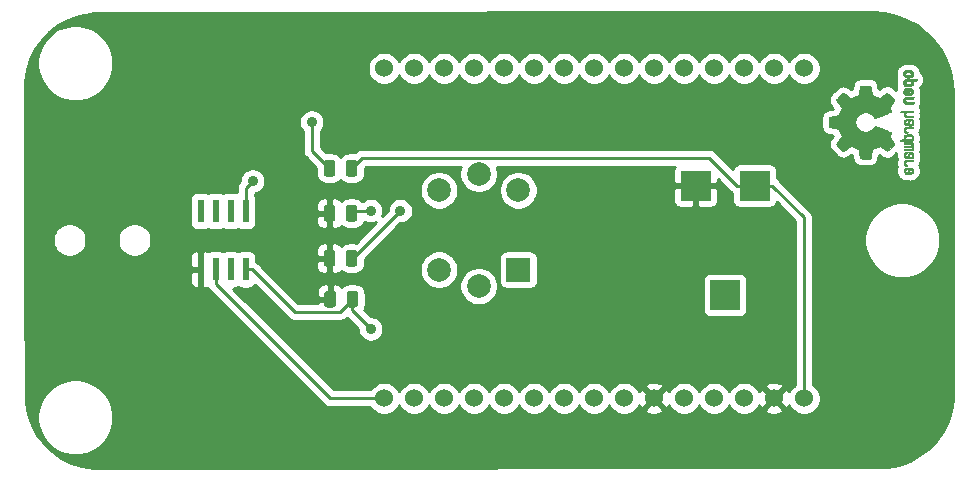
<source format=gbl>
G04 #@! TF.GenerationSoftware,KiCad,Pcbnew,5.1.5-52549c5~86~ubuntu18.04.1*
G04 #@! TF.CreationDate,2020-05-06T11:13:41-04:00*
G04 #@! TF.ProjectId,co_sensor,636f5f73-656e-4736-9f72-2e6b69636164,1.0*
G04 #@! TF.SameCoordinates,Original*
G04 #@! TF.FileFunction,Copper,L2,Bot*
G04 #@! TF.FilePolarity,Positive*
%FSLAX46Y46*%
G04 Gerber Fmt 4.6, Leading zero omitted, Abs format (unit mm)*
G04 Created by KiCad (PCBNEW 5.1.5-52549c5~86~ubuntu18.04.1) date 2020-05-06 11:13:41*
%MOMM*%
%LPD*%
G04 APERTURE LIST*
%ADD10C,0.010000*%
%ADD11R,0.558800X1.981200*%
%ADD12C,1.524000*%
%ADD13C,0.150000*%
%ADD14R,2.500000X2.500000*%
%ADD15C,2.000000*%
%ADD16R,2.000000X2.000000*%
%ADD17C,0.889000*%
%ADD18C,0.254000*%
G04 APERTURE END LIST*
D10*
G36*
X188787776Y-112639878D02*
G01*
X188788355Y-112745612D01*
X188789922Y-112822132D01*
X188792972Y-112874372D01*
X188797996Y-112907263D01*
X188805489Y-112925737D01*
X188815944Y-112934727D01*
X188829853Y-112939163D01*
X188831654Y-112939594D01*
X188864145Y-112946333D01*
X188928252Y-112958808D01*
X189017151Y-112975719D01*
X189124019Y-112995771D01*
X189242033Y-113017664D01*
X189246178Y-113018429D01*
X189361831Y-113040359D01*
X189464014Y-113060877D01*
X189546598Y-113078659D01*
X189603456Y-113092381D01*
X189628458Y-113100718D01*
X189628901Y-113101116D01*
X189641110Y-113125677D01*
X189661456Y-113176315D01*
X189685545Y-113242095D01*
X189685674Y-113242461D01*
X189716818Y-113325317D01*
X189756491Y-113423000D01*
X189796381Y-113515077D01*
X189798353Y-113519434D01*
X189866420Y-113669407D01*
X189639639Y-114001498D01*
X189570504Y-114103374D01*
X189508697Y-114195657D01*
X189457733Y-114273003D01*
X189421127Y-114330064D01*
X189402394Y-114361495D01*
X189401004Y-114364479D01*
X189407190Y-114387321D01*
X189437035Y-114429982D01*
X189491947Y-114494128D01*
X189573334Y-114581421D01*
X189659922Y-114670535D01*
X189745247Y-114756441D01*
X189823108Y-114833327D01*
X189888697Y-114896564D01*
X189937205Y-114941523D01*
X189963825Y-114963576D01*
X189965195Y-114964396D01*
X189983463Y-114966834D01*
X190013295Y-114957650D01*
X190058721Y-114934574D01*
X190123770Y-114895337D01*
X190212470Y-114837670D01*
X190326657Y-114760795D01*
X190427162Y-114692570D01*
X190517303Y-114631582D01*
X190591849Y-114581356D01*
X190645565Y-114545416D01*
X190673218Y-114527287D01*
X190675095Y-114526146D01*
X190701590Y-114528359D01*
X190753086Y-114545138D01*
X190819851Y-114573142D01*
X190841172Y-114583122D01*
X190936159Y-114626672D01*
X191043937Y-114673134D01*
X191137192Y-114710877D01*
X191206406Y-114738073D01*
X191259006Y-114759675D01*
X191286497Y-114772158D01*
X191288616Y-114773709D01*
X191292124Y-114796668D01*
X191301738Y-114850786D01*
X191316089Y-114928868D01*
X191333807Y-115023719D01*
X191353525Y-115128143D01*
X191373874Y-115234944D01*
X191393486Y-115336926D01*
X191410991Y-115426894D01*
X191425022Y-115497653D01*
X191434209Y-115542006D01*
X191436807Y-115552885D01*
X191443218Y-115564122D01*
X191457697Y-115572605D01*
X191485133Y-115578714D01*
X191530411Y-115582832D01*
X191598420Y-115585341D01*
X191694047Y-115586621D01*
X191822180Y-115587054D01*
X191874701Y-115587077D01*
X192301845Y-115587077D01*
X192322091Y-115484500D01*
X192333070Y-115427431D01*
X192349095Y-115342269D01*
X192368233Y-115239372D01*
X192388551Y-115129096D01*
X192394132Y-115098615D01*
X192413917Y-114996855D01*
X192433373Y-114908205D01*
X192450697Y-114840108D01*
X192464088Y-114800004D01*
X192468079Y-114793323D01*
X192496342Y-114776919D01*
X192551109Y-114753399D01*
X192621588Y-114727316D01*
X192636769Y-114722142D01*
X192730896Y-114687956D01*
X192837101Y-114645523D01*
X192932473Y-114603997D01*
X192932916Y-114603792D01*
X193082525Y-114534640D01*
X193751617Y-114989512D01*
X194044116Y-114697500D01*
X194131170Y-114609180D01*
X194207909Y-114528625D01*
X194270237Y-114460360D01*
X194314056Y-114408908D01*
X194335270Y-114378794D01*
X194336616Y-114374474D01*
X194326016Y-114349111D01*
X194296547Y-114297358D01*
X194251705Y-114224868D01*
X194194984Y-114137294D01*
X194131462Y-114042612D01*
X194066668Y-113946516D01*
X194010287Y-113860837D01*
X193965788Y-113791016D01*
X193936639Y-113742494D01*
X193926308Y-113720782D01*
X193935050Y-113694293D01*
X193958087Y-113644062D01*
X193990631Y-113580451D01*
X193994249Y-113573708D01*
X194037210Y-113488046D01*
X194058279Y-113429306D01*
X194058503Y-113392772D01*
X194038928Y-113373731D01*
X194038654Y-113373620D01*
X194015472Y-113364102D01*
X193960441Y-113341403D01*
X193877822Y-113307282D01*
X193771872Y-113263500D01*
X193646852Y-113211816D01*
X193507020Y-113153992D01*
X193371637Y-113097991D01*
X193222234Y-113036447D01*
X193083832Y-112979939D01*
X192960673Y-112930161D01*
X192857002Y-112888806D01*
X192777059Y-112857568D01*
X192725088Y-112838141D01*
X192705692Y-112832154D01*
X192683443Y-112847168D01*
X192647982Y-112886439D01*
X192608887Y-112938807D01*
X192485245Y-113087941D01*
X192343522Y-113204511D01*
X192186704Y-113287118D01*
X192017775Y-113334366D01*
X191839722Y-113344857D01*
X191757539Y-113337231D01*
X191587031Y-113295682D01*
X191436459Y-113224123D01*
X191307309Y-113126995D01*
X191201064Y-113008734D01*
X191119210Y-112873780D01*
X191063232Y-112726571D01*
X191034615Y-112571544D01*
X191034844Y-112413139D01*
X191065405Y-112255794D01*
X191127782Y-112103946D01*
X191223460Y-111962035D01*
X191277572Y-111902803D01*
X191416520Y-111789203D01*
X191568361Y-111710106D01*
X191728667Y-111664986D01*
X191893012Y-111653316D01*
X192056971Y-111674569D01*
X192216118Y-111728220D01*
X192366025Y-111813740D01*
X192502267Y-111930605D01*
X192608887Y-112061193D01*
X192649642Y-112115588D01*
X192684718Y-112154014D01*
X192705726Y-112167846D01*
X192728635Y-112160603D01*
X192783365Y-112140005D01*
X192865672Y-112107746D01*
X192971315Y-112065521D01*
X193096050Y-112015023D01*
X193235636Y-111957948D01*
X193371670Y-111901854D01*
X193521201Y-111839967D01*
X193659767Y-111782644D01*
X193783107Y-111731644D01*
X193886964Y-111688727D01*
X193967080Y-111655653D01*
X194019195Y-111634181D01*
X194038654Y-111626225D01*
X194058423Y-111607429D01*
X194058365Y-111571074D01*
X194037441Y-111512479D01*
X193994613Y-111426968D01*
X193994249Y-111426292D01*
X193961012Y-111361907D01*
X193936802Y-111309861D01*
X193926404Y-111280512D01*
X193926308Y-111279217D01*
X193936855Y-111257124D01*
X193966184Y-111208348D01*
X194010827Y-111138331D01*
X194067314Y-111052514D01*
X194131462Y-110957388D01*
X194196411Y-110860540D01*
X194252896Y-110773253D01*
X194297421Y-110701181D01*
X194326490Y-110649977D01*
X194336616Y-110625526D01*
X194323307Y-110603010D01*
X194286112Y-110557742D01*
X194229128Y-110494244D01*
X194156449Y-110417039D01*
X194072171Y-110330651D01*
X194044016Y-110302399D01*
X193751416Y-110010287D01*
X193425104Y-110232631D01*
X193324897Y-110300202D01*
X193234963Y-110359507D01*
X193160510Y-110407217D01*
X193106751Y-110440007D01*
X193078894Y-110454548D01*
X193076912Y-110454974D01*
X193050655Y-110447308D01*
X192997837Y-110426689D01*
X192927310Y-110396685D01*
X192880093Y-110375625D01*
X192789694Y-110336248D01*
X192698366Y-110299165D01*
X192621200Y-110270415D01*
X192597692Y-110262605D01*
X192534916Y-110240417D01*
X192486411Y-110218727D01*
X192468079Y-110206813D01*
X192456859Y-110180523D01*
X192440954Y-110123142D01*
X192422167Y-110042118D01*
X192402299Y-109944895D01*
X192394132Y-109901385D01*
X192373829Y-109790896D01*
X192354170Y-109684916D01*
X192337088Y-109593801D01*
X192324518Y-109527908D01*
X192322091Y-109515500D01*
X192301845Y-109412923D01*
X191874701Y-109412923D01*
X191734246Y-109413153D01*
X191627979Y-109414099D01*
X191551013Y-109416141D01*
X191498460Y-109419662D01*
X191465433Y-109425043D01*
X191447045Y-109432666D01*
X191438408Y-109442912D01*
X191436807Y-109447115D01*
X191431127Y-109472470D01*
X191419795Y-109528484D01*
X191404179Y-109607964D01*
X191385647Y-109703712D01*
X191365569Y-109808533D01*
X191345312Y-109915232D01*
X191326246Y-110016613D01*
X191309739Y-110105479D01*
X191297159Y-110174637D01*
X191289875Y-110216889D01*
X191288616Y-110226290D01*
X191271763Y-110234807D01*
X191226870Y-110253660D01*
X191162430Y-110279324D01*
X191137192Y-110289123D01*
X191039686Y-110328648D01*
X190931959Y-110375192D01*
X190841172Y-110416877D01*
X190771753Y-110447550D01*
X190714710Y-110467956D01*
X190679777Y-110474768D01*
X190675095Y-110473682D01*
X190652991Y-110459285D01*
X190603831Y-110426412D01*
X190532848Y-110378590D01*
X190445278Y-110319348D01*
X190346357Y-110252215D01*
X190326830Y-110238941D01*
X190211140Y-110161046D01*
X190123044Y-110103787D01*
X190058486Y-110064881D01*
X190013411Y-110042044D01*
X189983763Y-110032994D01*
X189965485Y-110035448D01*
X189965369Y-110035511D01*
X189941361Y-110054827D01*
X189894947Y-110097551D01*
X189830937Y-110159051D01*
X189754145Y-110234698D01*
X189669382Y-110319861D01*
X189659922Y-110329465D01*
X189555989Y-110436790D01*
X189479675Y-110519615D01*
X189429571Y-110579605D01*
X189404270Y-110618423D01*
X189401004Y-110635520D01*
X189415250Y-110660473D01*
X189448156Y-110712255D01*
X189496208Y-110785520D01*
X189555890Y-110874920D01*
X189623688Y-110975111D01*
X189639639Y-110998501D01*
X189866420Y-111330593D01*
X189798353Y-111480565D01*
X189758685Y-111571770D01*
X189718791Y-111669669D01*
X189686983Y-111753831D01*
X189685674Y-111757538D01*
X189661576Y-111823369D01*
X189641200Y-111874116D01*
X189628936Y-111898842D01*
X189628901Y-111898884D01*
X189606734Y-111906729D01*
X189552217Y-111920066D01*
X189471480Y-111937570D01*
X189370650Y-111957917D01*
X189255856Y-111979782D01*
X189246178Y-111981571D01*
X189127904Y-112003504D01*
X189020542Y-112023640D01*
X188930917Y-112040680D01*
X188865851Y-112053328D01*
X188832168Y-112060284D01*
X188831654Y-112060406D01*
X188817325Y-112064639D01*
X188806507Y-112072871D01*
X188798706Y-112090033D01*
X188793429Y-112121058D01*
X188790182Y-112170878D01*
X188788472Y-112244424D01*
X188787807Y-112346629D01*
X188787693Y-112482425D01*
X188787692Y-112500000D01*
X188787776Y-112639878D01*
G37*
X188787776Y-112639878D02*
X188788355Y-112745612D01*
X188789922Y-112822132D01*
X188792972Y-112874372D01*
X188797996Y-112907263D01*
X188805489Y-112925737D01*
X188815944Y-112934727D01*
X188829853Y-112939163D01*
X188831654Y-112939594D01*
X188864145Y-112946333D01*
X188928252Y-112958808D01*
X189017151Y-112975719D01*
X189124019Y-112995771D01*
X189242033Y-113017664D01*
X189246178Y-113018429D01*
X189361831Y-113040359D01*
X189464014Y-113060877D01*
X189546598Y-113078659D01*
X189603456Y-113092381D01*
X189628458Y-113100718D01*
X189628901Y-113101116D01*
X189641110Y-113125677D01*
X189661456Y-113176315D01*
X189685545Y-113242095D01*
X189685674Y-113242461D01*
X189716818Y-113325317D01*
X189756491Y-113423000D01*
X189796381Y-113515077D01*
X189798353Y-113519434D01*
X189866420Y-113669407D01*
X189639639Y-114001498D01*
X189570504Y-114103374D01*
X189508697Y-114195657D01*
X189457733Y-114273003D01*
X189421127Y-114330064D01*
X189402394Y-114361495D01*
X189401004Y-114364479D01*
X189407190Y-114387321D01*
X189437035Y-114429982D01*
X189491947Y-114494128D01*
X189573334Y-114581421D01*
X189659922Y-114670535D01*
X189745247Y-114756441D01*
X189823108Y-114833327D01*
X189888697Y-114896564D01*
X189937205Y-114941523D01*
X189963825Y-114963576D01*
X189965195Y-114964396D01*
X189983463Y-114966834D01*
X190013295Y-114957650D01*
X190058721Y-114934574D01*
X190123770Y-114895337D01*
X190212470Y-114837670D01*
X190326657Y-114760795D01*
X190427162Y-114692570D01*
X190517303Y-114631582D01*
X190591849Y-114581356D01*
X190645565Y-114545416D01*
X190673218Y-114527287D01*
X190675095Y-114526146D01*
X190701590Y-114528359D01*
X190753086Y-114545138D01*
X190819851Y-114573142D01*
X190841172Y-114583122D01*
X190936159Y-114626672D01*
X191043937Y-114673134D01*
X191137192Y-114710877D01*
X191206406Y-114738073D01*
X191259006Y-114759675D01*
X191286497Y-114772158D01*
X191288616Y-114773709D01*
X191292124Y-114796668D01*
X191301738Y-114850786D01*
X191316089Y-114928868D01*
X191333807Y-115023719D01*
X191353525Y-115128143D01*
X191373874Y-115234944D01*
X191393486Y-115336926D01*
X191410991Y-115426894D01*
X191425022Y-115497653D01*
X191434209Y-115542006D01*
X191436807Y-115552885D01*
X191443218Y-115564122D01*
X191457697Y-115572605D01*
X191485133Y-115578714D01*
X191530411Y-115582832D01*
X191598420Y-115585341D01*
X191694047Y-115586621D01*
X191822180Y-115587054D01*
X191874701Y-115587077D01*
X192301845Y-115587077D01*
X192322091Y-115484500D01*
X192333070Y-115427431D01*
X192349095Y-115342269D01*
X192368233Y-115239372D01*
X192388551Y-115129096D01*
X192394132Y-115098615D01*
X192413917Y-114996855D01*
X192433373Y-114908205D01*
X192450697Y-114840108D01*
X192464088Y-114800004D01*
X192468079Y-114793323D01*
X192496342Y-114776919D01*
X192551109Y-114753399D01*
X192621588Y-114727316D01*
X192636769Y-114722142D01*
X192730896Y-114687956D01*
X192837101Y-114645523D01*
X192932473Y-114603997D01*
X192932916Y-114603792D01*
X193082525Y-114534640D01*
X193751617Y-114989512D01*
X194044116Y-114697500D01*
X194131170Y-114609180D01*
X194207909Y-114528625D01*
X194270237Y-114460360D01*
X194314056Y-114408908D01*
X194335270Y-114378794D01*
X194336616Y-114374474D01*
X194326016Y-114349111D01*
X194296547Y-114297358D01*
X194251705Y-114224868D01*
X194194984Y-114137294D01*
X194131462Y-114042612D01*
X194066668Y-113946516D01*
X194010287Y-113860837D01*
X193965788Y-113791016D01*
X193936639Y-113742494D01*
X193926308Y-113720782D01*
X193935050Y-113694293D01*
X193958087Y-113644062D01*
X193990631Y-113580451D01*
X193994249Y-113573708D01*
X194037210Y-113488046D01*
X194058279Y-113429306D01*
X194058503Y-113392772D01*
X194038928Y-113373731D01*
X194038654Y-113373620D01*
X194015472Y-113364102D01*
X193960441Y-113341403D01*
X193877822Y-113307282D01*
X193771872Y-113263500D01*
X193646852Y-113211816D01*
X193507020Y-113153992D01*
X193371637Y-113097991D01*
X193222234Y-113036447D01*
X193083832Y-112979939D01*
X192960673Y-112930161D01*
X192857002Y-112888806D01*
X192777059Y-112857568D01*
X192725088Y-112838141D01*
X192705692Y-112832154D01*
X192683443Y-112847168D01*
X192647982Y-112886439D01*
X192608887Y-112938807D01*
X192485245Y-113087941D01*
X192343522Y-113204511D01*
X192186704Y-113287118D01*
X192017775Y-113334366D01*
X191839722Y-113344857D01*
X191757539Y-113337231D01*
X191587031Y-113295682D01*
X191436459Y-113224123D01*
X191307309Y-113126995D01*
X191201064Y-113008734D01*
X191119210Y-112873780D01*
X191063232Y-112726571D01*
X191034615Y-112571544D01*
X191034844Y-112413139D01*
X191065405Y-112255794D01*
X191127782Y-112103946D01*
X191223460Y-111962035D01*
X191277572Y-111902803D01*
X191416520Y-111789203D01*
X191568361Y-111710106D01*
X191728667Y-111664986D01*
X191893012Y-111653316D01*
X192056971Y-111674569D01*
X192216118Y-111728220D01*
X192366025Y-111813740D01*
X192502267Y-111930605D01*
X192608887Y-112061193D01*
X192649642Y-112115588D01*
X192684718Y-112154014D01*
X192705726Y-112167846D01*
X192728635Y-112160603D01*
X192783365Y-112140005D01*
X192865672Y-112107746D01*
X192971315Y-112065521D01*
X193096050Y-112015023D01*
X193235636Y-111957948D01*
X193371670Y-111901854D01*
X193521201Y-111839967D01*
X193659767Y-111782644D01*
X193783107Y-111731644D01*
X193886964Y-111688727D01*
X193967080Y-111655653D01*
X194019195Y-111634181D01*
X194038654Y-111626225D01*
X194058423Y-111607429D01*
X194058365Y-111571074D01*
X194037441Y-111512479D01*
X193994613Y-111426968D01*
X193994249Y-111426292D01*
X193961012Y-111361907D01*
X193936802Y-111309861D01*
X193926404Y-111280512D01*
X193926308Y-111279217D01*
X193936855Y-111257124D01*
X193966184Y-111208348D01*
X194010827Y-111138331D01*
X194067314Y-111052514D01*
X194131462Y-110957388D01*
X194196411Y-110860540D01*
X194252896Y-110773253D01*
X194297421Y-110701181D01*
X194326490Y-110649977D01*
X194336616Y-110625526D01*
X194323307Y-110603010D01*
X194286112Y-110557742D01*
X194229128Y-110494244D01*
X194156449Y-110417039D01*
X194072171Y-110330651D01*
X194044016Y-110302399D01*
X193751416Y-110010287D01*
X193425104Y-110232631D01*
X193324897Y-110300202D01*
X193234963Y-110359507D01*
X193160510Y-110407217D01*
X193106751Y-110440007D01*
X193078894Y-110454548D01*
X193076912Y-110454974D01*
X193050655Y-110447308D01*
X192997837Y-110426689D01*
X192927310Y-110396685D01*
X192880093Y-110375625D01*
X192789694Y-110336248D01*
X192698366Y-110299165D01*
X192621200Y-110270415D01*
X192597692Y-110262605D01*
X192534916Y-110240417D01*
X192486411Y-110218727D01*
X192468079Y-110206813D01*
X192456859Y-110180523D01*
X192440954Y-110123142D01*
X192422167Y-110042118D01*
X192402299Y-109944895D01*
X192394132Y-109901385D01*
X192373829Y-109790896D01*
X192354170Y-109684916D01*
X192337088Y-109593801D01*
X192324518Y-109527908D01*
X192322091Y-109515500D01*
X192301845Y-109412923D01*
X191874701Y-109412923D01*
X191734246Y-109413153D01*
X191627979Y-109414099D01*
X191551013Y-109416141D01*
X191498460Y-109419662D01*
X191465433Y-109425043D01*
X191447045Y-109432666D01*
X191438408Y-109442912D01*
X191436807Y-109447115D01*
X191431127Y-109472470D01*
X191419795Y-109528484D01*
X191404179Y-109607964D01*
X191385647Y-109703712D01*
X191365569Y-109808533D01*
X191345312Y-109915232D01*
X191326246Y-110016613D01*
X191309739Y-110105479D01*
X191297159Y-110174637D01*
X191289875Y-110216889D01*
X191288616Y-110226290D01*
X191271763Y-110234807D01*
X191226870Y-110253660D01*
X191162430Y-110279324D01*
X191137192Y-110289123D01*
X191039686Y-110328648D01*
X190931959Y-110375192D01*
X190841172Y-110416877D01*
X190771753Y-110447550D01*
X190714710Y-110467956D01*
X190679777Y-110474768D01*
X190675095Y-110473682D01*
X190652991Y-110459285D01*
X190603831Y-110426412D01*
X190532848Y-110378590D01*
X190445278Y-110319348D01*
X190346357Y-110252215D01*
X190326830Y-110238941D01*
X190211140Y-110161046D01*
X190123044Y-110103787D01*
X190058486Y-110064881D01*
X190013411Y-110042044D01*
X189983763Y-110032994D01*
X189965485Y-110035448D01*
X189965369Y-110035511D01*
X189941361Y-110054827D01*
X189894947Y-110097551D01*
X189830937Y-110159051D01*
X189754145Y-110234698D01*
X189669382Y-110319861D01*
X189659922Y-110329465D01*
X189555989Y-110436790D01*
X189479675Y-110519615D01*
X189429571Y-110579605D01*
X189404270Y-110618423D01*
X189401004Y-110635520D01*
X189415250Y-110660473D01*
X189448156Y-110712255D01*
X189496208Y-110785520D01*
X189555890Y-110874920D01*
X189623688Y-110975111D01*
X189639639Y-110998501D01*
X189866420Y-111330593D01*
X189798353Y-111480565D01*
X189758685Y-111571770D01*
X189718791Y-111669669D01*
X189686983Y-111753831D01*
X189685674Y-111757538D01*
X189661576Y-111823369D01*
X189641200Y-111874116D01*
X189628936Y-111898842D01*
X189628901Y-111898884D01*
X189606734Y-111906729D01*
X189552217Y-111920066D01*
X189471480Y-111937570D01*
X189370650Y-111957917D01*
X189255856Y-111979782D01*
X189246178Y-111981571D01*
X189127904Y-112003504D01*
X189020542Y-112023640D01*
X188930917Y-112040680D01*
X188865851Y-112053328D01*
X188832168Y-112060284D01*
X188831654Y-112060406D01*
X188817325Y-112064639D01*
X188806507Y-112072871D01*
X188798706Y-112090033D01*
X188793429Y-112121058D01*
X188790182Y-112170878D01*
X188788472Y-112244424D01*
X188787807Y-112346629D01*
X188787693Y-112482425D01*
X188787692Y-112500000D01*
X188787776Y-112639878D01*
G36*
X195147838Y-116745224D02*
G01*
X195198361Y-116822528D01*
X195243590Y-116859814D01*
X195325663Y-116889353D01*
X195390607Y-116891699D01*
X195477445Y-116886385D01*
X195565103Y-116686115D01*
X195609887Y-116588739D01*
X195645913Y-116525113D01*
X195677117Y-116492029D01*
X195707436Y-116486280D01*
X195740805Y-116504658D01*
X195762923Y-116524923D01*
X195798393Y-116583889D01*
X195800879Y-116648024D01*
X195773235Y-116706926D01*
X195718320Y-116750197D01*
X195698928Y-116757936D01*
X195638364Y-116795006D01*
X195612552Y-116837654D01*
X195590471Y-116896154D01*
X195674184Y-116896154D01*
X195731150Y-116890982D01*
X195779189Y-116870723D01*
X195834346Y-116828262D01*
X195841514Y-116821951D01*
X195890585Y-116774720D01*
X195916920Y-116734121D01*
X195929035Y-116683328D01*
X195933003Y-116641220D01*
X195933991Y-116565902D01*
X195921466Y-116512286D01*
X195902869Y-116478838D01*
X195861975Y-116426268D01*
X195817748Y-116389879D01*
X195762126Y-116366850D01*
X195687047Y-116354359D01*
X195584449Y-116349587D01*
X195532376Y-116349206D01*
X195469948Y-116350501D01*
X195469948Y-116468471D01*
X195503438Y-116469839D01*
X195508923Y-116473249D01*
X195501472Y-116495753D01*
X195481753Y-116544182D01*
X195453718Y-116608908D01*
X195447692Y-116622443D01*
X195406096Y-116704244D01*
X195369538Y-116749312D01*
X195335296Y-116759217D01*
X195300648Y-116735526D01*
X195285339Y-116715960D01*
X195254721Y-116645360D01*
X195259780Y-116579280D01*
X195297151Y-116523959D01*
X195363473Y-116485636D01*
X195416116Y-116473349D01*
X195469948Y-116468471D01*
X195469948Y-116350501D01*
X195410720Y-116351730D01*
X195320710Y-116361032D01*
X195255167Y-116379460D01*
X195206912Y-116409360D01*
X195168767Y-116453080D01*
X195156440Y-116472141D01*
X195124336Y-116558726D01*
X195122316Y-116653522D01*
X195147838Y-116745224D01*
G37*
X195147838Y-116745224D02*
X195198361Y-116822528D01*
X195243590Y-116859814D01*
X195325663Y-116889353D01*
X195390607Y-116891699D01*
X195477445Y-116886385D01*
X195565103Y-116686115D01*
X195609887Y-116588739D01*
X195645913Y-116525113D01*
X195677117Y-116492029D01*
X195707436Y-116486280D01*
X195740805Y-116504658D01*
X195762923Y-116524923D01*
X195798393Y-116583889D01*
X195800879Y-116648024D01*
X195773235Y-116706926D01*
X195718320Y-116750197D01*
X195698928Y-116757936D01*
X195638364Y-116795006D01*
X195612552Y-116837654D01*
X195590471Y-116896154D01*
X195674184Y-116896154D01*
X195731150Y-116890982D01*
X195779189Y-116870723D01*
X195834346Y-116828262D01*
X195841514Y-116821951D01*
X195890585Y-116774720D01*
X195916920Y-116734121D01*
X195929035Y-116683328D01*
X195933003Y-116641220D01*
X195933991Y-116565902D01*
X195921466Y-116512286D01*
X195902869Y-116478838D01*
X195861975Y-116426268D01*
X195817748Y-116389879D01*
X195762126Y-116366850D01*
X195687047Y-116354359D01*
X195584449Y-116349587D01*
X195532376Y-116349206D01*
X195469948Y-116350501D01*
X195469948Y-116468471D01*
X195503438Y-116469839D01*
X195508923Y-116473249D01*
X195501472Y-116495753D01*
X195481753Y-116544182D01*
X195453718Y-116608908D01*
X195447692Y-116622443D01*
X195406096Y-116704244D01*
X195369538Y-116749312D01*
X195335296Y-116759217D01*
X195300648Y-116735526D01*
X195285339Y-116715960D01*
X195254721Y-116645360D01*
X195259780Y-116579280D01*
X195297151Y-116523959D01*
X195363473Y-116485636D01*
X195416116Y-116473349D01*
X195469948Y-116468471D01*
X195469948Y-116350501D01*
X195410720Y-116351730D01*
X195320710Y-116361032D01*
X195255167Y-116379460D01*
X195206912Y-116409360D01*
X195168767Y-116453080D01*
X195156440Y-116472141D01*
X195124336Y-116558726D01*
X195122316Y-116653522D01*
X195147838Y-116745224D01*
G36*
X195136782Y-116070807D02*
G01*
X195146988Y-116094161D01*
X195191134Y-116149902D01*
X195254967Y-116197569D01*
X195323087Y-116227048D01*
X195356670Y-116231846D01*
X195403556Y-116215760D01*
X195428365Y-116180475D01*
X195443387Y-116142644D01*
X195446155Y-116125321D01*
X195426066Y-116116886D01*
X195382351Y-116100230D01*
X195362598Y-116092923D01*
X195294271Y-116051948D01*
X195260191Y-115992622D01*
X195261239Y-115916552D01*
X195262581Y-115910918D01*
X195281836Y-115870305D01*
X195319375Y-115840448D01*
X195379809Y-115820055D01*
X195467751Y-115807836D01*
X195587813Y-115802500D01*
X195651698Y-115802000D01*
X195752403Y-115801752D01*
X195821054Y-115800126D01*
X195864673Y-115795801D01*
X195890282Y-115787454D01*
X195904903Y-115773765D01*
X195915558Y-115753411D01*
X195916095Y-115752234D01*
X195932667Y-115713038D01*
X195938769Y-115693619D01*
X195920319Y-115690635D01*
X195869323Y-115688081D01*
X195792308Y-115686140D01*
X195695805Y-115684997D01*
X195625184Y-115684769D01*
X195488525Y-115685932D01*
X195384851Y-115690479D01*
X195308108Y-115699999D01*
X195252246Y-115716081D01*
X195211212Y-115740313D01*
X195178954Y-115774286D01*
X195156440Y-115807833D01*
X195126476Y-115888499D01*
X195119718Y-115982381D01*
X195136782Y-116070807D01*
G37*
X195136782Y-116070807D02*
X195146988Y-116094161D01*
X195191134Y-116149902D01*
X195254967Y-116197569D01*
X195323087Y-116227048D01*
X195356670Y-116231846D01*
X195403556Y-116215760D01*
X195428365Y-116180475D01*
X195443387Y-116142644D01*
X195446155Y-116125321D01*
X195426066Y-116116886D01*
X195382351Y-116100230D01*
X195362598Y-116092923D01*
X195294271Y-116051948D01*
X195260191Y-115992622D01*
X195261239Y-115916552D01*
X195262581Y-115910918D01*
X195281836Y-115870305D01*
X195319375Y-115840448D01*
X195379809Y-115820055D01*
X195467751Y-115807836D01*
X195587813Y-115802500D01*
X195651698Y-115802000D01*
X195752403Y-115801752D01*
X195821054Y-115800126D01*
X195864673Y-115795801D01*
X195890282Y-115787454D01*
X195904903Y-115773765D01*
X195915558Y-115753411D01*
X195916095Y-115752234D01*
X195932667Y-115713038D01*
X195938769Y-115693619D01*
X195920319Y-115690635D01*
X195869323Y-115688081D01*
X195792308Y-115686140D01*
X195695805Y-115684997D01*
X195625184Y-115684769D01*
X195488525Y-115685932D01*
X195384851Y-115690479D01*
X195308108Y-115699999D01*
X195252246Y-115716081D01*
X195211212Y-115740313D01*
X195178954Y-115774286D01*
X195156440Y-115807833D01*
X195126476Y-115888499D01*
X195119718Y-115982381D01*
X195136782Y-116070807D01*
G36*
X195133528Y-115387333D02*
G01*
X195159117Y-115443590D01*
X195190124Y-115487747D01*
X195224795Y-115520101D01*
X195269520Y-115542438D01*
X195330692Y-115556546D01*
X195414701Y-115564211D01*
X195527940Y-115567220D01*
X195602509Y-115567538D01*
X195893420Y-115567538D01*
X195916095Y-115517773D01*
X195932667Y-115478576D01*
X195938769Y-115459157D01*
X195920610Y-115455442D01*
X195871648Y-115452495D01*
X195800153Y-115450691D01*
X195743385Y-115450308D01*
X195661371Y-115448661D01*
X195596309Y-115444222D01*
X195556467Y-115437740D01*
X195548000Y-115432590D01*
X195556646Y-115397977D01*
X195578823Y-115343640D01*
X195608886Y-115280722D01*
X195641192Y-115220368D01*
X195670098Y-115173721D01*
X195689961Y-115151926D01*
X195690175Y-115151839D01*
X195726935Y-115153714D01*
X195762026Y-115170525D01*
X195790528Y-115200039D01*
X195800061Y-115243116D01*
X195798950Y-115279932D01*
X195798133Y-115332074D01*
X195810349Y-115359444D01*
X195842624Y-115375882D01*
X195848710Y-115377955D01*
X195894739Y-115385081D01*
X195922687Y-115366024D01*
X195936007Y-115316353D01*
X195938470Y-115262697D01*
X195920210Y-115166142D01*
X195894131Y-115116159D01*
X195832868Y-115054429D01*
X195757670Y-115021690D01*
X195678211Y-115018753D01*
X195604167Y-115046424D01*
X195557769Y-115088047D01*
X195531793Y-115129604D01*
X195498907Y-115194922D01*
X195465557Y-115271038D01*
X195460461Y-115283726D01*
X195423565Y-115367333D01*
X195391046Y-115415530D01*
X195358718Y-115431030D01*
X195322394Y-115416550D01*
X195294000Y-115391692D01*
X195259039Y-115332939D01*
X195256417Y-115268293D01*
X195283358Y-115209008D01*
X195337088Y-115166339D01*
X195350950Y-115160739D01*
X195401936Y-115128133D01*
X195439787Y-115080530D01*
X195470850Y-115020461D01*
X195382768Y-115020461D01*
X195328951Y-115023997D01*
X195286534Y-115039156D01*
X195241279Y-115072768D01*
X195206420Y-115105035D01*
X195157062Y-115155209D01*
X195130547Y-115194193D01*
X195119911Y-115236064D01*
X195118154Y-115283460D01*
X195133528Y-115387333D01*
G37*
X195133528Y-115387333D02*
X195159117Y-115443590D01*
X195190124Y-115487747D01*
X195224795Y-115520101D01*
X195269520Y-115542438D01*
X195330692Y-115556546D01*
X195414701Y-115564211D01*
X195527940Y-115567220D01*
X195602509Y-115567538D01*
X195893420Y-115567538D01*
X195916095Y-115517773D01*
X195932667Y-115478576D01*
X195938769Y-115459157D01*
X195920610Y-115455442D01*
X195871648Y-115452495D01*
X195800153Y-115450691D01*
X195743385Y-115450308D01*
X195661371Y-115448661D01*
X195596309Y-115444222D01*
X195556467Y-115437740D01*
X195548000Y-115432590D01*
X195556646Y-115397977D01*
X195578823Y-115343640D01*
X195608886Y-115280722D01*
X195641192Y-115220368D01*
X195670098Y-115173721D01*
X195689961Y-115151926D01*
X195690175Y-115151839D01*
X195726935Y-115153714D01*
X195762026Y-115170525D01*
X195790528Y-115200039D01*
X195800061Y-115243116D01*
X195798950Y-115279932D01*
X195798133Y-115332074D01*
X195810349Y-115359444D01*
X195842624Y-115375882D01*
X195848710Y-115377955D01*
X195894739Y-115385081D01*
X195922687Y-115366024D01*
X195936007Y-115316353D01*
X195938470Y-115262697D01*
X195920210Y-115166142D01*
X195894131Y-115116159D01*
X195832868Y-115054429D01*
X195757670Y-115021690D01*
X195678211Y-115018753D01*
X195604167Y-115046424D01*
X195557769Y-115088047D01*
X195531793Y-115129604D01*
X195498907Y-115194922D01*
X195465557Y-115271038D01*
X195460461Y-115283726D01*
X195423565Y-115367333D01*
X195391046Y-115415530D01*
X195358718Y-115431030D01*
X195322394Y-115416550D01*
X195294000Y-115391692D01*
X195259039Y-115332939D01*
X195256417Y-115268293D01*
X195283358Y-115209008D01*
X195337088Y-115166339D01*
X195350950Y-115160739D01*
X195401936Y-115128133D01*
X195439787Y-115080530D01*
X195470850Y-115020461D01*
X195382768Y-115020461D01*
X195328951Y-115023997D01*
X195286534Y-115039156D01*
X195241279Y-115072768D01*
X195206420Y-115105035D01*
X195157062Y-115155209D01*
X195130547Y-115194193D01*
X195119911Y-115236064D01*
X195118154Y-115283460D01*
X195133528Y-115387333D01*
G36*
X195136662Y-114895929D02*
G01*
X195188068Y-114898911D01*
X195266192Y-114901247D01*
X195364857Y-114902749D01*
X195468343Y-114903231D01*
X195818533Y-114903231D01*
X195880363Y-114841401D01*
X195918462Y-114798793D01*
X195933895Y-114761390D01*
X195932918Y-114710270D01*
X195930433Y-114689978D01*
X195923200Y-114626554D01*
X195919055Y-114574095D01*
X195918672Y-114561308D01*
X195921176Y-114518199D01*
X195927462Y-114456544D01*
X195930433Y-114432638D01*
X195935028Y-114373922D01*
X195925046Y-114334464D01*
X195894228Y-114295338D01*
X195880363Y-114281215D01*
X195818533Y-114219385D01*
X195163503Y-114219385D01*
X195140829Y-114269150D01*
X195124034Y-114312002D01*
X195118154Y-114337073D01*
X195136736Y-114343501D01*
X195188655Y-114349509D01*
X195268172Y-114354697D01*
X195369546Y-114358664D01*
X195455192Y-114360577D01*
X195792231Y-114365923D01*
X195798825Y-114412560D01*
X195794214Y-114454976D01*
X195779287Y-114475760D01*
X195751377Y-114481570D01*
X195691925Y-114486530D01*
X195608466Y-114490246D01*
X195508532Y-114492324D01*
X195457104Y-114492624D01*
X195161054Y-114492923D01*
X195139604Y-114554454D01*
X195125020Y-114598004D01*
X195118219Y-114621694D01*
X195118154Y-114622377D01*
X195136642Y-114624754D01*
X195187906Y-114627366D01*
X195265649Y-114629995D01*
X195363574Y-114632421D01*
X195455192Y-114634115D01*
X195792231Y-114639461D01*
X195792231Y-114756692D01*
X195484746Y-114762072D01*
X195177261Y-114767451D01*
X195147707Y-114824601D01*
X195127413Y-114866797D01*
X195118204Y-114891770D01*
X195118154Y-114892491D01*
X195136662Y-114895929D01*
G37*
X195136662Y-114895929D02*
X195188068Y-114898911D01*
X195266192Y-114901247D01*
X195364857Y-114902749D01*
X195468343Y-114903231D01*
X195818533Y-114903231D01*
X195880363Y-114841401D01*
X195918462Y-114798793D01*
X195933895Y-114761390D01*
X195932918Y-114710270D01*
X195930433Y-114689978D01*
X195923200Y-114626554D01*
X195919055Y-114574095D01*
X195918672Y-114561308D01*
X195921176Y-114518199D01*
X195927462Y-114456544D01*
X195930433Y-114432638D01*
X195935028Y-114373922D01*
X195925046Y-114334464D01*
X195894228Y-114295338D01*
X195880363Y-114281215D01*
X195818533Y-114219385D01*
X195163503Y-114219385D01*
X195140829Y-114269150D01*
X195124034Y-114312002D01*
X195118154Y-114337073D01*
X195136736Y-114343501D01*
X195188655Y-114349509D01*
X195268172Y-114354697D01*
X195369546Y-114358664D01*
X195455192Y-114360577D01*
X195792231Y-114365923D01*
X195798825Y-114412560D01*
X195794214Y-114454976D01*
X195779287Y-114475760D01*
X195751377Y-114481570D01*
X195691925Y-114486530D01*
X195608466Y-114490246D01*
X195508532Y-114492324D01*
X195457104Y-114492624D01*
X195161054Y-114492923D01*
X195139604Y-114554454D01*
X195125020Y-114598004D01*
X195118219Y-114621694D01*
X195118154Y-114622377D01*
X195136642Y-114624754D01*
X195187906Y-114627366D01*
X195265649Y-114629995D01*
X195363574Y-114632421D01*
X195455192Y-114634115D01*
X195792231Y-114639461D01*
X195792231Y-114756692D01*
X195484746Y-114762072D01*
X195177261Y-114767451D01*
X195147707Y-114824601D01*
X195127413Y-114866797D01*
X195118204Y-114891770D01*
X195118154Y-114892491D01*
X195136662Y-114895929D01*
G36*
X195280289Y-114102081D02*
G01*
X195426320Y-114101833D01*
X195538655Y-114100872D01*
X195622678Y-114098794D01*
X195683769Y-114095193D01*
X195727309Y-114089665D01*
X195758679Y-114081804D01*
X195783262Y-114071207D01*
X195797294Y-114063182D01*
X195873388Y-113996728D01*
X195921084Y-113912470D01*
X195938199Y-113819249D01*
X195922546Y-113725900D01*
X195894418Y-113670312D01*
X195845760Y-113611957D01*
X195786333Y-113572186D01*
X195708507Y-113548190D01*
X195604652Y-113537161D01*
X195528462Y-113535599D01*
X195522986Y-113535809D01*
X195522986Y-113672308D01*
X195610355Y-113673141D01*
X195668192Y-113676961D01*
X195706029Y-113685746D01*
X195733398Y-113701474D01*
X195754042Y-113720266D01*
X195793890Y-113783375D01*
X195797295Y-113851137D01*
X195764025Y-113915179D01*
X195759517Y-113920164D01*
X195736067Y-113941439D01*
X195708166Y-113954779D01*
X195666641Y-113962001D01*
X195602316Y-113964923D01*
X195531200Y-113965385D01*
X195441858Y-113964383D01*
X195382258Y-113960238D01*
X195343089Y-113951236D01*
X195315040Y-113935667D01*
X195300144Y-113922902D01*
X195262575Y-113863600D01*
X195258057Y-113795301D01*
X195286753Y-113730110D01*
X195297406Y-113717528D01*
X195321063Y-113696111D01*
X195349251Y-113682744D01*
X195391245Y-113675566D01*
X195456319Y-113672719D01*
X195522986Y-113672308D01*
X195522986Y-113535809D01*
X195405765Y-113540322D01*
X195313577Y-113556362D01*
X195244269Y-113586528D01*
X195190211Y-113633629D01*
X195162505Y-113670312D01*
X195132572Y-113736990D01*
X195118678Y-113814272D01*
X195122397Y-113886110D01*
X195137400Y-113926308D01*
X195141670Y-113942082D01*
X195125750Y-113952550D01*
X195083089Y-113959856D01*
X195018106Y-113965385D01*
X194945732Y-113971437D01*
X194902187Y-113979844D01*
X194877287Y-113995141D01*
X194860845Y-114021864D01*
X194853564Y-114038654D01*
X194826963Y-114102154D01*
X195280289Y-114102081D01*
G37*
X195280289Y-114102081D02*
X195426320Y-114101833D01*
X195538655Y-114100872D01*
X195622678Y-114098794D01*
X195683769Y-114095193D01*
X195727309Y-114089665D01*
X195758679Y-114081804D01*
X195783262Y-114071207D01*
X195797294Y-114063182D01*
X195873388Y-113996728D01*
X195921084Y-113912470D01*
X195938199Y-113819249D01*
X195922546Y-113725900D01*
X195894418Y-113670312D01*
X195845760Y-113611957D01*
X195786333Y-113572186D01*
X195708507Y-113548190D01*
X195604652Y-113537161D01*
X195528462Y-113535599D01*
X195522986Y-113535809D01*
X195522986Y-113672308D01*
X195610355Y-113673141D01*
X195668192Y-113676961D01*
X195706029Y-113685746D01*
X195733398Y-113701474D01*
X195754042Y-113720266D01*
X195793890Y-113783375D01*
X195797295Y-113851137D01*
X195764025Y-113915179D01*
X195759517Y-113920164D01*
X195736067Y-113941439D01*
X195708166Y-113954779D01*
X195666641Y-113962001D01*
X195602316Y-113964923D01*
X195531200Y-113965385D01*
X195441858Y-113964383D01*
X195382258Y-113960238D01*
X195343089Y-113951236D01*
X195315040Y-113935667D01*
X195300144Y-113922902D01*
X195262575Y-113863600D01*
X195258057Y-113795301D01*
X195286753Y-113730110D01*
X195297406Y-113717528D01*
X195321063Y-113696111D01*
X195349251Y-113682744D01*
X195391245Y-113675566D01*
X195456319Y-113672719D01*
X195522986Y-113672308D01*
X195522986Y-113535809D01*
X195405765Y-113540322D01*
X195313577Y-113556362D01*
X195244269Y-113586528D01*
X195190211Y-113633629D01*
X195162505Y-113670312D01*
X195132572Y-113736990D01*
X195118678Y-113814272D01*
X195122397Y-113886110D01*
X195137400Y-113926308D01*
X195141670Y-113942082D01*
X195125750Y-113952550D01*
X195083089Y-113959856D01*
X195018106Y-113965385D01*
X194945732Y-113971437D01*
X194902187Y-113979844D01*
X194877287Y-113995141D01*
X194860845Y-114021864D01*
X194853564Y-114038654D01*
X194826963Y-114102154D01*
X195280289Y-114102081D01*
G36*
X195124670Y-113213362D02*
G01*
X195157421Y-113302117D01*
X195215350Y-113374022D01*
X195256128Y-113402144D01*
X195330954Y-113432802D01*
X195385058Y-113432165D01*
X195421446Y-113399987D01*
X195427633Y-113388081D01*
X195446925Y-113336675D01*
X195441982Y-113310422D01*
X195409587Y-113301530D01*
X195391692Y-113301077D01*
X195325859Y-113284797D01*
X195279807Y-113242365D01*
X195257564Y-113183388D01*
X195263161Y-113117475D01*
X195292229Y-113063895D01*
X195308810Y-113045798D01*
X195328925Y-113032971D01*
X195359332Y-113024306D01*
X195406788Y-113018696D01*
X195478050Y-113015035D01*
X195579875Y-113012215D01*
X195612115Y-113011484D01*
X195722410Y-113008820D01*
X195800036Y-113005792D01*
X195851396Y-113001250D01*
X195882890Y-112994046D01*
X195900920Y-112983033D01*
X195911888Y-112967060D01*
X195916733Y-112956834D01*
X195933301Y-112913406D01*
X195938769Y-112887842D01*
X195920507Y-112879395D01*
X195865296Y-112874239D01*
X195772499Y-112872346D01*
X195641478Y-112873689D01*
X195621269Y-112874107D01*
X195501733Y-112877058D01*
X195414449Y-112880548D01*
X195352591Y-112885514D01*
X195309336Y-112892893D01*
X195277860Y-112903624D01*
X195251339Y-112918645D01*
X195239975Y-112926502D01*
X195189692Y-112971553D01*
X195150581Y-113021940D01*
X195147167Y-113028108D01*
X195120212Y-113118458D01*
X195124670Y-113213362D01*
G37*
X195124670Y-113213362D02*
X195157421Y-113302117D01*
X195215350Y-113374022D01*
X195256128Y-113402144D01*
X195330954Y-113432802D01*
X195385058Y-113432165D01*
X195421446Y-113399987D01*
X195427633Y-113388081D01*
X195446925Y-113336675D01*
X195441982Y-113310422D01*
X195409587Y-113301530D01*
X195391692Y-113301077D01*
X195325859Y-113284797D01*
X195279807Y-113242365D01*
X195257564Y-113183388D01*
X195263161Y-113117475D01*
X195292229Y-113063895D01*
X195308810Y-113045798D01*
X195328925Y-113032971D01*
X195359332Y-113024306D01*
X195406788Y-113018696D01*
X195478050Y-113015035D01*
X195579875Y-113012215D01*
X195612115Y-113011484D01*
X195722410Y-113008820D01*
X195800036Y-113005792D01*
X195851396Y-113001250D01*
X195882890Y-112994046D01*
X195900920Y-112983033D01*
X195911888Y-112967060D01*
X195916733Y-112956834D01*
X195933301Y-112913406D01*
X195938769Y-112887842D01*
X195920507Y-112879395D01*
X195865296Y-112874239D01*
X195772499Y-112872346D01*
X195641478Y-112873689D01*
X195621269Y-112874107D01*
X195501733Y-112877058D01*
X195414449Y-112880548D01*
X195352591Y-112885514D01*
X195309336Y-112892893D01*
X195277860Y-112903624D01*
X195251339Y-112918645D01*
X195239975Y-112926502D01*
X195189692Y-112971553D01*
X195150581Y-113021940D01*
X195147167Y-113028108D01*
X195120212Y-113118458D01*
X195124670Y-113213362D01*
G36*
X195126303Y-112553501D02*
G01*
X195154733Y-112630060D01*
X195155279Y-112630936D01*
X195190127Y-112678285D01*
X195230852Y-112713241D01*
X195283925Y-112737825D01*
X195355814Y-112754062D01*
X195452992Y-112763975D01*
X195581928Y-112769586D01*
X195600298Y-112770077D01*
X195877287Y-112777141D01*
X195908028Y-112717695D01*
X195928802Y-112674681D01*
X195938646Y-112648710D01*
X195938769Y-112647509D01*
X195920606Y-112643014D01*
X195871612Y-112639444D01*
X195800031Y-112637248D01*
X195742068Y-112636769D01*
X195648170Y-112636758D01*
X195589203Y-112632466D01*
X195561079Y-112617503D01*
X195559706Y-112585482D01*
X195580998Y-112530014D01*
X195620136Y-112446269D01*
X195652643Y-112384689D01*
X195680845Y-112353017D01*
X195711582Y-112343706D01*
X195713104Y-112343692D01*
X195766054Y-112359057D01*
X195794660Y-112404547D01*
X195798803Y-112474166D01*
X195798084Y-112524313D01*
X195812527Y-112550754D01*
X195847218Y-112567243D01*
X195891416Y-112576733D01*
X195916493Y-112563057D01*
X195920082Y-112557907D01*
X195934496Y-112509425D01*
X195936537Y-112441531D01*
X195926983Y-112371612D01*
X195909522Y-112322068D01*
X195851364Y-112253570D01*
X195770408Y-112214634D01*
X195707160Y-112206923D01*
X195650111Y-112212807D01*
X195603542Y-112234101D01*
X195562181Y-112276265D01*
X195520755Y-112344759D01*
X195473993Y-112445044D01*
X195471350Y-112451154D01*
X195429617Y-112541490D01*
X195395391Y-112597235D01*
X195364635Y-112621129D01*
X195333311Y-112615913D01*
X195297383Y-112584328D01*
X195289116Y-112574883D01*
X195257058Y-112511617D01*
X195258407Y-112446064D01*
X195289838Y-112388972D01*
X195348024Y-112351093D01*
X195359446Y-112347574D01*
X195414837Y-112313300D01*
X195441518Y-112269809D01*
X195467960Y-112206923D01*
X195399548Y-112206923D01*
X195300110Y-112226052D01*
X195208902Y-112282831D01*
X195178389Y-112312378D01*
X195139228Y-112379542D01*
X195121500Y-112464956D01*
X195126303Y-112553501D01*
G37*
X195126303Y-112553501D02*
X195154733Y-112630060D01*
X195155279Y-112630936D01*
X195190127Y-112678285D01*
X195230852Y-112713241D01*
X195283925Y-112737825D01*
X195355814Y-112754062D01*
X195452992Y-112763975D01*
X195581928Y-112769586D01*
X195600298Y-112770077D01*
X195877287Y-112777141D01*
X195908028Y-112717695D01*
X195928802Y-112674681D01*
X195938646Y-112648710D01*
X195938769Y-112647509D01*
X195920606Y-112643014D01*
X195871612Y-112639444D01*
X195800031Y-112637248D01*
X195742068Y-112636769D01*
X195648170Y-112636758D01*
X195589203Y-112632466D01*
X195561079Y-112617503D01*
X195559706Y-112585482D01*
X195580998Y-112530014D01*
X195620136Y-112446269D01*
X195652643Y-112384689D01*
X195680845Y-112353017D01*
X195711582Y-112343706D01*
X195713104Y-112343692D01*
X195766054Y-112359057D01*
X195794660Y-112404547D01*
X195798803Y-112474166D01*
X195798084Y-112524313D01*
X195812527Y-112550754D01*
X195847218Y-112567243D01*
X195891416Y-112576733D01*
X195916493Y-112563057D01*
X195920082Y-112557907D01*
X195934496Y-112509425D01*
X195936537Y-112441531D01*
X195926983Y-112371612D01*
X195909522Y-112322068D01*
X195851364Y-112253570D01*
X195770408Y-112214634D01*
X195707160Y-112206923D01*
X195650111Y-112212807D01*
X195603542Y-112234101D01*
X195562181Y-112276265D01*
X195520755Y-112344759D01*
X195473993Y-112445044D01*
X195471350Y-112451154D01*
X195429617Y-112541490D01*
X195395391Y-112597235D01*
X195364635Y-112621129D01*
X195333311Y-112615913D01*
X195297383Y-112584328D01*
X195289116Y-112574883D01*
X195257058Y-112511617D01*
X195258407Y-112446064D01*
X195289838Y-112388972D01*
X195348024Y-112351093D01*
X195359446Y-112347574D01*
X195414837Y-112313300D01*
X195441518Y-112269809D01*
X195467960Y-112206923D01*
X195399548Y-112206923D01*
X195300110Y-112226052D01*
X195208902Y-112282831D01*
X195178389Y-112312378D01*
X195139228Y-112379542D01*
X195121500Y-112464956D01*
X195126303Y-112553501D01*
G36*
X194992120Y-111659846D02*
G01*
X195071980Y-111665572D01*
X195119039Y-111672149D01*
X195139566Y-111681262D01*
X195139829Y-111694598D01*
X195137378Y-111698923D01*
X195119636Y-111756444D01*
X195120672Y-111831268D01*
X195138910Y-111907339D01*
X195162505Y-111954918D01*
X195200198Y-112003702D01*
X195242855Y-112039364D01*
X195297057Y-112063845D01*
X195369384Y-112079087D01*
X195466419Y-112087030D01*
X195594742Y-112089616D01*
X195619358Y-112089662D01*
X195895870Y-112089692D01*
X195917320Y-112028161D01*
X195931912Y-111984459D01*
X195938706Y-111960482D01*
X195938769Y-111959777D01*
X195920345Y-111957415D01*
X195869526Y-111955406D01*
X195792993Y-111953901D01*
X195697430Y-111953053D01*
X195639329Y-111952923D01*
X195524771Y-111952651D01*
X195442667Y-111951252D01*
X195386393Y-111947849D01*
X195349326Y-111941567D01*
X195324844Y-111931529D01*
X195306325Y-111916861D01*
X195297406Y-111907702D01*
X195261466Y-111844789D01*
X195258775Y-111776136D01*
X195289170Y-111713848D01*
X195300144Y-111702329D01*
X195320779Y-111685433D01*
X195345256Y-111673714D01*
X195380647Y-111666233D01*
X195434026Y-111662054D01*
X195512466Y-111660237D01*
X195620617Y-111659846D01*
X195895870Y-111659846D01*
X195917320Y-111598315D01*
X195931912Y-111554613D01*
X195938706Y-111530636D01*
X195938769Y-111529930D01*
X195920069Y-111528126D01*
X195867322Y-111526500D01*
X195785557Y-111525117D01*
X195679805Y-111524042D01*
X195555094Y-111523340D01*
X195416455Y-111523077D01*
X194881806Y-111523077D01*
X194828236Y-111650077D01*
X194992120Y-111659846D01*
G37*
X194992120Y-111659846D02*
X195071980Y-111665572D01*
X195119039Y-111672149D01*
X195139566Y-111681262D01*
X195139829Y-111694598D01*
X195137378Y-111698923D01*
X195119636Y-111756444D01*
X195120672Y-111831268D01*
X195138910Y-111907339D01*
X195162505Y-111954918D01*
X195200198Y-112003702D01*
X195242855Y-112039364D01*
X195297057Y-112063845D01*
X195369384Y-112079087D01*
X195466419Y-112087030D01*
X195594742Y-112089616D01*
X195619358Y-112089662D01*
X195895870Y-112089692D01*
X195917320Y-112028161D01*
X195931912Y-111984459D01*
X195938706Y-111960482D01*
X195938769Y-111959777D01*
X195920345Y-111957415D01*
X195869526Y-111955406D01*
X195792993Y-111953901D01*
X195697430Y-111953053D01*
X195639329Y-111952923D01*
X195524771Y-111952651D01*
X195442667Y-111951252D01*
X195386393Y-111947849D01*
X195349326Y-111941567D01*
X195324844Y-111931529D01*
X195306325Y-111916861D01*
X195297406Y-111907702D01*
X195261466Y-111844789D01*
X195258775Y-111776136D01*
X195289170Y-111713848D01*
X195300144Y-111702329D01*
X195320779Y-111685433D01*
X195345256Y-111673714D01*
X195380647Y-111666233D01*
X195434026Y-111662054D01*
X195512466Y-111660237D01*
X195620617Y-111659846D01*
X195895870Y-111659846D01*
X195917320Y-111598315D01*
X195931912Y-111554613D01*
X195938706Y-111530636D01*
X195938769Y-111529930D01*
X195920069Y-111528126D01*
X195867322Y-111526500D01*
X195785557Y-111525117D01*
X195679805Y-111524042D01*
X195555094Y-111523340D01*
X195416455Y-111523077D01*
X194881806Y-111523077D01*
X194828236Y-111650077D01*
X194992120Y-111659846D01*
G36*
X195099745Y-110034254D02*
G01*
X195151567Y-110111286D01*
X195226412Y-110170816D01*
X195321654Y-110206378D01*
X195391756Y-110213571D01*
X195421009Y-110212754D01*
X195443407Y-110205914D01*
X195463474Y-110187112D01*
X195485733Y-110150408D01*
X195514709Y-110089862D01*
X195554927Y-109999534D01*
X195555129Y-109999077D01*
X195593210Y-109915933D01*
X195627025Y-109847753D01*
X195652933Y-109801505D01*
X195667295Y-109784158D01*
X195667411Y-109784154D01*
X195698685Y-109799443D01*
X195733157Y-109835196D01*
X195757990Y-109876242D01*
X195762923Y-109897037D01*
X195745862Y-109953770D01*
X195703133Y-110002627D01*
X195656155Y-110026465D01*
X195621522Y-110049397D01*
X195582081Y-110094318D01*
X195548009Y-110147123D01*
X195529480Y-110193710D01*
X195528462Y-110203452D01*
X195545215Y-110214418D01*
X195588039Y-110215079D01*
X195645781Y-110207020D01*
X195707289Y-110191827D01*
X195761409Y-110171086D01*
X195763510Y-110170038D01*
X195850660Y-110107621D01*
X195909939Y-110026726D01*
X195939034Y-109934856D01*
X195935634Y-109839513D01*
X195897428Y-109748198D01*
X195894741Y-109744138D01*
X195829642Y-109672306D01*
X195744705Y-109625073D01*
X195633021Y-109598934D01*
X195601643Y-109595426D01*
X195453536Y-109589213D01*
X195384468Y-109596661D01*
X195384468Y-109784154D01*
X195427552Y-109786590D01*
X195440126Y-109799914D01*
X195430719Y-109833132D01*
X195408483Y-109885494D01*
X195380610Y-109944024D01*
X195379872Y-109945479D01*
X195353777Y-109995089D01*
X195336363Y-110015000D01*
X195318107Y-110010090D01*
X195294120Y-109989416D01*
X195259406Y-109936819D01*
X195256856Y-109880177D01*
X195282119Y-109829369D01*
X195330847Y-109794276D01*
X195384468Y-109784154D01*
X195384468Y-109596661D01*
X195335036Y-109601992D01*
X195241055Y-109634778D01*
X195175215Y-109680421D01*
X195108681Y-109762802D01*
X195075676Y-109853546D01*
X195073573Y-109946185D01*
X195099745Y-110034254D01*
G37*
X195099745Y-110034254D02*
X195151567Y-110111286D01*
X195226412Y-110170816D01*
X195321654Y-110206378D01*
X195391756Y-110213571D01*
X195421009Y-110212754D01*
X195443407Y-110205914D01*
X195463474Y-110187112D01*
X195485733Y-110150408D01*
X195514709Y-110089862D01*
X195554927Y-109999534D01*
X195555129Y-109999077D01*
X195593210Y-109915933D01*
X195627025Y-109847753D01*
X195652933Y-109801505D01*
X195667295Y-109784158D01*
X195667411Y-109784154D01*
X195698685Y-109799443D01*
X195733157Y-109835196D01*
X195757990Y-109876242D01*
X195762923Y-109897037D01*
X195745862Y-109953770D01*
X195703133Y-110002627D01*
X195656155Y-110026465D01*
X195621522Y-110049397D01*
X195582081Y-110094318D01*
X195548009Y-110147123D01*
X195529480Y-110193710D01*
X195528462Y-110203452D01*
X195545215Y-110214418D01*
X195588039Y-110215079D01*
X195645781Y-110207020D01*
X195707289Y-110191827D01*
X195761409Y-110171086D01*
X195763510Y-110170038D01*
X195850660Y-110107621D01*
X195909939Y-110026726D01*
X195939034Y-109934856D01*
X195935634Y-109839513D01*
X195897428Y-109748198D01*
X195894741Y-109744138D01*
X195829642Y-109672306D01*
X195744705Y-109625073D01*
X195633021Y-109598934D01*
X195601643Y-109595426D01*
X195453536Y-109589213D01*
X195384468Y-109596661D01*
X195384468Y-109784154D01*
X195427552Y-109786590D01*
X195440126Y-109799914D01*
X195430719Y-109833132D01*
X195408483Y-109885494D01*
X195380610Y-109944024D01*
X195379872Y-109945479D01*
X195353777Y-109995089D01*
X195336363Y-110015000D01*
X195318107Y-110010090D01*
X195294120Y-109989416D01*
X195259406Y-109936819D01*
X195256856Y-109880177D01*
X195282119Y-109829369D01*
X195330847Y-109794276D01*
X195384468Y-109784154D01*
X195384468Y-109596661D01*
X195335036Y-109601992D01*
X195241055Y-109634778D01*
X195175215Y-109680421D01*
X195108681Y-109762802D01*
X195075676Y-109853546D01*
X195073573Y-109946185D01*
X195099745Y-110034254D01*
G36*
X195087256Y-108516886D02*
G01*
X195135409Y-108608464D01*
X195212905Y-108676049D01*
X195262727Y-108700057D01*
X195337533Y-108718738D01*
X195432052Y-108728301D01*
X195535210Y-108729208D01*
X195635935Y-108721921D01*
X195723153Y-108706903D01*
X195785791Y-108684615D01*
X195796579Y-108677765D01*
X195877105Y-108596632D01*
X195925336Y-108500266D01*
X195939450Y-108395701D01*
X195917629Y-108289968D01*
X195904547Y-108260543D01*
X195864231Y-108203241D01*
X195810775Y-108152950D01*
X195803995Y-108148197D01*
X195771321Y-108128878D01*
X195736394Y-108116108D01*
X195690414Y-108108564D01*
X195624584Y-108104924D01*
X195530105Y-108103865D01*
X195508923Y-108103846D01*
X195502182Y-108103894D01*
X195502182Y-108299231D01*
X195591349Y-108300368D01*
X195650520Y-108304841D01*
X195688741Y-108314246D01*
X195715053Y-108330176D01*
X195723846Y-108338308D01*
X195757261Y-108385058D01*
X195755737Y-108430447D01*
X195726752Y-108476340D01*
X195695809Y-108503712D01*
X195650643Y-108519923D01*
X195579420Y-108529026D01*
X195571114Y-108529651D01*
X195442037Y-108531204D01*
X195346172Y-108514965D01*
X195284107Y-108481152D01*
X195256432Y-108429984D01*
X195254923Y-108411720D01*
X195262513Y-108363760D01*
X195288808Y-108330953D01*
X195339095Y-108310895D01*
X195418664Y-108301178D01*
X195502182Y-108299231D01*
X195502182Y-108103894D01*
X195408249Y-108104574D01*
X195337906Y-108107629D01*
X195289163Y-108114322D01*
X195253288Y-108125960D01*
X195221548Y-108143853D01*
X195215648Y-108147808D01*
X195136104Y-108214267D01*
X195089929Y-108286685D01*
X195071599Y-108374849D01*
X195070703Y-108404787D01*
X195087256Y-108516886D01*
G37*
X195087256Y-108516886D02*
X195135409Y-108608464D01*
X195212905Y-108676049D01*
X195262727Y-108700057D01*
X195337533Y-108718738D01*
X195432052Y-108728301D01*
X195535210Y-108729208D01*
X195635935Y-108721921D01*
X195723153Y-108706903D01*
X195785791Y-108684615D01*
X195796579Y-108677765D01*
X195877105Y-108596632D01*
X195925336Y-108500266D01*
X195939450Y-108395701D01*
X195917629Y-108289968D01*
X195904547Y-108260543D01*
X195864231Y-108203241D01*
X195810775Y-108152950D01*
X195803995Y-108148197D01*
X195771321Y-108128878D01*
X195736394Y-108116108D01*
X195690414Y-108108564D01*
X195624584Y-108104924D01*
X195530105Y-108103865D01*
X195508923Y-108103846D01*
X195502182Y-108103894D01*
X195502182Y-108299231D01*
X195591349Y-108300368D01*
X195650520Y-108304841D01*
X195688741Y-108314246D01*
X195715053Y-108330176D01*
X195723846Y-108338308D01*
X195757261Y-108385058D01*
X195755737Y-108430447D01*
X195726752Y-108476340D01*
X195695809Y-108503712D01*
X195650643Y-108519923D01*
X195579420Y-108529026D01*
X195571114Y-108529651D01*
X195442037Y-108531204D01*
X195346172Y-108514965D01*
X195284107Y-108481152D01*
X195256432Y-108429984D01*
X195254923Y-108411720D01*
X195262513Y-108363760D01*
X195288808Y-108330953D01*
X195339095Y-108310895D01*
X195418664Y-108301178D01*
X195502182Y-108299231D01*
X195502182Y-108103894D01*
X195408249Y-108104574D01*
X195337906Y-108107629D01*
X195289163Y-108114322D01*
X195253288Y-108125960D01*
X195221548Y-108143853D01*
X195215648Y-108147808D01*
X195136104Y-108214267D01*
X195089929Y-108286685D01*
X195071599Y-108374849D01*
X195070703Y-108404787D01*
X195087256Y-108516886D01*
G36*
X195095089Y-110771664D02*
G01*
X195131358Y-110834367D01*
X195167358Y-110877961D01*
X195205075Y-110909845D01*
X195251199Y-110931810D01*
X195312421Y-110945649D01*
X195395431Y-110953153D01*
X195506919Y-110956117D01*
X195587062Y-110956461D01*
X195882065Y-110956461D01*
X195956515Y-110790385D01*
X195633402Y-110780615D01*
X195512729Y-110776579D01*
X195425141Y-110772344D01*
X195364650Y-110767097D01*
X195325268Y-110760025D01*
X195301007Y-110750311D01*
X195285880Y-110737144D01*
X195282606Y-110732919D01*
X195257034Y-110668909D01*
X195267153Y-110604208D01*
X195294000Y-110565692D01*
X195313024Y-110550025D01*
X195337988Y-110539180D01*
X195375834Y-110532288D01*
X195433502Y-110528479D01*
X195517935Y-110526883D01*
X195605928Y-110526615D01*
X195716323Y-110526563D01*
X195794463Y-110524672D01*
X195847165Y-110518345D01*
X195881242Y-110504983D01*
X195903511Y-110481985D01*
X195920787Y-110446754D01*
X195938738Y-110399697D01*
X195958278Y-110348303D01*
X195611485Y-110354421D01*
X195486468Y-110356884D01*
X195394082Y-110359767D01*
X195327881Y-110363898D01*
X195281420Y-110370107D01*
X195248256Y-110379226D01*
X195221944Y-110392083D01*
X195198729Y-110407584D01*
X195124569Y-110482371D01*
X195081684Y-110573628D01*
X195071412Y-110672883D01*
X195095089Y-110771664D01*
G37*
X195095089Y-110771664D02*
X195131358Y-110834367D01*
X195167358Y-110877961D01*
X195205075Y-110909845D01*
X195251199Y-110931810D01*
X195312421Y-110945649D01*
X195395431Y-110953153D01*
X195506919Y-110956117D01*
X195587062Y-110956461D01*
X195882065Y-110956461D01*
X195956515Y-110790385D01*
X195633402Y-110780615D01*
X195512729Y-110776579D01*
X195425141Y-110772344D01*
X195364650Y-110767097D01*
X195325268Y-110760025D01*
X195301007Y-110750311D01*
X195285880Y-110737144D01*
X195282606Y-110732919D01*
X195257034Y-110668909D01*
X195267153Y-110604208D01*
X195294000Y-110565692D01*
X195313024Y-110550025D01*
X195337988Y-110539180D01*
X195375834Y-110532288D01*
X195433502Y-110528479D01*
X195517935Y-110526883D01*
X195605928Y-110526615D01*
X195716323Y-110526563D01*
X195794463Y-110524672D01*
X195847165Y-110518345D01*
X195881242Y-110504983D01*
X195903511Y-110481985D01*
X195920787Y-110446754D01*
X195938738Y-110399697D01*
X195958278Y-110348303D01*
X195611485Y-110354421D01*
X195486468Y-110356884D01*
X195394082Y-110359767D01*
X195327881Y-110363898D01*
X195281420Y-110370107D01*
X195248256Y-110379226D01*
X195221944Y-110392083D01*
X195198729Y-110407584D01*
X195124569Y-110482371D01*
X195081684Y-110573628D01*
X195071412Y-110672883D01*
X195095089Y-110771664D01*
G36*
X195084505Y-109268886D02*
G01*
X195121727Y-109343539D01*
X195190261Y-109409431D01*
X195215648Y-109427577D01*
X195248866Y-109447345D01*
X195284945Y-109460172D01*
X195333098Y-109467510D01*
X195402536Y-109470813D01*
X195494206Y-109471538D01*
X195619830Y-109468263D01*
X195714154Y-109456877D01*
X195784523Y-109435041D01*
X195838286Y-109400419D01*
X195882788Y-109350670D01*
X195885423Y-109347014D01*
X195912377Y-109297985D01*
X195925712Y-109238945D01*
X195929000Y-109163859D01*
X195929000Y-109041795D01*
X196047497Y-109041744D01*
X196113492Y-109040608D01*
X196152202Y-109033686D01*
X196175419Y-109015598D01*
X196194933Y-108980962D01*
X196198920Y-108972645D01*
X196217603Y-108933720D01*
X196229403Y-108903583D01*
X196230422Y-108881174D01*
X196216761Y-108865433D01*
X196184522Y-108855302D01*
X196129804Y-108849723D01*
X196048711Y-108847635D01*
X195937344Y-108847981D01*
X195791802Y-108849700D01*
X195748269Y-108850237D01*
X195598205Y-108852172D01*
X195500042Y-108853904D01*
X195500042Y-109041692D01*
X195583364Y-109042748D01*
X195637880Y-109047438D01*
X195673837Y-109058051D01*
X195701482Y-109076872D01*
X195714965Y-109089650D01*
X195754417Y-109141890D01*
X195757628Y-109188142D01*
X195725049Y-109235867D01*
X195723846Y-109237077D01*
X195698668Y-109256494D01*
X195664447Y-109268307D01*
X195611748Y-109274265D01*
X195531131Y-109276120D01*
X195513271Y-109276154D01*
X195402175Y-109271670D01*
X195325161Y-109257074D01*
X195278147Y-109230650D01*
X195257050Y-109190683D01*
X195254923Y-109167584D01*
X195264900Y-109112762D01*
X195297752Y-109075158D01*
X195357857Y-109052523D01*
X195449598Y-109042606D01*
X195500042Y-109041692D01*
X195500042Y-108853904D01*
X195482060Y-108854222D01*
X195394679Y-108856873D01*
X195330905Y-108860606D01*
X195285582Y-108865907D01*
X195253555Y-108873258D01*
X195229668Y-108883143D01*
X195208764Y-108896046D01*
X195200898Y-108901579D01*
X195126595Y-108974969D01*
X195084467Y-109067760D01*
X195072722Y-109175096D01*
X195084505Y-109268886D01*
G37*
X195084505Y-109268886D02*
X195121727Y-109343539D01*
X195190261Y-109409431D01*
X195215648Y-109427577D01*
X195248866Y-109447345D01*
X195284945Y-109460172D01*
X195333098Y-109467510D01*
X195402536Y-109470813D01*
X195494206Y-109471538D01*
X195619830Y-109468263D01*
X195714154Y-109456877D01*
X195784523Y-109435041D01*
X195838286Y-109400419D01*
X195882788Y-109350670D01*
X195885423Y-109347014D01*
X195912377Y-109297985D01*
X195925712Y-109238945D01*
X195929000Y-109163859D01*
X195929000Y-109041795D01*
X196047497Y-109041744D01*
X196113492Y-109040608D01*
X196152202Y-109033686D01*
X196175419Y-109015598D01*
X196194933Y-108980962D01*
X196198920Y-108972645D01*
X196217603Y-108933720D01*
X196229403Y-108903583D01*
X196230422Y-108881174D01*
X196216761Y-108865433D01*
X196184522Y-108855302D01*
X196129804Y-108849723D01*
X196048711Y-108847635D01*
X195937344Y-108847981D01*
X195791802Y-108849700D01*
X195748269Y-108850237D01*
X195598205Y-108852172D01*
X195500042Y-108853904D01*
X195500042Y-109041692D01*
X195583364Y-109042748D01*
X195637880Y-109047438D01*
X195673837Y-109058051D01*
X195701482Y-109076872D01*
X195714965Y-109089650D01*
X195754417Y-109141890D01*
X195757628Y-109188142D01*
X195725049Y-109235867D01*
X195723846Y-109237077D01*
X195698668Y-109256494D01*
X195664447Y-109268307D01*
X195611748Y-109274265D01*
X195531131Y-109276120D01*
X195513271Y-109276154D01*
X195402175Y-109271670D01*
X195325161Y-109257074D01*
X195278147Y-109230650D01*
X195257050Y-109190683D01*
X195254923Y-109167584D01*
X195264900Y-109112762D01*
X195297752Y-109075158D01*
X195357857Y-109052523D01*
X195449598Y-109042606D01*
X195500042Y-109041692D01*
X195500042Y-108853904D01*
X195482060Y-108854222D01*
X195394679Y-108856873D01*
X195330905Y-108860606D01*
X195285582Y-108865907D01*
X195253555Y-108873258D01*
X195229668Y-108883143D01*
X195208764Y-108896046D01*
X195200898Y-108901579D01*
X195126595Y-108974969D01*
X195084467Y-109067760D01*
X195072722Y-109175096D01*
X195084505Y-109268886D01*
D11*
X139405000Y-120036200D03*
X138135000Y-120036200D03*
X136865000Y-120036200D03*
X135595000Y-120036200D03*
X135595000Y-124963800D03*
X136865000Y-124963800D03*
X138135000Y-124963800D03*
X139405000Y-124963800D03*
D12*
X132540000Y-110080000D03*
X135080000Y-112620000D03*
X137620000Y-105000000D03*
X137620000Y-110080000D03*
X130000000Y-107540000D03*
X130000000Y-105000000D03*
X137620000Y-112620000D03*
X132540000Y-107540000D03*
X135080000Y-107540000D03*
X132540000Y-112620000D03*
X135080000Y-110080000D03*
X135080000Y-105000000D03*
X137620000Y-107540000D03*
X130000000Y-112620000D03*
X132540000Y-105000000D03*
X130000000Y-110080000D03*
X140120000Y-140120000D03*
X137580000Y-140120000D03*
X135040000Y-140120000D03*
X132500000Y-140120000D03*
X140120000Y-137580000D03*
X137580000Y-137580000D03*
X135040000Y-137580000D03*
X132500000Y-137580000D03*
X140120000Y-135040000D03*
X137580000Y-135040000D03*
X135040000Y-135040000D03*
X132500000Y-135040000D03*
X140120000Y-132500000D03*
X137580000Y-132500000D03*
X135040000Y-132500000D03*
X132500000Y-132500000D03*
G04 #@! TA.AperFunction,SMDPad,CuDef*
D13*
G36*
X146770142Y-119521174D02*
G01*
X146793803Y-119524684D01*
X146817007Y-119530496D01*
X146839529Y-119538554D01*
X146861153Y-119548782D01*
X146881670Y-119561079D01*
X146900883Y-119575329D01*
X146918607Y-119591393D01*
X146934671Y-119609117D01*
X146948921Y-119628330D01*
X146961218Y-119648847D01*
X146971446Y-119670471D01*
X146979504Y-119692993D01*
X146985316Y-119716197D01*
X146988826Y-119739858D01*
X146990000Y-119763750D01*
X146990000Y-120676250D01*
X146988826Y-120700142D01*
X146985316Y-120723803D01*
X146979504Y-120747007D01*
X146971446Y-120769529D01*
X146961218Y-120791153D01*
X146948921Y-120811670D01*
X146934671Y-120830883D01*
X146918607Y-120848607D01*
X146900883Y-120864671D01*
X146881670Y-120878921D01*
X146861153Y-120891218D01*
X146839529Y-120901446D01*
X146817007Y-120909504D01*
X146793803Y-120915316D01*
X146770142Y-120918826D01*
X146746250Y-120920000D01*
X146258750Y-120920000D01*
X146234858Y-120918826D01*
X146211197Y-120915316D01*
X146187993Y-120909504D01*
X146165471Y-120901446D01*
X146143847Y-120891218D01*
X146123330Y-120878921D01*
X146104117Y-120864671D01*
X146086393Y-120848607D01*
X146070329Y-120830883D01*
X146056079Y-120811670D01*
X146043782Y-120791153D01*
X146033554Y-120769529D01*
X146025496Y-120747007D01*
X146019684Y-120723803D01*
X146016174Y-120700142D01*
X146015000Y-120676250D01*
X146015000Y-119763750D01*
X146016174Y-119739858D01*
X146019684Y-119716197D01*
X146025496Y-119692993D01*
X146033554Y-119670471D01*
X146043782Y-119648847D01*
X146056079Y-119628330D01*
X146070329Y-119609117D01*
X146086393Y-119591393D01*
X146104117Y-119575329D01*
X146123330Y-119561079D01*
X146143847Y-119548782D01*
X146165471Y-119538554D01*
X146187993Y-119530496D01*
X146211197Y-119524684D01*
X146234858Y-119521174D01*
X146258750Y-119520000D01*
X146746250Y-119520000D01*
X146770142Y-119521174D01*
G37*
G04 #@! TD.AperFunction*
G04 #@! TA.AperFunction,SMDPad,CuDef*
G36*
X148645142Y-119521174D02*
G01*
X148668803Y-119524684D01*
X148692007Y-119530496D01*
X148714529Y-119538554D01*
X148736153Y-119548782D01*
X148756670Y-119561079D01*
X148775883Y-119575329D01*
X148793607Y-119591393D01*
X148809671Y-119609117D01*
X148823921Y-119628330D01*
X148836218Y-119648847D01*
X148846446Y-119670471D01*
X148854504Y-119692993D01*
X148860316Y-119716197D01*
X148863826Y-119739858D01*
X148865000Y-119763750D01*
X148865000Y-120676250D01*
X148863826Y-120700142D01*
X148860316Y-120723803D01*
X148854504Y-120747007D01*
X148846446Y-120769529D01*
X148836218Y-120791153D01*
X148823921Y-120811670D01*
X148809671Y-120830883D01*
X148793607Y-120848607D01*
X148775883Y-120864671D01*
X148756670Y-120878921D01*
X148736153Y-120891218D01*
X148714529Y-120901446D01*
X148692007Y-120909504D01*
X148668803Y-120915316D01*
X148645142Y-120918826D01*
X148621250Y-120920000D01*
X148133750Y-120920000D01*
X148109858Y-120918826D01*
X148086197Y-120915316D01*
X148062993Y-120909504D01*
X148040471Y-120901446D01*
X148018847Y-120891218D01*
X147998330Y-120878921D01*
X147979117Y-120864671D01*
X147961393Y-120848607D01*
X147945329Y-120830883D01*
X147931079Y-120811670D01*
X147918782Y-120791153D01*
X147908554Y-120769529D01*
X147900496Y-120747007D01*
X147894684Y-120723803D01*
X147891174Y-120700142D01*
X147890000Y-120676250D01*
X147890000Y-119763750D01*
X147891174Y-119739858D01*
X147894684Y-119716197D01*
X147900496Y-119692993D01*
X147908554Y-119670471D01*
X147918782Y-119648847D01*
X147931079Y-119628330D01*
X147945329Y-119609117D01*
X147961393Y-119591393D01*
X147979117Y-119575329D01*
X147998330Y-119561079D01*
X148018847Y-119548782D01*
X148040471Y-119538554D01*
X148062993Y-119530496D01*
X148086197Y-119524684D01*
X148109858Y-119521174D01*
X148133750Y-119520000D01*
X148621250Y-119520000D01*
X148645142Y-119521174D01*
G37*
G04 #@! TD.AperFunction*
G04 #@! TA.AperFunction,SMDPad,CuDef*
G36*
X146770142Y-123331174D02*
G01*
X146793803Y-123334684D01*
X146817007Y-123340496D01*
X146839529Y-123348554D01*
X146861153Y-123358782D01*
X146881670Y-123371079D01*
X146900883Y-123385329D01*
X146918607Y-123401393D01*
X146934671Y-123419117D01*
X146948921Y-123438330D01*
X146961218Y-123458847D01*
X146971446Y-123480471D01*
X146979504Y-123502993D01*
X146985316Y-123526197D01*
X146988826Y-123549858D01*
X146990000Y-123573750D01*
X146990000Y-124486250D01*
X146988826Y-124510142D01*
X146985316Y-124533803D01*
X146979504Y-124557007D01*
X146971446Y-124579529D01*
X146961218Y-124601153D01*
X146948921Y-124621670D01*
X146934671Y-124640883D01*
X146918607Y-124658607D01*
X146900883Y-124674671D01*
X146881670Y-124688921D01*
X146861153Y-124701218D01*
X146839529Y-124711446D01*
X146817007Y-124719504D01*
X146793803Y-124725316D01*
X146770142Y-124728826D01*
X146746250Y-124730000D01*
X146258750Y-124730000D01*
X146234858Y-124728826D01*
X146211197Y-124725316D01*
X146187993Y-124719504D01*
X146165471Y-124711446D01*
X146143847Y-124701218D01*
X146123330Y-124688921D01*
X146104117Y-124674671D01*
X146086393Y-124658607D01*
X146070329Y-124640883D01*
X146056079Y-124621670D01*
X146043782Y-124601153D01*
X146033554Y-124579529D01*
X146025496Y-124557007D01*
X146019684Y-124533803D01*
X146016174Y-124510142D01*
X146015000Y-124486250D01*
X146015000Y-123573750D01*
X146016174Y-123549858D01*
X146019684Y-123526197D01*
X146025496Y-123502993D01*
X146033554Y-123480471D01*
X146043782Y-123458847D01*
X146056079Y-123438330D01*
X146070329Y-123419117D01*
X146086393Y-123401393D01*
X146104117Y-123385329D01*
X146123330Y-123371079D01*
X146143847Y-123358782D01*
X146165471Y-123348554D01*
X146187993Y-123340496D01*
X146211197Y-123334684D01*
X146234858Y-123331174D01*
X146258750Y-123330000D01*
X146746250Y-123330000D01*
X146770142Y-123331174D01*
G37*
G04 #@! TD.AperFunction*
G04 #@! TA.AperFunction,SMDPad,CuDef*
G36*
X148645142Y-123331174D02*
G01*
X148668803Y-123334684D01*
X148692007Y-123340496D01*
X148714529Y-123348554D01*
X148736153Y-123358782D01*
X148756670Y-123371079D01*
X148775883Y-123385329D01*
X148793607Y-123401393D01*
X148809671Y-123419117D01*
X148823921Y-123438330D01*
X148836218Y-123458847D01*
X148846446Y-123480471D01*
X148854504Y-123502993D01*
X148860316Y-123526197D01*
X148863826Y-123549858D01*
X148865000Y-123573750D01*
X148865000Y-124486250D01*
X148863826Y-124510142D01*
X148860316Y-124533803D01*
X148854504Y-124557007D01*
X148846446Y-124579529D01*
X148836218Y-124601153D01*
X148823921Y-124621670D01*
X148809671Y-124640883D01*
X148793607Y-124658607D01*
X148775883Y-124674671D01*
X148756670Y-124688921D01*
X148736153Y-124701218D01*
X148714529Y-124711446D01*
X148692007Y-124719504D01*
X148668803Y-124725316D01*
X148645142Y-124728826D01*
X148621250Y-124730000D01*
X148133750Y-124730000D01*
X148109858Y-124728826D01*
X148086197Y-124725316D01*
X148062993Y-124719504D01*
X148040471Y-124711446D01*
X148018847Y-124701218D01*
X147998330Y-124688921D01*
X147979117Y-124674671D01*
X147961393Y-124658607D01*
X147945329Y-124640883D01*
X147931079Y-124621670D01*
X147918782Y-124601153D01*
X147908554Y-124579529D01*
X147900496Y-124557007D01*
X147894684Y-124533803D01*
X147891174Y-124510142D01*
X147890000Y-124486250D01*
X147890000Y-123573750D01*
X147891174Y-123549858D01*
X147894684Y-123526197D01*
X147900496Y-123502993D01*
X147908554Y-123480471D01*
X147918782Y-123458847D01*
X147931079Y-123438330D01*
X147945329Y-123419117D01*
X147961393Y-123401393D01*
X147979117Y-123385329D01*
X147998330Y-123371079D01*
X148018847Y-123358782D01*
X148040471Y-123348554D01*
X148062993Y-123340496D01*
X148086197Y-123334684D01*
X148109858Y-123331174D01*
X148133750Y-123330000D01*
X148621250Y-123330000D01*
X148645142Y-123331174D01*
G37*
G04 #@! TD.AperFunction*
G04 #@! TA.AperFunction,SMDPad,CuDef*
G36*
X146770142Y-115711174D02*
G01*
X146793803Y-115714684D01*
X146817007Y-115720496D01*
X146839529Y-115728554D01*
X146861153Y-115738782D01*
X146881670Y-115751079D01*
X146900883Y-115765329D01*
X146918607Y-115781393D01*
X146934671Y-115799117D01*
X146948921Y-115818330D01*
X146961218Y-115838847D01*
X146971446Y-115860471D01*
X146979504Y-115882993D01*
X146985316Y-115906197D01*
X146988826Y-115929858D01*
X146990000Y-115953750D01*
X146990000Y-116866250D01*
X146988826Y-116890142D01*
X146985316Y-116913803D01*
X146979504Y-116937007D01*
X146971446Y-116959529D01*
X146961218Y-116981153D01*
X146948921Y-117001670D01*
X146934671Y-117020883D01*
X146918607Y-117038607D01*
X146900883Y-117054671D01*
X146881670Y-117068921D01*
X146861153Y-117081218D01*
X146839529Y-117091446D01*
X146817007Y-117099504D01*
X146793803Y-117105316D01*
X146770142Y-117108826D01*
X146746250Y-117110000D01*
X146258750Y-117110000D01*
X146234858Y-117108826D01*
X146211197Y-117105316D01*
X146187993Y-117099504D01*
X146165471Y-117091446D01*
X146143847Y-117081218D01*
X146123330Y-117068921D01*
X146104117Y-117054671D01*
X146086393Y-117038607D01*
X146070329Y-117020883D01*
X146056079Y-117001670D01*
X146043782Y-116981153D01*
X146033554Y-116959529D01*
X146025496Y-116937007D01*
X146019684Y-116913803D01*
X146016174Y-116890142D01*
X146015000Y-116866250D01*
X146015000Y-115953750D01*
X146016174Y-115929858D01*
X146019684Y-115906197D01*
X146025496Y-115882993D01*
X146033554Y-115860471D01*
X146043782Y-115838847D01*
X146056079Y-115818330D01*
X146070329Y-115799117D01*
X146086393Y-115781393D01*
X146104117Y-115765329D01*
X146123330Y-115751079D01*
X146143847Y-115738782D01*
X146165471Y-115728554D01*
X146187993Y-115720496D01*
X146211197Y-115714684D01*
X146234858Y-115711174D01*
X146258750Y-115710000D01*
X146746250Y-115710000D01*
X146770142Y-115711174D01*
G37*
G04 #@! TD.AperFunction*
G04 #@! TA.AperFunction,SMDPad,CuDef*
G36*
X148645142Y-115711174D02*
G01*
X148668803Y-115714684D01*
X148692007Y-115720496D01*
X148714529Y-115728554D01*
X148736153Y-115738782D01*
X148756670Y-115751079D01*
X148775883Y-115765329D01*
X148793607Y-115781393D01*
X148809671Y-115799117D01*
X148823921Y-115818330D01*
X148836218Y-115838847D01*
X148846446Y-115860471D01*
X148854504Y-115882993D01*
X148860316Y-115906197D01*
X148863826Y-115929858D01*
X148865000Y-115953750D01*
X148865000Y-116866250D01*
X148863826Y-116890142D01*
X148860316Y-116913803D01*
X148854504Y-116937007D01*
X148846446Y-116959529D01*
X148836218Y-116981153D01*
X148823921Y-117001670D01*
X148809671Y-117020883D01*
X148793607Y-117038607D01*
X148775883Y-117054671D01*
X148756670Y-117068921D01*
X148736153Y-117081218D01*
X148714529Y-117091446D01*
X148692007Y-117099504D01*
X148668803Y-117105316D01*
X148645142Y-117108826D01*
X148621250Y-117110000D01*
X148133750Y-117110000D01*
X148109858Y-117108826D01*
X148086197Y-117105316D01*
X148062993Y-117099504D01*
X148040471Y-117091446D01*
X148018847Y-117081218D01*
X147998330Y-117068921D01*
X147979117Y-117054671D01*
X147961393Y-117038607D01*
X147945329Y-117020883D01*
X147931079Y-117001670D01*
X147918782Y-116981153D01*
X147908554Y-116959529D01*
X147900496Y-116937007D01*
X147894684Y-116913803D01*
X147891174Y-116890142D01*
X147890000Y-116866250D01*
X147890000Y-115953750D01*
X147891174Y-115929858D01*
X147894684Y-115906197D01*
X147900496Y-115882993D01*
X147908554Y-115860471D01*
X147918782Y-115838847D01*
X147931079Y-115818330D01*
X147945329Y-115799117D01*
X147961393Y-115781393D01*
X147979117Y-115765329D01*
X147998330Y-115751079D01*
X148018847Y-115738782D01*
X148040471Y-115728554D01*
X148062993Y-115720496D01*
X148086197Y-115714684D01*
X148109858Y-115711174D01*
X148133750Y-115710000D01*
X148621250Y-115710000D01*
X148645142Y-115711174D01*
G37*
G04 #@! TD.AperFunction*
G04 #@! TA.AperFunction,SMDPad,CuDef*
G36*
X146830142Y-126801174D02*
G01*
X146853803Y-126804684D01*
X146877007Y-126810496D01*
X146899529Y-126818554D01*
X146921153Y-126828782D01*
X146941670Y-126841079D01*
X146960883Y-126855329D01*
X146978607Y-126871393D01*
X146994671Y-126889117D01*
X147008921Y-126908330D01*
X147021218Y-126928847D01*
X147031446Y-126950471D01*
X147039504Y-126972993D01*
X147045316Y-126996197D01*
X147048826Y-127019858D01*
X147050000Y-127043750D01*
X147050000Y-127956250D01*
X147048826Y-127980142D01*
X147045316Y-128003803D01*
X147039504Y-128027007D01*
X147031446Y-128049529D01*
X147021218Y-128071153D01*
X147008921Y-128091670D01*
X146994671Y-128110883D01*
X146978607Y-128128607D01*
X146960883Y-128144671D01*
X146941670Y-128158921D01*
X146921153Y-128171218D01*
X146899529Y-128181446D01*
X146877007Y-128189504D01*
X146853803Y-128195316D01*
X146830142Y-128198826D01*
X146806250Y-128200000D01*
X146318750Y-128200000D01*
X146294858Y-128198826D01*
X146271197Y-128195316D01*
X146247993Y-128189504D01*
X146225471Y-128181446D01*
X146203847Y-128171218D01*
X146183330Y-128158921D01*
X146164117Y-128144671D01*
X146146393Y-128128607D01*
X146130329Y-128110883D01*
X146116079Y-128091670D01*
X146103782Y-128071153D01*
X146093554Y-128049529D01*
X146085496Y-128027007D01*
X146079684Y-128003803D01*
X146076174Y-127980142D01*
X146075000Y-127956250D01*
X146075000Y-127043750D01*
X146076174Y-127019858D01*
X146079684Y-126996197D01*
X146085496Y-126972993D01*
X146093554Y-126950471D01*
X146103782Y-126928847D01*
X146116079Y-126908330D01*
X146130329Y-126889117D01*
X146146393Y-126871393D01*
X146164117Y-126855329D01*
X146183330Y-126841079D01*
X146203847Y-126828782D01*
X146225471Y-126818554D01*
X146247993Y-126810496D01*
X146271197Y-126804684D01*
X146294858Y-126801174D01*
X146318750Y-126800000D01*
X146806250Y-126800000D01*
X146830142Y-126801174D01*
G37*
G04 #@! TD.AperFunction*
G04 #@! TA.AperFunction,SMDPad,CuDef*
G36*
X148705142Y-126801174D02*
G01*
X148728803Y-126804684D01*
X148752007Y-126810496D01*
X148774529Y-126818554D01*
X148796153Y-126828782D01*
X148816670Y-126841079D01*
X148835883Y-126855329D01*
X148853607Y-126871393D01*
X148869671Y-126889117D01*
X148883921Y-126908330D01*
X148896218Y-126928847D01*
X148906446Y-126950471D01*
X148914504Y-126972993D01*
X148920316Y-126996197D01*
X148923826Y-127019858D01*
X148925000Y-127043750D01*
X148925000Y-127956250D01*
X148923826Y-127980142D01*
X148920316Y-128003803D01*
X148914504Y-128027007D01*
X148906446Y-128049529D01*
X148896218Y-128071153D01*
X148883921Y-128091670D01*
X148869671Y-128110883D01*
X148853607Y-128128607D01*
X148835883Y-128144671D01*
X148816670Y-128158921D01*
X148796153Y-128171218D01*
X148774529Y-128181446D01*
X148752007Y-128189504D01*
X148728803Y-128195316D01*
X148705142Y-128198826D01*
X148681250Y-128200000D01*
X148193750Y-128200000D01*
X148169858Y-128198826D01*
X148146197Y-128195316D01*
X148122993Y-128189504D01*
X148100471Y-128181446D01*
X148078847Y-128171218D01*
X148058330Y-128158921D01*
X148039117Y-128144671D01*
X148021393Y-128128607D01*
X148005329Y-128110883D01*
X147991079Y-128091670D01*
X147978782Y-128071153D01*
X147968554Y-128049529D01*
X147960496Y-128027007D01*
X147954684Y-128003803D01*
X147951174Y-127980142D01*
X147950000Y-127956250D01*
X147950000Y-127043750D01*
X147951174Y-127019858D01*
X147954684Y-126996197D01*
X147960496Y-126972993D01*
X147968554Y-126950471D01*
X147978782Y-126928847D01*
X147991079Y-126908330D01*
X148005329Y-126889117D01*
X148021393Y-126871393D01*
X148039117Y-126855329D01*
X148058330Y-126841079D01*
X148078847Y-126828782D01*
X148100471Y-126818554D01*
X148122993Y-126810496D01*
X148146197Y-126804684D01*
X148169858Y-126801174D01*
X148193750Y-126800000D01*
X148681250Y-126800000D01*
X148705142Y-126801174D01*
G37*
G04 #@! TD.AperFunction*
D14*
X182500000Y-117875000D03*
X180000000Y-127125000D03*
X177500000Y-117875000D03*
D15*
X162500000Y-118280000D03*
X155780000Y-118280000D03*
X155780000Y-125000000D03*
D16*
X162500000Y-125000000D03*
D15*
X159140000Y-116890000D03*
X159140000Y-126390000D03*
D12*
X151130000Y-107950000D03*
X153670000Y-107950000D03*
X156210000Y-107950000D03*
X158750000Y-107950000D03*
X161290000Y-107950000D03*
X163830000Y-107950000D03*
X166370000Y-107950000D03*
X168910000Y-107950000D03*
X171450000Y-107950000D03*
X173990000Y-107950000D03*
X176530000Y-107950000D03*
X179070000Y-107950000D03*
X181610000Y-107950000D03*
X184150000Y-107950000D03*
X186690000Y-107950000D03*
X186690000Y-135890000D03*
X184150000Y-135890000D03*
X181610000Y-135890000D03*
X179070000Y-135890000D03*
X176530000Y-135890000D03*
X173990000Y-135890000D03*
X171450000Y-135890000D03*
X168910000Y-135890000D03*
X166370000Y-135890000D03*
X163830000Y-135890000D03*
X161290000Y-135890000D03*
X158750000Y-135890000D03*
X156210000Y-135890000D03*
X153670000Y-135890000D03*
X151130000Y-135890000D03*
D17*
X140000000Y-117500000D03*
X150000000Y-120000000D03*
X152500000Y-120000000D03*
X145000000Y-112500000D03*
X150000000Y-130000000D03*
D18*
X186690000Y-134812370D02*
X186690000Y-135890000D01*
X186690000Y-120561000D02*
X186690000Y-134812370D01*
X184004000Y-117875000D02*
X186690000Y-120561000D01*
X182500000Y-117875000D02*
X184004000Y-117875000D01*
X148863027Y-115924473D02*
X148377500Y-116410000D01*
X149278501Y-115508999D02*
X148863027Y-115924473D01*
X178629999Y-115508999D02*
X149278501Y-115508999D01*
X180996000Y-117875000D02*
X178629999Y-115508999D01*
X182500000Y-117875000D02*
X180996000Y-117875000D01*
X139405000Y-120036200D02*
X139405000Y-118095000D01*
X139405000Y-118095000D02*
X140000000Y-117500000D01*
X150052370Y-135890000D02*
X151130000Y-135890000D01*
X146546600Y-135890000D02*
X150052370Y-135890000D01*
X136865000Y-126208400D02*
X146546600Y-135890000D01*
X136865000Y-124963800D02*
X136865000Y-126208400D01*
X148597500Y-120000000D02*
X148377500Y-120220000D01*
X150000000Y-120000000D02*
X148597500Y-120000000D01*
X148470000Y-124030000D02*
X148377500Y-124030000D01*
X152500000Y-120000000D02*
X148470000Y-124030000D01*
X145000000Y-114907500D02*
X146502500Y-116410000D01*
X145000000Y-112500000D02*
X145000000Y-114907500D01*
X148437500Y-127500000D02*
X148437500Y-128437500D01*
X148437500Y-128437500D02*
X150000000Y-130000000D01*
X147356490Y-128581010D02*
X147951973Y-127985527D01*
X139938400Y-124963800D02*
X143555610Y-128581010D01*
X147951973Y-127985527D02*
X148437500Y-127500000D01*
X143555610Y-128581010D02*
X147356490Y-128581010D01*
X139405000Y-124963800D02*
X139938400Y-124963800D01*
G36*
X193479921Y-103282898D02*
G01*
X194439310Y-103494712D01*
X195358078Y-103842801D01*
X196216970Y-104319873D01*
X196998000Y-104915937D01*
X197684801Y-105618500D01*
X198262993Y-106412852D01*
X198720456Y-107282347D01*
X199047612Y-108208774D01*
X199238388Y-109176698D01*
X199290070Y-110021693D01*
X199290071Y-134988055D01*
X199289870Y-134991405D01*
X199282289Y-135995296D01*
X199131516Y-136933179D01*
X198840617Y-137837451D01*
X198416279Y-138687327D01*
X197868274Y-139463235D01*
X197209212Y-140147320D01*
X196454252Y-140723849D01*
X195620769Y-141179551D01*
X194727958Y-141503931D01*
X193779871Y-141692815D01*
X193449156Y-141723304D01*
X127511730Y-141790058D01*
X127508595Y-141789870D01*
X126504704Y-141782289D01*
X125566821Y-141631516D01*
X124662549Y-141340617D01*
X123812673Y-140916279D01*
X123036765Y-140368274D01*
X122352680Y-139709212D01*
X121776151Y-138954252D01*
X121320449Y-138120769D01*
X120996069Y-137227958D01*
X120987195Y-137183411D01*
X121785623Y-137183411D01*
X121785623Y-137816589D01*
X121909150Y-138437599D01*
X122151456Y-139022578D01*
X122503230Y-139549046D01*
X122950954Y-139996770D01*
X123477422Y-140348544D01*
X124062401Y-140590850D01*
X124683411Y-140714377D01*
X125316589Y-140714377D01*
X125937599Y-140590850D01*
X126522578Y-140348544D01*
X127049046Y-139996770D01*
X127496770Y-139549046D01*
X127848544Y-139022578D01*
X128090850Y-138437599D01*
X128214377Y-137816589D01*
X128214377Y-137183411D01*
X128090850Y-136562401D01*
X127848544Y-135977422D01*
X127496770Y-135450954D01*
X127049046Y-135003230D01*
X126522578Y-134651456D01*
X125937599Y-134409150D01*
X125316589Y-134285623D01*
X124683411Y-134285623D01*
X124062401Y-134409150D01*
X123477422Y-134651456D01*
X122950954Y-135003230D01*
X122503230Y-135450954D01*
X122151456Y-135977422D01*
X121909150Y-136562401D01*
X121785623Y-137183411D01*
X120987195Y-137183411D01*
X120807185Y-136279871D01*
X120776646Y-135948611D01*
X120750948Y-125952851D01*
X134677530Y-125952851D01*
X134689488Y-126077362D01*
X134725507Y-126197148D01*
X134784204Y-126307605D01*
X134863321Y-126404489D01*
X134959820Y-126484075D01*
X135069990Y-126543307D01*
X135189600Y-126579908D01*
X135309250Y-126589400D01*
X135468000Y-126430650D01*
X135468000Y-125090800D01*
X134839350Y-125090800D01*
X134680600Y-125249550D01*
X134677530Y-125952851D01*
X120750948Y-125952851D01*
X120745863Y-123974749D01*
X134677530Y-123974749D01*
X134680600Y-124678050D01*
X134839350Y-124836800D01*
X135468000Y-124836800D01*
X135468000Y-123496950D01*
X135722000Y-123496950D01*
X135722000Y-124836800D01*
X135742000Y-124836800D01*
X135742000Y-125090800D01*
X135722000Y-125090800D01*
X135722000Y-126430650D01*
X135880750Y-126589400D01*
X136000400Y-126579908D01*
X136120010Y-126543307D01*
X136166601Y-126518258D01*
X136228355Y-126633792D01*
X136287854Y-126706291D01*
X136323579Y-126749822D01*
X136352649Y-126773679D01*
X145981321Y-136402352D01*
X146005178Y-136431422D01*
X146121208Y-136526645D01*
X146253585Y-136597402D01*
X146397222Y-136640974D01*
X146509174Y-136652000D01*
X146509176Y-136652000D01*
X146546599Y-136655686D01*
X146584022Y-136652000D01*
X149958995Y-136652000D01*
X150044880Y-136780535D01*
X150239465Y-136975120D01*
X150468273Y-137128005D01*
X150722510Y-137233314D01*
X150992408Y-137287000D01*
X151267592Y-137287000D01*
X151537490Y-137233314D01*
X151791727Y-137128005D01*
X152020535Y-136975120D01*
X152215120Y-136780535D01*
X152368005Y-136551727D01*
X152400000Y-136474485D01*
X152431995Y-136551727D01*
X152584880Y-136780535D01*
X152779465Y-136975120D01*
X153008273Y-137128005D01*
X153262510Y-137233314D01*
X153532408Y-137287000D01*
X153807592Y-137287000D01*
X154077490Y-137233314D01*
X154331727Y-137128005D01*
X154560535Y-136975120D01*
X154755120Y-136780535D01*
X154908005Y-136551727D01*
X154940000Y-136474485D01*
X154971995Y-136551727D01*
X155124880Y-136780535D01*
X155319465Y-136975120D01*
X155548273Y-137128005D01*
X155802510Y-137233314D01*
X156072408Y-137287000D01*
X156347592Y-137287000D01*
X156617490Y-137233314D01*
X156871727Y-137128005D01*
X157100535Y-136975120D01*
X157295120Y-136780535D01*
X157448005Y-136551727D01*
X157480000Y-136474485D01*
X157511995Y-136551727D01*
X157664880Y-136780535D01*
X157859465Y-136975120D01*
X158088273Y-137128005D01*
X158342510Y-137233314D01*
X158612408Y-137287000D01*
X158887592Y-137287000D01*
X159157490Y-137233314D01*
X159411727Y-137128005D01*
X159640535Y-136975120D01*
X159835120Y-136780535D01*
X159988005Y-136551727D01*
X160020000Y-136474485D01*
X160051995Y-136551727D01*
X160204880Y-136780535D01*
X160399465Y-136975120D01*
X160628273Y-137128005D01*
X160882510Y-137233314D01*
X161152408Y-137287000D01*
X161427592Y-137287000D01*
X161697490Y-137233314D01*
X161951727Y-137128005D01*
X162180535Y-136975120D01*
X162375120Y-136780535D01*
X162528005Y-136551727D01*
X162560000Y-136474485D01*
X162591995Y-136551727D01*
X162744880Y-136780535D01*
X162939465Y-136975120D01*
X163168273Y-137128005D01*
X163422510Y-137233314D01*
X163692408Y-137287000D01*
X163967592Y-137287000D01*
X164237490Y-137233314D01*
X164491727Y-137128005D01*
X164720535Y-136975120D01*
X164915120Y-136780535D01*
X165068005Y-136551727D01*
X165100000Y-136474485D01*
X165131995Y-136551727D01*
X165284880Y-136780535D01*
X165479465Y-136975120D01*
X165708273Y-137128005D01*
X165962510Y-137233314D01*
X166232408Y-137287000D01*
X166507592Y-137287000D01*
X166777490Y-137233314D01*
X167031727Y-137128005D01*
X167260535Y-136975120D01*
X167455120Y-136780535D01*
X167608005Y-136551727D01*
X167640000Y-136474485D01*
X167671995Y-136551727D01*
X167824880Y-136780535D01*
X168019465Y-136975120D01*
X168248273Y-137128005D01*
X168502510Y-137233314D01*
X168772408Y-137287000D01*
X169047592Y-137287000D01*
X169317490Y-137233314D01*
X169571727Y-137128005D01*
X169800535Y-136975120D01*
X169995120Y-136780535D01*
X170148005Y-136551727D01*
X170180000Y-136474485D01*
X170211995Y-136551727D01*
X170364880Y-136780535D01*
X170559465Y-136975120D01*
X170788273Y-137128005D01*
X171042510Y-137233314D01*
X171312408Y-137287000D01*
X171587592Y-137287000D01*
X171857490Y-137233314D01*
X172111727Y-137128005D01*
X172340535Y-136975120D01*
X172460090Y-136855565D01*
X173204040Y-136855565D01*
X173271020Y-137095656D01*
X173520048Y-137212756D01*
X173787135Y-137279023D01*
X174062017Y-137291910D01*
X174334133Y-137250922D01*
X174593023Y-137157636D01*
X174708980Y-137095656D01*
X174775960Y-136855565D01*
X173990000Y-136069605D01*
X173204040Y-136855565D01*
X172460090Y-136855565D01*
X172535120Y-136780535D01*
X172688005Y-136551727D01*
X172717692Y-136480057D01*
X172722364Y-136493023D01*
X172784344Y-136608980D01*
X173024435Y-136675960D01*
X173810395Y-135890000D01*
X174169605Y-135890000D01*
X174955565Y-136675960D01*
X175195656Y-136608980D01*
X175259485Y-136473240D01*
X175291995Y-136551727D01*
X175444880Y-136780535D01*
X175639465Y-136975120D01*
X175868273Y-137128005D01*
X176122510Y-137233314D01*
X176392408Y-137287000D01*
X176667592Y-137287000D01*
X176937490Y-137233314D01*
X177191727Y-137128005D01*
X177420535Y-136975120D01*
X177615120Y-136780535D01*
X177768005Y-136551727D01*
X177800000Y-136474485D01*
X177831995Y-136551727D01*
X177984880Y-136780535D01*
X178179465Y-136975120D01*
X178408273Y-137128005D01*
X178662510Y-137233314D01*
X178932408Y-137287000D01*
X179207592Y-137287000D01*
X179477490Y-137233314D01*
X179731727Y-137128005D01*
X179960535Y-136975120D01*
X180155120Y-136780535D01*
X180308005Y-136551727D01*
X180340000Y-136474485D01*
X180371995Y-136551727D01*
X180524880Y-136780535D01*
X180719465Y-136975120D01*
X180948273Y-137128005D01*
X181202510Y-137233314D01*
X181472408Y-137287000D01*
X181747592Y-137287000D01*
X182017490Y-137233314D01*
X182271727Y-137128005D01*
X182500535Y-136975120D01*
X182620090Y-136855565D01*
X183364040Y-136855565D01*
X183431020Y-137095656D01*
X183680048Y-137212756D01*
X183947135Y-137279023D01*
X184222017Y-137291910D01*
X184494133Y-137250922D01*
X184753023Y-137157636D01*
X184868980Y-137095656D01*
X184935960Y-136855565D01*
X184150000Y-136069605D01*
X183364040Y-136855565D01*
X182620090Y-136855565D01*
X182695120Y-136780535D01*
X182848005Y-136551727D01*
X182877692Y-136480057D01*
X182882364Y-136493023D01*
X182944344Y-136608980D01*
X183184435Y-136675960D01*
X183970395Y-135890000D01*
X183184435Y-135104040D01*
X182944344Y-135171020D01*
X182880515Y-135306760D01*
X182848005Y-135228273D01*
X182695120Y-134999465D01*
X182620090Y-134924435D01*
X183364040Y-134924435D01*
X184150000Y-135710395D01*
X184935960Y-134924435D01*
X184868980Y-134684344D01*
X184619952Y-134567244D01*
X184352865Y-134500977D01*
X184077983Y-134488090D01*
X183805867Y-134529078D01*
X183546977Y-134622364D01*
X183431020Y-134684344D01*
X183364040Y-134924435D01*
X182620090Y-134924435D01*
X182500535Y-134804880D01*
X182271727Y-134651995D01*
X182017490Y-134546686D01*
X181747592Y-134493000D01*
X181472408Y-134493000D01*
X181202510Y-134546686D01*
X180948273Y-134651995D01*
X180719465Y-134804880D01*
X180524880Y-134999465D01*
X180371995Y-135228273D01*
X180340000Y-135305515D01*
X180308005Y-135228273D01*
X180155120Y-134999465D01*
X179960535Y-134804880D01*
X179731727Y-134651995D01*
X179477490Y-134546686D01*
X179207592Y-134493000D01*
X178932408Y-134493000D01*
X178662510Y-134546686D01*
X178408273Y-134651995D01*
X178179465Y-134804880D01*
X177984880Y-134999465D01*
X177831995Y-135228273D01*
X177800000Y-135305515D01*
X177768005Y-135228273D01*
X177615120Y-134999465D01*
X177420535Y-134804880D01*
X177191727Y-134651995D01*
X176937490Y-134546686D01*
X176667592Y-134493000D01*
X176392408Y-134493000D01*
X176122510Y-134546686D01*
X175868273Y-134651995D01*
X175639465Y-134804880D01*
X175444880Y-134999465D01*
X175291995Y-135228273D01*
X175262308Y-135299943D01*
X175257636Y-135286977D01*
X175195656Y-135171020D01*
X174955565Y-135104040D01*
X174169605Y-135890000D01*
X173810395Y-135890000D01*
X173024435Y-135104040D01*
X172784344Y-135171020D01*
X172720515Y-135306760D01*
X172688005Y-135228273D01*
X172535120Y-134999465D01*
X172460090Y-134924435D01*
X173204040Y-134924435D01*
X173990000Y-135710395D01*
X174775960Y-134924435D01*
X174708980Y-134684344D01*
X174459952Y-134567244D01*
X174192865Y-134500977D01*
X173917983Y-134488090D01*
X173645867Y-134529078D01*
X173386977Y-134622364D01*
X173271020Y-134684344D01*
X173204040Y-134924435D01*
X172460090Y-134924435D01*
X172340535Y-134804880D01*
X172111727Y-134651995D01*
X171857490Y-134546686D01*
X171587592Y-134493000D01*
X171312408Y-134493000D01*
X171042510Y-134546686D01*
X170788273Y-134651995D01*
X170559465Y-134804880D01*
X170364880Y-134999465D01*
X170211995Y-135228273D01*
X170180000Y-135305515D01*
X170148005Y-135228273D01*
X169995120Y-134999465D01*
X169800535Y-134804880D01*
X169571727Y-134651995D01*
X169317490Y-134546686D01*
X169047592Y-134493000D01*
X168772408Y-134493000D01*
X168502510Y-134546686D01*
X168248273Y-134651995D01*
X168019465Y-134804880D01*
X167824880Y-134999465D01*
X167671995Y-135228273D01*
X167640000Y-135305515D01*
X167608005Y-135228273D01*
X167455120Y-134999465D01*
X167260535Y-134804880D01*
X167031727Y-134651995D01*
X166777490Y-134546686D01*
X166507592Y-134493000D01*
X166232408Y-134493000D01*
X165962510Y-134546686D01*
X165708273Y-134651995D01*
X165479465Y-134804880D01*
X165284880Y-134999465D01*
X165131995Y-135228273D01*
X165100000Y-135305515D01*
X165068005Y-135228273D01*
X164915120Y-134999465D01*
X164720535Y-134804880D01*
X164491727Y-134651995D01*
X164237490Y-134546686D01*
X163967592Y-134493000D01*
X163692408Y-134493000D01*
X163422510Y-134546686D01*
X163168273Y-134651995D01*
X162939465Y-134804880D01*
X162744880Y-134999465D01*
X162591995Y-135228273D01*
X162560000Y-135305515D01*
X162528005Y-135228273D01*
X162375120Y-134999465D01*
X162180535Y-134804880D01*
X161951727Y-134651995D01*
X161697490Y-134546686D01*
X161427592Y-134493000D01*
X161152408Y-134493000D01*
X160882510Y-134546686D01*
X160628273Y-134651995D01*
X160399465Y-134804880D01*
X160204880Y-134999465D01*
X160051995Y-135228273D01*
X160020000Y-135305515D01*
X159988005Y-135228273D01*
X159835120Y-134999465D01*
X159640535Y-134804880D01*
X159411727Y-134651995D01*
X159157490Y-134546686D01*
X158887592Y-134493000D01*
X158612408Y-134493000D01*
X158342510Y-134546686D01*
X158088273Y-134651995D01*
X157859465Y-134804880D01*
X157664880Y-134999465D01*
X157511995Y-135228273D01*
X157480000Y-135305515D01*
X157448005Y-135228273D01*
X157295120Y-134999465D01*
X157100535Y-134804880D01*
X156871727Y-134651995D01*
X156617490Y-134546686D01*
X156347592Y-134493000D01*
X156072408Y-134493000D01*
X155802510Y-134546686D01*
X155548273Y-134651995D01*
X155319465Y-134804880D01*
X155124880Y-134999465D01*
X154971995Y-135228273D01*
X154940000Y-135305515D01*
X154908005Y-135228273D01*
X154755120Y-134999465D01*
X154560535Y-134804880D01*
X154331727Y-134651995D01*
X154077490Y-134546686D01*
X153807592Y-134493000D01*
X153532408Y-134493000D01*
X153262510Y-134546686D01*
X153008273Y-134651995D01*
X152779465Y-134804880D01*
X152584880Y-134999465D01*
X152431995Y-135228273D01*
X152400000Y-135305515D01*
X152368005Y-135228273D01*
X152215120Y-134999465D01*
X152020535Y-134804880D01*
X151791727Y-134651995D01*
X151537490Y-134546686D01*
X151267592Y-134493000D01*
X150992408Y-134493000D01*
X150722510Y-134546686D01*
X150468273Y-134651995D01*
X150239465Y-134804880D01*
X150044880Y-134999465D01*
X149958995Y-135128000D01*
X146862231Y-135128000D01*
X138326702Y-126592472D01*
X138414400Y-126592472D01*
X138538882Y-126580212D01*
X138658580Y-126543902D01*
X138768894Y-126484937D01*
X138770000Y-126484029D01*
X138771106Y-126484937D01*
X138881420Y-126543902D01*
X139001118Y-126580212D01*
X139125600Y-126592472D01*
X139684400Y-126592472D01*
X139808882Y-126580212D01*
X139928580Y-126543902D01*
X140038894Y-126484937D01*
X140135585Y-126405585D01*
X140210847Y-126313877D01*
X142990331Y-129093362D01*
X143014188Y-129122432D01*
X143130218Y-129217655D01*
X143262595Y-129288412D01*
X143406232Y-129331984D01*
X143518184Y-129343010D01*
X143518186Y-129343010D01*
X143555609Y-129346696D01*
X143593032Y-129343010D01*
X147319067Y-129343010D01*
X147356490Y-129346696D01*
X147393913Y-129343010D01*
X147393916Y-129343010D01*
X147505868Y-129331984D01*
X147649505Y-129288412D01*
X147781882Y-129217655D01*
X147897912Y-129122432D01*
X147921773Y-129093357D01*
X147968750Y-129046380D01*
X148920500Y-129998130D01*
X148920500Y-130106321D01*
X148961985Y-130314878D01*
X149043360Y-130511335D01*
X149161498Y-130688141D01*
X149311859Y-130838502D01*
X149488665Y-130956640D01*
X149685122Y-131038015D01*
X149893679Y-131079500D01*
X150106321Y-131079500D01*
X150314878Y-131038015D01*
X150511335Y-130956640D01*
X150688141Y-130838502D01*
X150838502Y-130688141D01*
X150956640Y-130511335D01*
X151038015Y-130314878D01*
X151079500Y-130106321D01*
X151079500Y-129893679D01*
X151038015Y-129685122D01*
X150956640Y-129488665D01*
X150838502Y-129311859D01*
X150688141Y-129161498D01*
X150511335Y-129043360D01*
X150314878Y-128961985D01*
X150106321Y-128920500D01*
X149998130Y-128920500D01*
X149452543Y-128374913D01*
X149495947Y-128293709D01*
X149546128Y-128128285D01*
X149563072Y-127956250D01*
X149563072Y-127043750D01*
X149546128Y-126871715D01*
X149495947Y-126706291D01*
X149414458Y-126553836D01*
X149304792Y-126420208D01*
X149171164Y-126310542D01*
X149018709Y-126229053D01*
X148853285Y-126178872D01*
X148681250Y-126161928D01*
X148193750Y-126161928D01*
X148021715Y-126178872D01*
X147856291Y-126229053D01*
X147703836Y-126310542D01*
X147570208Y-126420208D01*
X147564992Y-126426564D01*
X147501185Y-126348815D01*
X147404494Y-126269463D01*
X147294180Y-126210498D01*
X147174482Y-126174188D01*
X147050000Y-126161928D01*
X146848250Y-126165000D01*
X146689500Y-126323750D01*
X146689500Y-127373000D01*
X146709500Y-127373000D01*
X146709500Y-127627000D01*
X146689500Y-127627000D01*
X146689500Y-127647000D01*
X146435500Y-127647000D01*
X146435500Y-127627000D01*
X145598750Y-127627000D01*
X145440000Y-127785750D01*
X145439753Y-127819010D01*
X143871241Y-127819010D01*
X142852231Y-126800000D01*
X145436928Y-126800000D01*
X145440000Y-127214250D01*
X145598750Y-127373000D01*
X146435500Y-127373000D01*
X146435500Y-126323750D01*
X146276750Y-126165000D01*
X146075000Y-126161928D01*
X145950518Y-126174188D01*
X145830820Y-126210498D01*
X145720506Y-126269463D01*
X145623815Y-126348815D01*
X145544463Y-126445506D01*
X145485498Y-126555820D01*
X145449188Y-126675518D01*
X145436928Y-126800000D01*
X142852231Y-126800000D01*
X140782231Y-124730000D01*
X145376928Y-124730000D01*
X145389188Y-124854482D01*
X145425498Y-124974180D01*
X145484463Y-125084494D01*
X145563815Y-125181185D01*
X145660506Y-125260537D01*
X145770820Y-125319502D01*
X145890518Y-125355812D01*
X146015000Y-125368072D01*
X146216750Y-125365000D01*
X146375500Y-125206250D01*
X146375500Y-124157000D01*
X145538750Y-124157000D01*
X145380000Y-124315750D01*
X145376928Y-124730000D01*
X140782231Y-124730000D01*
X140503684Y-124451454D01*
X140479822Y-124422378D01*
X140363792Y-124327155D01*
X140322472Y-124305069D01*
X140322472Y-123973200D01*
X140310212Y-123848718D01*
X140273902Y-123729020D01*
X140214937Y-123618706D01*
X140135585Y-123522015D01*
X140038894Y-123442663D01*
X139928580Y-123383698D01*
X139808882Y-123347388D01*
X139684400Y-123335128D01*
X139125600Y-123335128D01*
X139001118Y-123347388D01*
X138881420Y-123383698D01*
X138771106Y-123442663D01*
X138770000Y-123443571D01*
X138768894Y-123442663D01*
X138658580Y-123383698D01*
X138538882Y-123347388D01*
X138414400Y-123335128D01*
X137855600Y-123335128D01*
X137731118Y-123347388D01*
X137611420Y-123383698D01*
X137501106Y-123442663D01*
X137500000Y-123443571D01*
X137498894Y-123442663D01*
X137388580Y-123383698D01*
X137268882Y-123347388D01*
X137144400Y-123335128D01*
X136585600Y-123335128D01*
X136461118Y-123347388D01*
X136341420Y-123383698D01*
X136231106Y-123442663D01*
X136230105Y-123443485D01*
X136120010Y-123384293D01*
X136000400Y-123347692D01*
X135880750Y-123338200D01*
X135722000Y-123496950D01*
X135468000Y-123496950D01*
X135309250Y-123338200D01*
X135189600Y-123347692D01*
X135069990Y-123384293D01*
X134959820Y-123443525D01*
X134863321Y-123523111D01*
X134784204Y-123619995D01*
X134725507Y-123730452D01*
X134689488Y-123850238D01*
X134677530Y-123974749D01*
X120745863Y-123974749D01*
X120741707Y-122358665D01*
X123065000Y-122358665D01*
X123065000Y-122641335D01*
X123120147Y-122918574D01*
X123228320Y-123179727D01*
X123385363Y-123414759D01*
X123585241Y-123614637D01*
X123820273Y-123771680D01*
X124081426Y-123879853D01*
X124358665Y-123935000D01*
X124641335Y-123935000D01*
X124918574Y-123879853D01*
X125179727Y-123771680D01*
X125414759Y-123614637D01*
X125614637Y-123414759D01*
X125771680Y-123179727D01*
X125879853Y-122918574D01*
X125935000Y-122641335D01*
X125935000Y-122358665D01*
X128565000Y-122358665D01*
X128565000Y-122641335D01*
X128620147Y-122918574D01*
X128728320Y-123179727D01*
X128885363Y-123414759D01*
X129085241Y-123614637D01*
X129320273Y-123771680D01*
X129581426Y-123879853D01*
X129858665Y-123935000D01*
X130141335Y-123935000D01*
X130418574Y-123879853D01*
X130679727Y-123771680D01*
X130914759Y-123614637D01*
X131114637Y-123414759D01*
X131171271Y-123330000D01*
X145376928Y-123330000D01*
X145380000Y-123744250D01*
X145538750Y-123903000D01*
X146375500Y-123903000D01*
X146375500Y-122853750D01*
X146216750Y-122695000D01*
X146015000Y-122691928D01*
X145890518Y-122704188D01*
X145770820Y-122740498D01*
X145660506Y-122799463D01*
X145563815Y-122878815D01*
X145484463Y-122975506D01*
X145425498Y-123085820D01*
X145389188Y-123205518D01*
X145376928Y-123330000D01*
X131171271Y-123330000D01*
X131271680Y-123179727D01*
X131379853Y-122918574D01*
X131435000Y-122641335D01*
X131435000Y-122358665D01*
X131379853Y-122081426D01*
X131271680Y-121820273D01*
X131114637Y-121585241D01*
X130914759Y-121385363D01*
X130679727Y-121228320D01*
X130418574Y-121120147D01*
X130141335Y-121065000D01*
X129858665Y-121065000D01*
X129581426Y-121120147D01*
X129320273Y-121228320D01*
X129085241Y-121385363D01*
X128885363Y-121585241D01*
X128728320Y-121820273D01*
X128620147Y-122081426D01*
X128565000Y-122358665D01*
X125935000Y-122358665D01*
X125879853Y-122081426D01*
X125771680Y-121820273D01*
X125614637Y-121585241D01*
X125414759Y-121385363D01*
X125179727Y-121228320D01*
X124918574Y-121120147D01*
X124641335Y-121065000D01*
X124358665Y-121065000D01*
X124081426Y-121120147D01*
X123820273Y-121228320D01*
X123585241Y-121385363D01*
X123385363Y-121585241D01*
X123228320Y-121820273D01*
X123120147Y-122081426D01*
X123065000Y-122358665D01*
X120741707Y-122358665D01*
X120733189Y-119045600D01*
X134677528Y-119045600D01*
X134677528Y-121026800D01*
X134689788Y-121151282D01*
X134726098Y-121270980D01*
X134785063Y-121381294D01*
X134864415Y-121477985D01*
X134961106Y-121557337D01*
X135071420Y-121616302D01*
X135191118Y-121652612D01*
X135315600Y-121664872D01*
X135874400Y-121664872D01*
X135998882Y-121652612D01*
X136118580Y-121616302D01*
X136228894Y-121557337D01*
X136230000Y-121556429D01*
X136231106Y-121557337D01*
X136341420Y-121616302D01*
X136461118Y-121652612D01*
X136585600Y-121664872D01*
X137144400Y-121664872D01*
X137268882Y-121652612D01*
X137388580Y-121616302D01*
X137498894Y-121557337D01*
X137500000Y-121556429D01*
X137501106Y-121557337D01*
X137611420Y-121616302D01*
X137731118Y-121652612D01*
X137855600Y-121664872D01*
X138414400Y-121664872D01*
X138538882Y-121652612D01*
X138658580Y-121616302D01*
X138768894Y-121557337D01*
X138770000Y-121556429D01*
X138771106Y-121557337D01*
X138881420Y-121616302D01*
X139001118Y-121652612D01*
X139125600Y-121664872D01*
X139684400Y-121664872D01*
X139808882Y-121652612D01*
X139928580Y-121616302D01*
X140038894Y-121557337D01*
X140135585Y-121477985D01*
X140214937Y-121381294D01*
X140273902Y-121270980D01*
X140310212Y-121151282D01*
X140322472Y-121026800D01*
X140322472Y-120920000D01*
X145376928Y-120920000D01*
X145389188Y-121044482D01*
X145425498Y-121164180D01*
X145484463Y-121274494D01*
X145563815Y-121371185D01*
X145660506Y-121450537D01*
X145770820Y-121509502D01*
X145890518Y-121545812D01*
X146015000Y-121558072D01*
X146216750Y-121555000D01*
X146375500Y-121396250D01*
X146375500Y-120347000D01*
X145538750Y-120347000D01*
X145380000Y-120505750D01*
X145376928Y-120920000D01*
X140322472Y-120920000D01*
X140322472Y-119520000D01*
X145376928Y-119520000D01*
X145380000Y-119934250D01*
X145538750Y-120093000D01*
X146375500Y-120093000D01*
X146375500Y-119043750D01*
X146629500Y-119043750D01*
X146629500Y-120093000D01*
X146649500Y-120093000D01*
X146649500Y-120347000D01*
X146629500Y-120347000D01*
X146629500Y-121396250D01*
X146788250Y-121555000D01*
X146990000Y-121558072D01*
X147114482Y-121545812D01*
X147234180Y-121509502D01*
X147344494Y-121450537D01*
X147441185Y-121371185D01*
X147504992Y-121293436D01*
X147510208Y-121299792D01*
X147643836Y-121409458D01*
X147796291Y-121490947D01*
X147961715Y-121541128D01*
X148133750Y-121558072D01*
X148621250Y-121558072D01*
X148793285Y-121541128D01*
X148958709Y-121490947D01*
X149111164Y-121409458D01*
X149244792Y-121299792D01*
X149354458Y-121166164D01*
X149435947Y-121013709D01*
X149459226Y-120936969D01*
X149488665Y-120956640D01*
X149685122Y-121038015D01*
X149893679Y-121079500D01*
X150106321Y-121079500D01*
X150314878Y-121038015D01*
X150433482Y-120988888D01*
X148720652Y-122701718D01*
X148621250Y-122691928D01*
X148133750Y-122691928D01*
X147961715Y-122708872D01*
X147796291Y-122759053D01*
X147643836Y-122840542D01*
X147510208Y-122950208D01*
X147504992Y-122956564D01*
X147441185Y-122878815D01*
X147344494Y-122799463D01*
X147234180Y-122740498D01*
X147114482Y-122704188D01*
X146990000Y-122691928D01*
X146788250Y-122695000D01*
X146629500Y-122853750D01*
X146629500Y-123903000D01*
X146649500Y-123903000D01*
X146649500Y-124157000D01*
X146629500Y-124157000D01*
X146629500Y-125206250D01*
X146788250Y-125365000D01*
X146990000Y-125368072D01*
X147114482Y-125355812D01*
X147234180Y-125319502D01*
X147344494Y-125260537D01*
X147441185Y-125181185D01*
X147504992Y-125103436D01*
X147510208Y-125109792D01*
X147643836Y-125219458D01*
X147796291Y-125300947D01*
X147961715Y-125351128D01*
X148133750Y-125368072D01*
X148621250Y-125368072D01*
X148793285Y-125351128D01*
X148958709Y-125300947D01*
X149111164Y-125219458D01*
X149244792Y-125109792D01*
X149354458Y-124976164D01*
X149427791Y-124838967D01*
X154145000Y-124838967D01*
X154145000Y-125161033D01*
X154207832Y-125476912D01*
X154331082Y-125774463D01*
X154510013Y-126042252D01*
X154737748Y-126269987D01*
X155005537Y-126448918D01*
X155303088Y-126572168D01*
X155618967Y-126635000D01*
X155941033Y-126635000D01*
X156256912Y-126572168D01*
X156554463Y-126448918D01*
X156822252Y-126269987D01*
X156863272Y-126228967D01*
X157505000Y-126228967D01*
X157505000Y-126551033D01*
X157567832Y-126866912D01*
X157691082Y-127164463D01*
X157870013Y-127432252D01*
X158097748Y-127659987D01*
X158365537Y-127838918D01*
X158663088Y-127962168D01*
X158978967Y-128025000D01*
X159301033Y-128025000D01*
X159616912Y-127962168D01*
X159914463Y-127838918D01*
X160182252Y-127659987D01*
X160409987Y-127432252D01*
X160588918Y-127164463D01*
X160712168Y-126866912D01*
X160775000Y-126551033D01*
X160775000Y-126228967D01*
X160712168Y-125913088D01*
X160588918Y-125615537D01*
X160409987Y-125347748D01*
X160182252Y-125120013D01*
X159914463Y-124941082D01*
X159616912Y-124817832D01*
X159301033Y-124755000D01*
X158978967Y-124755000D01*
X158663088Y-124817832D01*
X158365537Y-124941082D01*
X158097748Y-125120013D01*
X157870013Y-125347748D01*
X157691082Y-125615537D01*
X157567832Y-125913088D01*
X157505000Y-126228967D01*
X156863272Y-126228967D01*
X157049987Y-126042252D01*
X157228918Y-125774463D01*
X157352168Y-125476912D01*
X157415000Y-125161033D01*
X157415000Y-124838967D01*
X157352168Y-124523088D01*
X157228918Y-124225537D01*
X157078219Y-124000000D01*
X160861928Y-124000000D01*
X160861928Y-126000000D01*
X160874188Y-126124482D01*
X160910498Y-126244180D01*
X160969463Y-126354494D01*
X161048815Y-126451185D01*
X161145506Y-126530537D01*
X161255820Y-126589502D01*
X161375518Y-126625812D01*
X161500000Y-126638072D01*
X163500000Y-126638072D01*
X163624482Y-126625812D01*
X163744180Y-126589502D01*
X163854494Y-126530537D01*
X163951185Y-126451185D01*
X164030537Y-126354494D01*
X164089502Y-126244180D01*
X164125812Y-126124482D01*
X164138072Y-126000000D01*
X164138072Y-125875000D01*
X178111928Y-125875000D01*
X178111928Y-128375000D01*
X178124188Y-128499482D01*
X178160498Y-128619180D01*
X178219463Y-128729494D01*
X178298815Y-128826185D01*
X178395506Y-128905537D01*
X178505820Y-128964502D01*
X178625518Y-129000812D01*
X178750000Y-129013072D01*
X181250000Y-129013072D01*
X181374482Y-129000812D01*
X181494180Y-128964502D01*
X181604494Y-128905537D01*
X181701185Y-128826185D01*
X181780537Y-128729494D01*
X181839502Y-128619180D01*
X181875812Y-128499482D01*
X181888072Y-128375000D01*
X181888072Y-125875000D01*
X181875812Y-125750518D01*
X181839502Y-125630820D01*
X181780537Y-125520506D01*
X181701185Y-125423815D01*
X181604494Y-125344463D01*
X181494180Y-125285498D01*
X181374482Y-125249188D01*
X181250000Y-125236928D01*
X178750000Y-125236928D01*
X178625518Y-125249188D01*
X178505820Y-125285498D01*
X178395506Y-125344463D01*
X178298815Y-125423815D01*
X178219463Y-125520506D01*
X178160498Y-125630820D01*
X178124188Y-125750518D01*
X178111928Y-125875000D01*
X164138072Y-125875000D01*
X164138072Y-124000000D01*
X164125812Y-123875518D01*
X164089502Y-123755820D01*
X164030537Y-123645506D01*
X163951185Y-123548815D01*
X163854494Y-123469463D01*
X163744180Y-123410498D01*
X163624482Y-123374188D01*
X163500000Y-123361928D01*
X161500000Y-123361928D01*
X161375518Y-123374188D01*
X161255820Y-123410498D01*
X161145506Y-123469463D01*
X161048815Y-123548815D01*
X160969463Y-123645506D01*
X160910498Y-123755820D01*
X160874188Y-123875518D01*
X160861928Y-124000000D01*
X157078219Y-124000000D01*
X157049987Y-123957748D01*
X156822252Y-123730013D01*
X156554463Y-123551082D01*
X156256912Y-123427832D01*
X155941033Y-123365000D01*
X155618967Y-123365000D01*
X155303088Y-123427832D01*
X155005537Y-123551082D01*
X154737748Y-123730013D01*
X154510013Y-123957748D01*
X154331082Y-124225537D01*
X154207832Y-124523088D01*
X154145000Y-124838967D01*
X149427791Y-124838967D01*
X149435947Y-124823709D01*
X149486128Y-124658285D01*
X149503072Y-124486250D01*
X149503072Y-124074558D01*
X152498130Y-121079500D01*
X152606321Y-121079500D01*
X152814878Y-121038015D01*
X153011335Y-120956640D01*
X153188141Y-120838502D01*
X153338502Y-120688141D01*
X153456640Y-120511335D01*
X153538015Y-120314878D01*
X153579500Y-120106321D01*
X153579500Y-119893679D01*
X153538015Y-119685122D01*
X153456640Y-119488665D01*
X153338502Y-119311859D01*
X153188141Y-119161498D01*
X153011335Y-119043360D01*
X152814878Y-118961985D01*
X152606321Y-118920500D01*
X152393679Y-118920500D01*
X152185122Y-118961985D01*
X151988665Y-119043360D01*
X151811859Y-119161498D01*
X151661498Y-119311859D01*
X151543360Y-119488665D01*
X151461985Y-119685122D01*
X151420500Y-119893679D01*
X151420500Y-120001870D01*
X150988888Y-120433482D01*
X151038015Y-120314878D01*
X151079500Y-120106321D01*
X151079500Y-119893679D01*
X151038015Y-119685122D01*
X150956640Y-119488665D01*
X150838502Y-119311859D01*
X150688141Y-119161498D01*
X150511335Y-119043360D01*
X150314878Y-118961985D01*
X150106321Y-118920500D01*
X149893679Y-118920500D01*
X149685122Y-118961985D01*
X149488665Y-119043360D01*
X149311859Y-119161498D01*
X149284619Y-119188738D01*
X149244792Y-119140208D01*
X149111164Y-119030542D01*
X148958709Y-118949053D01*
X148793285Y-118898872D01*
X148621250Y-118881928D01*
X148133750Y-118881928D01*
X147961715Y-118898872D01*
X147796291Y-118949053D01*
X147643836Y-119030542D01*
X147510208Y-119140208D01*
X147504992Y-119146564D01*
X147441185Y-119068815D01*
X147344494Y-118989463D01*
X147234180Y-118930498D01*
X147114482Y-118894188D01*
X146990000Y-118881928D01*
X146788250Y-118885000D01*
X146629500Y-119043750D01*
X146375500Y-119043750D01*
X146216750Y-118885000D01*
X146015000Y-118881928D01*
X145890518Y-118894188D01*
X145770820Y-118930498D01*
X145660506Y-118989463D01*
X145563815Y-119068815D01*
X145484463Y-119165506D01*
X145425498Y-119275820D01*
X145389188Y-119395518D01*
X145376928Y-119520000D01*
X140322472Y-119520000D01*
X140322472Y-119045600D01*
X140310212Y-118921118D01*
X140273902Y-118801420D01*
X140214937Y-118691106D01*
X140167000Y-118632694D01*
X140167000Y-118567430D01*
X140314878Y-118538015D01*
X140511335Y-118456640D01*
X140688141Y-118338502D01*
X140838502Y-118188141D01*
X140884722Y-118118967D01*
X154145000Y-118118967D01*
X154145000Y-118441033D01*
X154207832Y-118756912D01*
X154331082Y-119054463D01*
X154510013Y-119322252D01*
X154737748Y-119549987D01*
X155005537Y-119728918D01*
X155303088Y-119852168D01*
X155618967Y-119915000D01*
X155941033Y-119915000D01*
X156256912Y-119852168D01*
X156554463Y-119728918D01*
X156822252Y-119549987D01*
X157049987Y-119322252D01*
X157228918Y-119054463D01*
X157352168Y-118756912D01*
X157415000Y-118441033D01*
X157415000Y-118118967D01*
X157352168Y-117803088D01*
X157228918Y-117505537D01*
X157049987Y-117237748D01*
X156822252Y-117010013D01*
X156554463Y-116831082D01*
X156256912Y-116707832D01*
X155941033Y-116645000D01*
X155618967Y-116645000D01*
X155303088Y-116707832D01*
X155005537Y-116831082D01*
X154737748Y-117010013D01*
X154510013Y-117237748D01*
X154331082Y-117505537D01*
X154207832Y-117803088D01*
X154145000Y-118118967D01*
X140884722Y-118118967D01*
X140956640Y-118011335D01*
X141038015Y-117814878D01*
X141079500Y-117606321D01*
X141079500Y-117393679D01*
X141038015Y-117185122D01*
X140956640Y-116988665D01*
X140838502Y-116811859D01*
X140688141Y-116661498D01*
X140511335Y-116543360D01*
X140314878Y-116461985D01*
X140106321Y-116420500D01*
X139893679Y-116420500D01*
X139685122Y-116461985D01*
X139488665Y-116543360D01*
X139311859Y-116661498D01*
X139161498Y-116811859D01*
X139043360Y-116988665D01*
X138961985Y-117185122D01*
X138920500Y-117393679D01*
X138920500Y-117501870D01*
X138892649Y-117529721D01*
X138863579Y-117553578D01*
X138839722Y-117582648D01*
X138839721Y-117582649D01*
X138768355Y-117669608D01*
X138697599Y-117801985D01*
X138654027Y-117945622D01*
X138639314Y-118095000D01*
X138643001Y-118132433D01*
X138643001Y-118451372D01*
X138538882Y-118419788D01*
X138414400Y-118407528D01*
X137855600Y-118407528D01*
X137731118Y-118419788D01*
X137611420Y-118456098D01*
X137501106Y-118515063D01*
X137500000Y-118515971D01*
X137498894Y-118515063D01*
X137388580Y-118456098D01*
X137268882Y-118419788D01*
X137144400Y-118407528D01*
X136585600Y-118407528D01*
X136461118Y-118419788D01*
X136341420Y-118456098D01*
X136231106Y-118515063D01*
X136230000Y-118515971D01*
X136228894Y-118515063D01*
X136118580Y-118456098D01*
X135998882Y-118419788D01*
X135874400Y-118407528D01*
X135315600Y-118407528D01*
X135191118Y-118419788D01*
X135071420Y-118456098D01*
X134961106Y-118515063D01*
X134864415Y-118594415D01*
X134785063Y-118691106D01*
X134726098Y-118801420D01*
X134689788Y-118921118D01*
X134677528Y-119045600D01*
X120733189Y-119045600D01*
X120716087Y-112393679D01*
X143920500Y-112393679D01*
X143920500Y-112606321D01*
X143961985Y-112814878D01*
X144043360Y-113011335D01*
X144161498Y-113188141D01*
X144238000Y-113264643D01*
X144238001Y-114870065D01*
X144234314Y-114907500D01*
X144249027Y-115056878D01*
X144292599Y-115200515D01*
X144363355Y-115332892D01*
X144434721Y-115419851D01*
X144458579Y-115448922D01*
X144487649Y-115472779D01*
X145376928Y-116362059D01*
X145376928Y-116866250D01*
X145393872Y-117038285D01*
X145444053Y-117203709D01*
X145525542Y-117356164D01*
X145635208Y-117489792D01*
X145768836Y-117599458D01*
X145921291Y-117680947D01*
X146086715Y-117731128D01*
X146258750Y-117748072D01*
X146746250Y-117748072D01*
X146918285Y-117731128D01*
X147083709Y-117680947D01*
X147236164Y-117599458D01*
X147369792Y-117489792D01*
X147440000Y-117404244D01*
X147510208Y-117489792D01*
X147643836Y-117599458D01*
X147796291Y-117680947D01*
X147961715Y-117731128D01*
X148133750Y-117748072D01*
X148621250Y-117748072D01*
X148793285Y-117731128D01*
X148958709Y-117680947D01*
X149111164Y-117599458D01*
X149244792Y-117489792D01*
X149354458Y-117356164D01*
X149435947Y-117203709D01*
X149486128Y-117038285D01*
X149503072Y-116866250D01*
X149503072Y-116362058D01*
X149594131Y-116270999D01*
X157626687Y-116270999D01*
X157567832Y-116413088D01*
X157505000Y-116728967D01*
X157505000Y-117051033D01*
X157567832Y-117366912D01*
X157691082Y-117664463D01*
X157870013Y-117932252D01*
X158097748Y-118159987D01*
X158365537Y-118338918D01*
X158663088Y-118462168D01*
X158978967Y-118525000D01*
X159301033Y-118525000D01*
X159616912Y-118462168D01*
X159914463Y-118338918D01*
X160182252Y-118159987D01*
X160223272Y-118118967D01*
X160865000Y-118118967D01*
X160865000Y-118441033D01*
X160927832Y-118756912D01*
X161051082Y-119054463D01*
X161230013Y-119322252D01*
X161457748Y-119549987D01*
X161725537Y-119728918D01*
X162023088Y-119852168D01*
X162338967Y-119915000D01*
X162661033Y-119915000D01*
X162976912Y-119852168D01*
X163274463Y-119728918D01*
X163542252Y-119549987D01*
X163769987Y-119322252D01*
X163901786Y-119125000D01*
X175611928Y-119125000D01*
X175624188Y-119249482D01*
X175660498Y-119369180D01*
X175719463Y-119479494D01*
X175798815Y-119576185D01*
X175895506Y-119655537D01*
X176005820Y-119714502D01*
X176125518Y-119750812D01*
X176250000Y-119763072D01*
X177214250Y-119760000D01*
X177373000Y-119601250D01*
X177373000Y-118002000D01*
X177627000Y-118002000D01*
X177627000Y-119601250D01*
X177785750Y-119760000D01*
X178750000Y-119763072D01*
X178874482Y-119750812D01*
X178994180Y-119714502D01*
X179104494Y-119655537D01*
X179201185Y-119576185D01*
X179280537Y-119479494D01*
X179339502Y-119369180D01*
X179375812Y-119249482D01*
X179388072Y-119125000D01*
X179385000Y-118160750D01*
X179226250Y-118002000D01*
X177627000Y-118002000D01*
X177373000Y-118002000D01*
X175773750Y-118002000D01*
X175615000Y-118160750D01*
X175611928Y-119125000D01*
X163901786Y-119125000D01*
X163948918Y-119054463D01*
X164072168Y-118756912D01*
X164135000Y-118441033D01*
X164135000Y-118118967D01*
X164072168Y-117803088D01*
X163948918Y-117505537D01*
X163769987Y-117237748D01*
X163542252Y-117010013D01*
X163274463Y-116831082D01*
X162976912Y-116707832D01*
X162661033Y-116645000D01*
X162338967Y-116645000D01*
X162023088Y-116707832D01*
X161725537Y-116831082D01*
X161457748Y-117010013D01*
X161230013Y-117237748D01*
X161051082Y-117505537D01*
X160927832Y-117803088D01*
X160865000Y-118118967D01*
X160223272Y-118118967D01*
X160409987Y-117932252D01*
X160588918Y-117664463D01*
X160712168Y-117366912D01*
X160775000Y-117051033D01*
X160775000Y-116728967D01*
X160712168Y-116413088D01*
X160653313Y-116270999D01*
X175719199Y-116270999D01*
X175660498Y-116380820D01*
X175624188Y-116500518D01*
X175611928Y-116625000D01*
X175615000Y-117589250D01*
X175773750Y-117748000D01*
X177373000Y-117748000D01*
X177373000Y-117728000D01*
X177627000Y-117728000D01*
X177627000Y-117748000D01*
X179226250Y-117748000D01*
X179385000Y-117589250D01*
X179385786Y-117342416D01*
X180430716Y-118387346D01*
X180454578Y-118416422D01*
X180510320Y-118462168D01*
X180570607Y-118511645D01*
X180611928Y-118533731D01*
X180611928Y-119125000D01*
X180624188Y-119249482D01*
X180660498Y-119369180D01*
X180719463Y-119479494D01*
X180798815Y-119576185D01*
X180895506Y-119655537D01*
X181005820Y-119714502D01*
X181125518Y-119750812D01*
X181250000Y-119763072D01*
X183750000Y-119763072D01*
X183874482Y-119750812D01*
X183994180Y-119714502D01*
X184104494Y-119655537D01*
X184201185Y-119576185D01*
X184280537Y-119479494D01*
X184339502Y-119369180D01*
X184358365Y-119306995D01*
X185928000Y-120876630D01*
X185928001Y-134718995D01*
X185799465Y-134804880D01*
X185604880Y-134999465D01*
X185451995Y-135228273D01*
X185422308Y-135299943D01*
X185417636Y-135286977D01*
X185355656Y-135171020D01*
X185115565Y-135104040D01*
X184329605Y-135890000D01*
X185115565Y-136675960D01*
X185355656Y-136608980D01*
X185419485Y-136473240D01*
X185451995Y-136551727D01*
X185604880Y-136780535D01*
X185799465Y-136975120D01*
X186028273Y-137128005D01*
X186282510Y-137233314D01*
X186552408Y-137287000D01*
X186827592Y-137287000D01*
X187097490Y-137233314D01*
X187351727Y-137128005D01*
X187580535Y-136975120D01*
X187775120Y-136780535D01*
X187928005Y-136551727D01*
X188033314Y-136297490D01*
X188087000Y-136027592D01*
X188087000Y-135752408D01*
X188033314Y-135482510D01*
X187928005Y-135228273D01*
X187775120Y-134999465D01*
X187580535Y-134804880D01*
X187452000Y-134718995D01*
X187452000Y-122183411D01*
X191785623Y-122183411D01*
X191785623Y-122816589D01*
X191909150Y-123437599D01*
X192151456Y-124022578D01*
X192503230Y-124549046D01*
X192950954Y-124996770D01*
X193477422Y-125348544D01*
X194062401Y-125590850D01*
X194683411Y-125714377D01*
X195316589Y-125714377D01*
X195937599Y-125590850D01*
X196522578Y-125348544D01*
X197049046Y-124996770D01*
X197496770Y-124549046D01*
X197848544Y-124022578D01*
X198090850Y-123437599D01*
X198214377Y-122816589D01*
X198214377Y-122183411D01*
X198090850Y-121562401D01*
X197848544Y-120977422D01*
X197496770Y-120450954D01*
X197049046Y-120003230D01*
X196522578Y-119651456D01*
X195937599Y-119409150D01*
X195316589Y-119285623D01*
X194683411Y-119285623D01*
X194062401Y-119409150D01*
X193477422Y-119651456D01*
X192950954Y-120003230D01*
X192503230Y-120450954D01*
X192151456Y-120977422D01*
X191909150Y-121562401D01*
X191785623Y-122183411D01*
X187452000Y-122183411D01*
X187452000Y-120598423D01*
X187455686Y-120561000D01*
X187450960Y-120513015D01*
X187440974Y-120411622D01*
X187397402Y-120267985D01*
X187334006Y-120149379D01*
X187326645Y-120135607D01*
X187275777Y-120073625D01*
X187231422Y-120019578D01*
X187202347Y-119995717D01*
X184569284Y-117362654D01*
X184545422Y-117333578D01*
X184429392Y-117238355D01*
X184388072Y-117216269D01*
X184388072Y-116625000D01*
X184375812Y-116500518D01*
X184339502Y-116380820D01*
X184280537Y-116270506D01*
X184201185Y-116173815D01*
X184104494Y-116094463D01*
X183994180Y-116035498D01*
X183874482Y-115999188D01*
X183750000Y-115986928D01*
X181250000Y-115986928D01*
X181125518Y-115999188D01*
X181005820Y-116035498D01*
X180895506Y-116094463D01*
X180798815Y-116173815D01*
X180719463Y-116270506D01*
X180660498Y-116380820D01*
X180641635Y-116443005D01*
X179195283Y-114996653D01*
X179171421Y-114967577D01*
X179055391Y-114872354D01*
X178923014Y-114801597D01*
X178779377Y-114758025D01*
X178667425Y-114746999D01*
X178667422Y-114746999D01*
X178629999Y-114743313D01*
X178592576Y-114746999D01*
X149315924Y-114746999D01*
X149278501Y-114743313D01*
X149241078Y-114746999D01*
X149241075Y-114746999D01*
X149129123Y-114758025D01*
X148985486Y-114801597D01*
X148853109Y-114872354D01*
X148737079Y-114967577D01*
X148713217Y-114996653D01*
X148636445Y-115073425D01*
X148621250Y-115071928D01*
X148133750Y-115071928D01*
X147961715Y-115088872D01*
X147796291Y-115139053D01*
X147643836Y-115220542D01*
X147510208Y-115330208D01*
X147440000Y-115415756D01*
X147369792Y-115330208D01*
X147236164Y-115220542D01*
X147083709Y-115139053D01*
X146918285Y-115088872D01*
X146746250Y-115071928D01*
X146258750Y-115071928D01*
X146243555Y-115073425D01*
X145762000Y-114591870D01*
X145762000Y-113264643D01*
X145838502Y-113188141D01*
X145956640Y-113011335D01*
X146038015Y-112814878D01*
X146079500Y-112606321D01*
X146079500Y-112499964D01*
X188147692Y-112499964D01*
X188147695Y-112499990D01*
X188147692Y-112500384D01*
X188147776Y-112640262D01*
X188147790Y-112640407D01*
X188147786Y-112643383D01*
X188148365Y-112749117D01*
X188148399Y-112749443D01*
X188148368Y-112749780D01*
X188148489Y-112758715D01*
X188150056Y-112835235D01*
X188150960Y-112842850D01*
X188150551Y-112850510D01*
X188151010Y-112859434D01*
X188154060Y-112911675D01*
X188158009Y-112936775D01*
X188159022Y-112962166D01*
X188160310Y-112971009D01*
X188165334Y-113003900D01*
X188167261Y-113011467D01*
X188167870Y-113019249D01*
X188182656Y-113071932D01*
X188186448Y-113086828D01*
X188187033Y-113090395D01*
X188188046Y-113093103D01*
X188196153Y-113124944D01*
X188199510Y-113131988D01*
X188201621Y-113139508D01*
X188204922Y-113147812D01*
X188212416Y-113166286D01*
X188222889Y-113186253D01*
X188230793Y-113207384D01*
X188251841Y-113241451D01*
X188270434Y-113276900D01*
X188284590Y-113294458D01*
X188296445Y-113313646D01*
X188323707Y-113342975D01*
X188348832Y-113374138D01*
X188366124Y-113388608D01*
X188381483Y-113405132D01*
X188388219Y-113411005D01*
X188398674Y-113419996D01*
X188429582Y-113441712D01*
X188444623Y-113454298D01*
X188457400Y-113461300D01*
X188498957Y-113490711D01*
X188499967Y-113491162D01*
X188500877Y-113491802D01*
X188546249Y-113511900D01*
X188554746Y-113517017D01*
X188566820Y-113521378D01*
X188574228Y-113525538D01*
X188584014Y-113528740D01*
X188612985Y-113541693D01*
X188614981Y-113542345D01*
X188615080Y-113542389D01*
X188615194Y-113542415D01*
X188621479Y-113544468D01*
X188635388Y-113548903D01*
X188654158Y-113552923D01*
X188672223Y-113559448D01*
X188680900Y-113561588D01*
X188682701Y-113562019D01*
X188687925Y-113562740D01*
X188692940Y-113564381D01*
X188701677Y-113566257D01*
X188734169Y-113572996D01*
X188734240Y-113573004D01*
X188741896Y-113574549D01*
X188806004Y-113587024D01*
X188806134Y-113587036D01*
X188808651Y-113587533D01*
X188897550Y-113604444D01*
X188897635Y-113604452D01*
X188899125Y-113604742D01*
X189005993Y-113624794D01*
X189006065Y-113624800D01*
X189007283Y-113625035D01*
X189108871Y-113643881D01*
X189040931Y-113743996D01*
X189040857Y-113744131D01*
X189038751Y-113747230D01*
X188976944Y-113839513D01*
X188976870Y-113839650D01*
X188974279Y-113843524D01*
X188923315Y-113920870D01*
X188923283Y-113920931D01*
X188919052Y-113927427D01*
X188882446Y-113984487D01*
X188879674Y-113989909D01*
X188875993Y-113994759D01*
X188871365Y-114002404D01*
X188852632Y-114033834D01*
X188850373Y-114038635D01*
X188849259Y-114040166D01*
X188839636Y-114060947D01*
X188826078Y-114083179D01*
X188822248Y-114091253D01*
X188820858Y-114094237D01*
X188810917Y-114122504D01*
X188799459Y-114146858D01*
X188798997Y-114148713D01*
X188796775Y-114153511D01*
X188789560Y-114183229D01*
X188779417Y-114212068D01*
X188774863Y-114243759D01*
X188767305Y-114274890D01*
X188766000Y-114305446D01*
X188761652Y-114335704D01*
X188763341Y-114367688D01*
X188761974Y-114399683D01*
X188766625Y-114429893D01*
X188768238Y-114460437D01*
X188776109Y-114491488D01*
X188780981Y-114523134D01*
X188783257Y-114531775D01*
X188789443Y-114554618D01*
X188797500Y-114575880D01*
X188798928Y-114581514D01*
X188802413Y-114588847D01*
X188804918Y-114595456D01*
X188817963Y-114637143D01*
X188827006Y-114653745D01*
X188833703Y-114671419D01*
X188856814Y-114708472D01*
X188877708Y-114746833D01*
X188882779Y-114754191D01*
X188912624Y-114796852D01*
X188930045Y-114817194D01*
X188945084Y-114839353D01*
X188950848Y-114846181D01*
X189005760Y-114910328D01*
X189012346Y-114916651D01*
X189017792Y-114923986D01*
X189023840Y-114930564D01*
X189105228Y-115017857D01*
X189106830Y-115019270D01*
X189108144Y-115020965D01*
X189114327Y-115027417D01*
X189200915Y-115116531D01*
X189201002Y-115116604D01*
X189205841Y-115121545D01*
X189291166Y-115207451D01*
X189291267Y-115207534D01*
X189295559Y-115211832D01*
X189373420Y-115288718D01*
X189373483Y-115288769D01*
X189378896Y-115294061D01*
X189444485Y-115357298D01*
X189445929Y-115358440D01*
X189447134Y-115359838D01*
X189453646Y-115365958D01*
X189502154Y-115410917D01*
X189512793Y-115419000D01*
X189522071Y-115428621D01*
X189528913Y-115434369D01*
X189555533Y-115456422D01*
X189592253Y-115481227D01*
X189627502Y-115508082D01*
X189635137Y-115512725D01*
X189636508Y-115513545D01*
X189637017Y-115513786D01*
X189637472Y-115514121D01*
X189648929Y-115519513D01*
X189659036Y-115526340D01*
X189700630Y-115543858D01*
X189749431Y-115566929D01*
X189749982Y-115567067D01*
X189750489Y-115567306D01*
X189764738Y-115570859D01*
X189774149Y-115574823D01*
X189811396Y-115582496D01*
X189870573Y-115597362D01*
X189871132Y-115597390D01*
X189871684Y-115597528D01*
X189880533Y-115598772D01*
X189898801Y-115601210D01*
X189907277Y-115601506D01*
X189915580Y-115603224D01*
X189969608Y-115603684D01*
X190023631Y-115605572D01*
X190032006Y-115604216D01*
X190040482Y-115604288D01*
X190093581Y-115594244D01*
X190146931Y-115585605D01*
X190154877Y-115582650D01*
X190163211Y-115581074D01*
X190171770Y-115578504D01*
X190201602Y-115569320D01*
X190248017Y-115549893D01*
X190295159Y-115532240D01*
X190303154Y-115528248D01*
X190348579Y-115505172D01*
X190364467Y-115495038D01*
X190381600Y-115487159D01*
X190389283Y-115482596D01*
X190454333Y-115443359D01*
X190459418Y-115439569D01*
X190465088Y-115436726D01*
X190472614Y-115431908D01*
X190561314Y-115374241D01*
X190561842Y-115373819D01*
X190562442Y-115373506D01*
X190569890Y-115368567D01*
X190684076Y-115291692D01*
X190684170Y-115291615D01*
X190686109Y-115290318D01*
X190727551Y-115262186D01*
X190745184Y-115354729D01*
X190745201Y-115354788D01*
X190745390Y-115355807D01*
X190765002Y-115457789D01*
X190765025Y-115457867D01*
X190765267Y-115459158D01*
X190782772Y-115549126D01*
X190782805Y-115549236D01*
X190783214Y-115551378D01*
X190797245Y-115622137D01*
X190797290Y-115622285D01*
X190798325Y-115627463D01*
X190807512Y-115671816D01*
X190809060Y-115676786D01*
X190809698Y-115681957D01*
X190811713Y-115690663D01*
X190814311Y-115701542D01*
X190822109Y-115724150D01*
X190827124Y-115747529D01*
X190841476Y-115780846D01*
X190844661Y-115791069D01*
X190846118Y-115793751D01*
X190855041Y-115819621D01*
X190862937Y-115833170D01*
X190864293Y-115836972D01*
X190869185Y-115845166D01*
X190876541Y-115862243D01*
X190880915Y-115870036D01*
X190887326Y-115881272D01*
X190907883Y-115910299D01*
X190917930Y-115927540D01*
X190919251Y-115929037D01*
X190928316Y-115944222D01*
X190945064Y-115962799D01*
X190959515Y-115983205D01*
X190986781Y-116009074D01*
X191011951Y-116036994D01*
X191031986Y-116051964D01*
X191050128Y-116069176D01*
X191077436Y-116086436D01*
X191083751Y-116091994D01*
X191091893Y-116096724D01*
X191112012Y-116111756D01*
X191119691Y-116116327D01*
X191134170Y-116124810D01*
X191148905Y-116131608D01*
X191155712Y-116135910D01*
X191166540Y-116140087D01*
X191191756Y-116154735D01*
X191220242Y-116164518D01*
X191247588Y-116177133D01*
X191279159Y-116184751D01*
X191309890Y-116195304D01*
X191318599Y-116197306D01*
X191346035Y-116203415D01*
X191367223Y-116205999D01*
X191369010Y-116206430D01*
X191371655Y-116206539D01*
X191382386Y-116207848D01*
X191418271Y-116215212D01*
X191427165Y-116216083D01*
X191472443Y-116220201D01*
X191485229Y-116220111D01*
X191497888Y-116222006D01*
X191506816Y-116222397D01*
X191574825Y-116224906D01*
X191577881Y-116224720D01*
X191580920Y-116225102D01*
X191589854Y-116225284D01*
X191685482Y-116226564D01*
X191685618Y-116226552D01*
X191691884Y-116226617D01*
X191820018Y-116227050D01*
X191820115Y-116227041D01*
X191821900Y-116227054D01*
X191874421Y-116227077D01*
X191874440Y-116227075D01*
X191874701Y-116227077D01*
X192301845Y-116227077D01*
X192361945Y-116221184D01*
X192422151Y-116215668D01*
X192424118Y-116215088D01*
X192426155Y-116214888D01*
X192483942Y-116197441D01*
X192541953Y-116180329D01*
X192543770Y-116179378D01*
X192545730Y-116178786D01*
X192599041Y-116150441D01*
X192652611Y-116122394D01*
X192654208Y-116121108D01*
X192656016Y-116120147D01*
X192702810Y-116081983D01*
X192749908Y-116044067D01*
X192751225Y-116042496D01*
X192752811Y-116041202D01*
X192791258Y-115994727D01*
X192830138Y-115948335D01*
X192831126Y-115946535D01*
X192832429Y-115944960D01*
X192861176Y-115891794D01*
X192890244Y-115838842D01*
X192890862Y-115836891D01*
X192891837Y-115835087D01*
X192909728Y-115777292D01*
X192927941Y-115719760D01*
X192928728Y-115715911D01*
X192928773Y-115715767D01*
X192928789Y-115715615D01*
X192929732Y-115711005D01*
X192949978Y-115608428D01*
X192949991Y-115608291D01*
X192950567Y-115605407D01*
X192961545Y-115548338D01*
X192961556Y-115548218D01*
X192962032Y-115545783D01*
X192978057Y-115460621D01*
X192978064Y-115460537D01*
X192978304Y-115459297D01*
X192997442Y-115356399D01*
X192997447Y-115356341D01*
X192997639Y-115355338D01*
X193014498Y-115263838D01*
X193015937Y-115263263D01*
X193391798Y-115518786D01*
X193446339Y-115548534D01*
X193501058Y-115578427D01*
X193501266Y-115578492D01*
X193501454Y-115578595D01*
X193560879Y-115597228D01*
X193620217Y-115615877D01*
X193620429Y-115615900D01*
X193620639Y-115615966D01*
X193682518Y-115622698D01*
X193744382Y-115629472D01*
X193744601Y-115629453D01*
X193744812Y-115629476D01*
X193805495Y-115624176D01*
X193868822Y-115618689D01*
X193869035Y-115618627D01*
X193869245Y-115618609D01*
X193928088Y-115601524D01*
X193988797Y-115583941D01*
X193988990Y-115583841D01*
X193989197Y-115583781D01*
X194044148Y-115555308D01*
X194099739Y-115526551D01*
X194099909Y-115526415D01*
X194100099Y-115526317D01*
X194148557Y-115487647D01*
X194197420Y-115448707D01*
X194197706Y-115448425D01*
X194197729Y-115448407D01*
X194197750Y-115448382D01*
X194203788Y-115442437D01*
X194487299Y-115159398D01*
X194480819Y-115201981D01*
X194480851Y-115202705D01*
X194480743Y-115203427D01*
X194480350Y-115212355D01*
X194478593Y-115259751D01*
X194481889Y-115313994D01*
X194483804Y-115368315D01*
X194485051Y-115377164D01*
X194500425Y-115481038D01*
X194505901Y-115502970D01*
X194508600Y-115525406D01*
X194520995Y-115563421D01*
X194530683Y-115602223D01*
X194540313Y-115622670D01*
X194541332Y-115625795D01*
X194526530Y-115665644D01*
X194520451Y-115688688D01*
X194511631Y-115710833D01*
X194504555Y-115748948D01*
X194494670Y-115786419D01*
X194493183Y-115810198D01*
X194488831Y-115833640D01*
X194488128Y-115842548D01*
X194481370Y-115936430D01*
X194481810Y-115953445D01*
X194479832Y-115970345D01*
X194483423Y-116015758D01*
X194484602Y-116061294D01*
X194488337Y-116077890D01*
X194489679Y-116094862D01*
X194491312Y-116103648D01*
X194508376Y-116192073D01*
X194509467Y-116195751D01*
X194509868Y-116199562D01*
X194527219Y-116255594D01*
X194539191Y-116295953D01*
X194524257Y-116336229D01*
X194514132Y-116374702D01*
X194501299Y-116412356D01*
X194498274Y-116434963D01*
X194492469Y-116457022D01*
X194490011Y-116496718D01*
X194484734Y-116536158D01*
X194484481Y-116545091D01*
X194482461Y-116639887D01*
X194484500Y-116666505D01*
X194483546Y-116693180D01*
X194489257Y-116728628D01*
X194491999Y-116764429D01*
X194499167Y-116790139D01*
X194503414Y-116816496D01*
X194505750Y-116825121D01*
X194531272Y-116916823D01*
X194542598Y-116946095D01*
X194551019Y-116976321D01*
X194565078Y-117004193D01*
X194576345Y-117033313D01*
X194593136Y-117059820D01*
X194607271Y-117087843D01*
X194612108Y-117095357D01*
X194662631Y-117172661D01*
X194681291Y-117195897D01*
X194697481Y-117220924D01*
X194720309Y-117244482D01*
X194740842Y-117270050D01*
X194763656Y-117289215D01*
X194784402Y-117310625D01*
X194791257Y-117316357D01*
X194836487Y-117353643D01*
X194872202Y-117377644D01*
X194906392Y-117403778D01*
X194923934Y-117412407D01*
X194940159Y-117423311D01*
X194979853Y-117439917D01*
X195018470Y-117458914D01*
X195026857Y-117461999D01*
X195108930Y-117491538D01*
X195139959Y-117499386D01*
X195170088Y-117510155D01*
X195200353Y-117514662D01*
X195230023Y-117522166D01*
X195261976Y-117523838D01*
X195293631Y-117528551D01*
X195302559Y-117528936D01*
X195367503Y-117531282D01*
X195394128Y-117529639D01*
X195420775Y-117530988D01*
X195429698Y-117530504D01*
X195485967Y-117527061D01*
X195531188Y-117530444D01*
X195581535Y-117536092D01*
X195590471Y-117536154D01*
X195674184Y-117536154D01*
X195698606Y-117533759D01*
X195723147Y-117534279D01*
X195732052Y-117533532D01*
X195789018Y-117528360D01*
X195820195Y-117522420D01*
X195851800Y-117519506D01*
X195881399Y-117510758D01*
X195911717Y-117504981D01*
X195941138Y-117493101D01*
X195971583Y-117484103D01*
X195979841Y-117480688D01*
X196027880Y-117460429D01*
X196041294Y-117453156D01*
X196055621Y-117447944D01*
X196096095Y-117423443D01*
X196137684Y-117400893D01*
X196149418Y-117391163D01*
X196162473Y-117383260D01*
X196169592Y-117377858D01*
X196224749Y-117335397D01*
X196236883Y-117324007D01*
X196250519Y-117314472D01*
X196257267Y-117308614D01*
X196264435Y-117302303D01*
X196271103Y-117295162D01*
X196278853Y-117289214D01*
X196285335Y-117283062D01*
X196334406Y-117235831D01*
X196338503Y-117231033D01*
X196343371Y-117227030D01*
X196379020Y-117183585D01*
X196415516Y-117140844D01*
X196418600Y-117135348D01*
X196422602Y-117130470D01*
X196427517Y-117123007D01*
X196453852Y-117082408D01*
X196473243Y-117044951D01*
X196494981Y-117008794D01*
X196501898Y-116989598D01*
X196511275Y-116971484D01*
X196523020Y-116930978D01*
X196537323Y-116891284D01*
X196539457Y-116882607D01*
X196551572Y-116831814D01*
X196557064Y-116791800D01*
X196565312Y-116752262D01*
X196566212Y-116743372D01*
X196570180Y-116701263D01*
X196570099Y-116679828D01*
X196572769Y-116658549D01*
X196572948Y-116649615D01*
X196573936Y-116574297D01*
X196573036Y-116563685D01*
X196573862Y-116553071D01*
X196567765Y-116501548D01*
X196563379Y-116449838D01*
X196560435Y-116439605D01*
X196559184Y-116429030D01*
X196557212Y-116420315D01*
X196544687Y-116366698D01*
X196537626Y-116345895D01*
X196533258Y-116324378D01*
X196517598Y-116286893D01*
X196504539Y-116248420D01*
X196493578Y-116229395D01*
X196485110Y-116209126D01*
X196480822Y-116201285D01*
X196462225Y-116167838D01*
X196436794Y-116131075D01*
X196435366Y-116128742D01*
X196445033Y-116112055D01*
X196467712Y-116078473D01*
X196471911Y-116070585D01*
X196482566Y-116050231D01*
X196486539Y-116040414D01*
X196487345Y-116039022D01*
X196487867Y-116037497D01*
X196494054Y-116027169D01*
X196497819Y-116019065D01*
X196498356Y-116017887D01*
X196499820Y-116013616D01*
X196502036Y-116009671D01*
X196505573Y-116001464D01*
X196522145Y-115962269D01*
X196529926Y-115937314D01*
X196540495Y-115913402D01*
X196543233Y-115904895D01*
X196549335Y-115885476D01*
X196556001Y-115853692D01*
X196559327Y-115843025D01*
X196560058Y-115836209D01*
X196569830Y-115800209D01*
X196571131Y-115781544D01*
X196574972Y-115763229D01*
X196575465Y-115719374D01*
X196578516Y-115675606D01*
X196576166Y-115657036D01*
X196576376Y-115638331D01*
X196568342Y-115595214D01*
X196566295Y-115579039D01*
X196568412Y-115560047D01*
X196574972Y-115528767D01*
X196575316Y-115498124D01*
X196578712Y-115467670D01*
X196576017Y-115435825D01*
X196576376Y-115403869D01*
X196571486Y-115377628D01*
X196574591Y-115358896D01*
X196574524Y-115356751D01*
X196574862Y-115354624D01*
X196575334Y-115345700D01*
X196577797Y-115292044D01*
X196577408Y-115284554D01*
X196578307Y-115277115D01*
X196574174Y-115222257D01*
X196571321Y-115167306D01*
X196569486Y-115160041D01*
X196568923Y-115152563D01*
X196567323Y-115143771D01*
X196549063Y-115047216D01*
X196541455Y-115021213D01*
X196536772Y-114994532D01*
X196532445Y-114983349D01*
X196544085Y-114944067D01*
X196561659Y-114885938D01*
X196561833Y-114884165D01*
X196562337Y-114882466D01*
X196567948Y-114822045D01*
X196573895Y-114761632D01*
X196573723Y-114759867D01*
X196573887Y-114758096D01*
X196573778Y-114749160D01*
X196572801Y-114698041D01*
X196569486Y-114669796D01*
X196569197Y-114641353D01*
X196568172Y-114632476D01*
X196566008Y-114614808D01*
X196560338Y-114565089D01*
X196560065Y-114561632D01*
X196563444Y-114528491D01*
X196565547Y-114511569D01*
X196565810Y-114501433D01*
X196567723Y-114491474D01*
X196568482Y-114482570D01*
X196573077Y-114423854D01*
X196572345Y-114386590D01*
X196574557Y-114349390D01*
X196571121Y-114324299D01*
X196570624Y-114298972D01*
X196562669Y-114262563D01*
X196557613Y-114225639D01*
X196555482Y-114216961D01*
X196545500Y-114177503D01*
X196543927Y-114173132D01*
X196543164Y-114168538D01*
X196525317Y-114121125D01*
X196528671Y-114113562D01*
X196537408Y-114074834D01*
X196548888Y-114036818D01*
X196550563Y-114028040D01*
X196567678Y-113934819D01*
X196571382Y-113890733D01*
X196577598Y-113846953D01*
X196576600Y-113828639D01*
X196578137Y-113810351D01*
X196573208Y-113766382D01*
X196570803Y-113722233D01*
X196569387Y-113713410D01*
X196553734Y-113620061D01*
X196545973Y-113591337D01*
X196541198Y-113561984D01*
X196529726Y-113531202D01*
X196521155Y-113499478D01*
X196507966Y-113472815D01*
X196497579Y-113444943D01*
X196493600Y-113436941D01*
X196465472Y-113381354D01*
X196462516Y-113376703D01*
X196460433Y-113371605D01*
X196435942Y-113334493D01*
X196439482Y-113329337D01*
X196451236Y-113308023D01*
X196454198Y-113304297D01*
X196464010Y-113285273D01*
X196486374Y-113249135D01*
X196490256Y-113241086D01*
X196495101Y-113230860D01*
X196497548Y-113224044D01*
X196499800Y-113219961D01*
X196503204Y-113209279D01*
X196511452Y-113193287D01*
X196514695Y-113184960D01*
X196531263Y-113141532D01*
X196543047Y-113098404D01*
X196557215Y-113055996D01*
X196559145Y-113047271D01*
X196564613Y-113021707D01*
X196570431Y-112970430D01*
X196577993Y-112919359D01*
X196577463Y-112908443D01*
X196578694Y-112897597D01*
X196574442Y-112846170D01*
X196571940Y-112794600D01*
X196569302Y-112784001D01*
X196568402Y-112773116D01*
X196566579Y-112766728D01*
X196569760Y-112754986D01*
X196570885Y-112738732D01*
X196574344Y-112722797D01*
X196575316Y-112713914D01*
X196575439Y-112712714D01*
X196575505Y-112697327D01*
X196577832Y-112682123D01*
X196576660Y-112655275D01*
X196578383Y-112630378D01*
X196575879Y-112610672D01*
X196575978Y-112587809D01*
X196573056Y-112572711D01*
X196572385Y-112557336D01*
X196571637Y-112554267D01*
X196571633Y-112553310D01*
X196573877Y-112537586D01*
X196574207Y-112528656D01*
X196576248Y-112460761D01*
X196572963Y-112412304D01*
X196571793Y-112363747D01*
X196570645Y-112354884D01*
X196561090Y-112284965D01*
X196547126Y-112226262D01*
X196538447Y-112188710D01*
X196538967Y-112187153D01*
X196541267Y-112177083D01*
X196545174Y-112167518D01*
X196547670Y-112158937D01*
X196554464Y-112134960D01*
X196562835Y-112088528D01*
X196572990Y-112045590D01*
X196573343Y-112036002D01*
X196575309Y-112026342D01*
X196576166Y-112017446D01*
X196576229Y-112016741D01*
X196576208Y-112014352D01*
X196576626Y-112012036D01*
X196575863Y-111967438D01*
X196577579Y-111920768D01*
X196575278Y-111906395D01*
X196575153Y-111891840D01*
X196574518Y-111888771D01*
X196574490Y-111887148D01*
X196566974Y-111852324D01*
X196565426Y-111844844D01*
X196557837Y-111797433D01*
X196552786Y-111783775D01*
X196549837Y-111769526D01*
X196548338Y-111765977D01*
X196548139Y-111765053D01*
X196540980Y-111748493D01*
X196541267Y-111747237D01*
X196545174Y-111737672D01*
X196547670Y-111729091D01*
X196554464Y-111705114D01*
X196564286Y-111650637D01*
X196575317Y-111596416D01*
X196576173Y-111587520D01*
X196576236Y-111586814D01*
X196576215Y-111584467D01*
X196576626Y-111582190D01*
X196575745Y-111530706D01*
X196575730Y-111528908D01*
X196576044Y-111470928D01*
X196575184Y-111466456D01*
X196575144Y-111461913D01*
X196574517Y-111458886D01*
X196574490Y-111457302D01*
X196567042Y-111422791D01*
X196563406Y-111405238D01*
X196552447Y-111348271D01*
X196550735Y-111344052D01*
X196549813Y-111339602D01*
X196548330Y-111336091D01*
X196548139Y-111335207D01*
X196540176Y-111316788D01*
X196527258Y-111286208D01*
X196505474Y-111232533D01*
X196502981Y-111228737D01*
X196501209Y-111224541D01*
X196498680Y-111220806D01*
X196498572Y-111220556D01*
X196495129Y-111215561D01*
X196478373Y-111190814D01*
X196540518Y-111052187D01*
X196559715Y-110994966D01*
X196579267Y-110937964D01*
X196579558Y-110935822D01*
X196580247Y-110933768D01*
X196587956Y-110873967D01*
X196596072Y-110814193D01*
X196595941Y-110812029D01*
X196596217Y-110809887D01*
X196592171Y-110749821D01*
X196588517Y-110689516D01*
X196587968Y-110687420D01*
X196587823Y-110685263D01*
X196572177Y-110627090D01*
X196557640Y-110571555D01*
X196571489Y-110520643D01*
X196587378Y-110465915D01*
X196587852Y-110460484D01*
X196589284Y-110455220D01*
X196593281Y-110398301D01*
X196598241Y-110341482D01*
X196597651Y-110336060D01*
X196598033Y-110330621D01*
X196590899Y-110274011D01*
X196584729Y-110217309D01*
X196583098Y-110212108D01*
X196582416Y-110206695D01*
X196564427Y-110152566D01*
X196552227Y-110113660D01*
X196557990Y-110086480D01*
X196569392Y-110045525D01*
X196570916Y-110025525D01*
X196575079Y-110005895D01*
X196575653Y-109963380D01*
X196578884Y-109920981D01*
X196578627Y-109912048D01*
X196575227Y-109816705D01*
X196568797Y-109768785D01*
X196564496Y-109720638D01*
X196560507Y-109706999D01*
X196558616Y-109692908D01*
X196543001Y-109647151D01*
X196529431Y-109600756D01*
X196526040Y-109592488D01*
X196512653Y-109560492D01*
X196516588Y-109557402D01*
X196538448Y-109543995D01*
X196545535Y-109538552D01*
X196568752Y-109520464D01*
X196593183Y-109497262D01*
X196594676Y-109496090D01*
X196595821Y-109494757D01*
X196611993Y-109479399D01*
X196655512Y-109438812D01*
X196657212Y-109436455D01*
X196659323Y-109434450D01*
X196693716Y-109385835D01*
X196728572Y-109337502D01*
X196731379Y-109332600D01*
X196731462Y-109332482D01*
X196731518Y-109332356D01*
X196733012Y-109329747D01*
X196752526Y-109295111D01*
X196759266Y-109279826D01*
X196768129Y-109265650D01*
X196772047Y-109257619D01*
X196775861Y-109249662D01*
X196775901Y-109249581D01*
X196794583Y-109210656D01*
X196801212Y-109192481D01*
X196810234Y-109175358D01*
X196813550Y-109167060D01*
X196825350Y-109136923D01*
X196835651Y-109100477D01*
X196848726Y-109064946D01*
X196852596Y-109040524D01*
X196859322Y-109016726D01*
X196862347Y-108978983D01*
X196868274Y-108941580D01*
X196868742Y-108932656D01*
X196869761Y-108910247D01*
X196869009Y-108895877D01*
X196869302Y-108892219D01*
X196868419Y-108884606D01*
X196867091Y-108859230D01*
X196866240Y-108808131D01*
X196863830Y-108796941D01*
X196863232Y-108785511D01*
X196850703Y-108735986D01*
X196839944Y-108686024D01*
X196835405Y-108675512D01*
X196832599Y-108664420D01*
X196810685Y-108618262D01*
X196790430Y-108571351D01*
X196783941Y-108561928D01*
X196779030Y-108551584D01*
X196748565Y-108510558D01*
X196719587Y-108468478D01*
X196713777Y-108461689D01*
X196700116Y-108445948D01*
X196666077Y-108413706D01*
X196633639Y-108379827D01*
X196620806Y-108370826D01*
X196609432Y-108360053D01*
X196575372Y-108338566D01*
X196571749Y-108315974D01*
X196567986Y-108275109D01*
X196566241Y-108266345D01*
X196544420Y-108160612D01*
X196543906Y-108158957D01*
X196543714Y-108157239D01*
X196525363Y-108099279D01*
X196507357Y-108041331D01*
X196506535Y-108039814D01*
X196506011Y-108038160D01*
X196502437Y-108029969D01*
X196489355Y-108000544D01*
X196460832Y-107950271D01*
X196433067Y-107899618D01*
X196427976Y-107892274D01*
X196387660Y-107834972D01*
X196348280Y-107789236D01*
X196309235Y-107743272D01*
X196306263Y-107740437D01*
X196306161Y-107740318D01*
X196306037Y-107740221D01*
X196302769Y-107737103D01*
X196249313Y-107686813D01*
X196238229Y-107678261D01*
X196237148Y-107677052D01*
X196216508Y-107661502D01*
X196185435Y-107634076D01*
X196178154Y-107628896D01*
X196171374Y-107624143D01*
X196159151Y-107617247D01*
X196150421Y-107610511D01*
X196145734Y-107608179D01*
X196137388Y-107601891D01*
X196129727Y-107597290D01*
X196097053Y-107577971D01*
X196047948Y-107555079D01*
X195999460Y-107530921D01*
X195991089Y-107527794D01*
X195956162Y-107515024D01*
X195902351Y-107501124D01*
X195848823Y-107486060D01*
X195840014Y-107484552D01*
X195794034Y-107477008D01*
X195764181Y-107475068D01*
X195734668Y-107470095D01*
X195725749Y-107469540D01*
X195659918Y-107465900D01*
X195650276Y-107466310D01*
X195640692Y-107465126D01*
X195631757Y-107464964D01*
X195537278Y-107463905D01*
X195537154Y-107463916D01*
X195530679Y-107463865D01*
X195509497Y-107463846D01*
X195509338Y-107463861D01*
X195504366Y-107463862D01*
X195497625Y-107463910D01*
X195497616Y-107463911D01*
X195497549Y-107463911D01*
X195403616Y-107464591D01*
X195396527Y-107465338D01*
X195389410Y-107464851D01*
X195380480Y-107465177D01*
X195310137Y-107468232D01*
X195285050Y-107471797D01*
X195259704Y-107472424D01*
X195250843Y-107473579D01*
X195202100Y-107480271D01*
X195151326Y-107492385D01*
X195100195Y-107502855D01*
X195091676Y-107505554D01*
X195055801Y-107517192D01*
X195001474Y-107540897D01*
X194946812Y-107564112D01*
X194941441Y-107567091D01*
X194941318Y-107567145D01*
X194941214Y-107567217D01*
X194938997Y-107568447D01*
X194907257Y-107586339D01*
X194890647Y-107597975D01*
X194872647Y-107607319D01*
X194865190Y-107612244D01*
X194859289Y-107616199D01*
X194836650Y-107634818D01*
X194812199Y-107650989D01*
X194805302Y-107656670D01*
X194725758Y-107723129D01*
X194703810Y-107745447D01*
X194679799Y-107765508D01*
X194660131Y-107789863D01*
X194638178Y-107812186D01*
X194620991Y-107838329D01*
X194601324Y-107862683D01*
X194596468Y-107870185D01*
X194550292Y-107942603D01*
X194528106Y-107986293D01*
X194504107Y-108028980D01*
X194499883Y-108041870D01*
X194493737Y-108053972D01*
X194480463Y-108101125D01*
X194465208Y-108147674D01*
X194463328Y-108156410D01*
X194444998Y-108244574D01*
X194439483Y-108295798D01*
X194432215Y-108346774D01*
X194431885Y-108355704D01*
X194430989Y-108385641D01*
X194434511Y-108437496D01*
X194436324Y-108489429D01*
X194437568Y-108498278D01*
X194454121Y-108610378D01*
X194464034Y-108650137D01*
X194471243Y-108690458D01*
X194479108Y-108710594D01*
X194484339Y-108731574D01*
X194501780Y-108768637D01*
X194509003Y-108787132D01*
X194501715Y-108803185D01*
X194490587Y-108835838D01*
X194476641Y-108867392D01*
X194470489Y-108894815D01*
X194461424Y-108921414D01*
X194456852Y-108955599D01*
X194449298Y-108989268D01*
X194448264Y-108998145D01*
X194436519Y-109105481D01*
X194436430Y-109113363D01*
X194435004Y-109121105D01*
X194435729Y-109175731D01*
X194435114Y-109230379D01*
X194436556Y-109238120D01*
X194436661Y-109245999D01*
X194437714Y-109254873D01*
X194449497Y-109348663D01*
X194458551Y-109388643D01*
X194464894Y-109429139D01*
X194472315Y-109449418D01*
X194477086Y-109470484D01*
X194493729Y-109507933D01*
X194507087Y-109544435D01*
X194474223Y-109634788D01*
X194464941Y-109670975D01*
X194452843Y-109706310D01*
X194449461Y-109731322D01*
X194443188Y-109755777D01*
X194441111Y-109793071D01*
X194440942Y-109794321D01*
X194203586Y-109557361D01*
X194203491Y-109557283D01*
X194203412Y-109557187D01*
X194154689Y-109517265D01*
X194107001Y-109478160D01*
X194106892Y-109478102D01*
X194106796Y-109478023D01*
X194051510Y-109448466D01*
X193996871Y-109419228D01*
X193996752Y-109419192D01*
X193996644Y-109419134D01*
X193936853Y-109400933D01*
X193877393Y-109382808D01*
X193877272Y-109382796D01*
X193877151Y-109382759D01*
X193815335Y-109376557D01*
X193753116Y-109370289D01*
X193752989Y-109370301D01*
X193752869Y-109370289D01*
X193691050Y-109376208D01*
X193628774Y-109382148D01*
X193628657Y-109382183D01*
X193628531Y-109382195D01*
X193568188Y-109400265D01*
X193509104Y-109417932D01*
X193508994Y-109417990D01*
X193508874Y-109418026D01*
X193453430Y-109447345D01*
X193398663Y-109476279D01*
X193398569Y-109476355D01*
X193398456Y-109476415D01*
X193391037Y-109481395D01*
X193066004Y-109702867D01*
X193015254Y-109737089D01*
X193014609Y-109736827D01*
X193003290Y-109675229D01*
X193003272Y-109675165D01*
X193003094Y-109674169D01*
X192983435Y-109568189D01*
X192983416Y-109568125D01*
X192983211Y-109566985D01*
X192966129Y-109475870D01*
X192966097Y-109475761D01*
X192965751Y-109473875D01*
X192953181Y-109407982D01*
X192953143Y-109407851D01*
X192952615Y-109405052D01*
X192950189Y-109392644D01*
X192950169Y-109392578D01*
X192949978Y-109391572D01*
X192929732Y-109288995D01*
X192912323Y-109231207D01*
X192895243Y-109173175D01*
X192894292Y-109171355D01*
X192893702Y-109169398D01*
X192865419Y-109116128D01*
X192837374Y-109062483D01*
X192836088Y-109060884D01*
X192835129Y-109059077D01*
X192796997Y-109012264D01*
X192759108Y-108965138D01*
X192757539Y-108963821D01*
X192756245Y-108962233D01*
X192709748Y-108923720D01*
X192663424Y-108884850D01*
X192661626Y-108883862D01*
X192660051Y-108882557D01*
X192607044Y-108853855D01*
X192553968Y-108824676D01*
X192552009Y-108824055D01*
X192550213Y-108823082D01*
X192492597Y-108805209D01*
X192434908Y-108786909D01*
X192432871Y-108786681D01*
X192430916Y-108786074D01*
X192370929Y-108779732D01*
X192310781Y-108772985D01*
X192306851Y-108772958D01*
X192306702Y-108772942D01*
X192306551Y-108772956D01*
X192301845Y-108772923D01*
X191874701Y-108772923D01*
X191874638Y-108772929D01*
X191873653Y-108772924D01*
X191733198Y-108773154D01*
X191733043Y-108773169D01*
X191728549Y-108773178D01*
X191622282Y-108774124D01*
X191621112Y-108774249D01*
X191619939Y-108774149D01*
X191611005Y-108774324D01*
X191534039Y-108776366D01*
X191525625Y-108777417D01*
X191517150Y-108777037D01*
X191508230Y-108777573D01*
X191455677Y-108781094D01*
X191430189Y-108785328D01*
X191404373Y-108786615D01*
X191395543Y-108787991D01*
X191362517Y-108793372D01*
X191355665Y-108795189D01*
X191348613Y-108795796D01*
X191295385Y-108811176D01*
X191280448Y-108815138D01*
X191276332Y-108815854D01*
X191273205Y-108817059D01*
X191241784Y-108825392D01*
X191235420Y-108828503D01*
X191228617Y-108830469D01*
X191220338Y-108833834D01*
X191201951Y-108841456D01*
X191181460Y-108852405D01*
X191159777Y-108860759D01*
X191126492Y-108881777D01*
X191091786Y-108900322D01*
X191073814Y-108915041D01*
X191054164Y-108927449D01*
X191025596Y-108954531D01*
X190995152Y-108979464D01*
X190983499Y-108993608D01*
X190978440Y-108997906D01*
X190974177Y-109003275D01*
X190963516Y-109013381D01*
X190957709Y-109020173D01*
X190949072Y-109030420D01*
X190928299Y-109060612D01*
X190927004Y-109062184D01*
X190917901Y-109072499D01*
X190916441Y-109075005D01*
X190915730Y-109075868D01*
X190914044Y-109079001D01*
X190900765Y-109095724D01*
X190890712Y-109115240D01*
X190878271Y-109133322D01*
X190866324Y-109161022D01*
X190855021Y-109180423D01*
X190850736Y-109192848D01*
X190843568Y-109206764D01*
X190840329Y-109215092D01*
X190838728Y-109219296D01*
X190834491Y-109234834D01*
X190828806Y-109248016D01*
X190824000Y-109270378D01*
X190814300Y-109298505D01*
X190812286Y-109307211D01*
X190806606Y-109332565D01*
X190806339Y-109334734D01*
X190805668Y-109336818D01*
X190803835Y-109345565D01*
X190792503Y-109401579D01*
X190792487Y-109401731D01*
X190791802Y-109405097D01*
X190776186Y-109484578D01*
X190776177Y-109484670D01*
X190775840Y-109486349D01*
X190757308Y-109582097D01*
X190757302Y-109582166D01*
X190757074Y-109583311D01*
X190736996Y-109688133D01*
X190736990Y-109688194D01*
X190736800Y-109689160D01*
X190727623Y-109737496D01*
X190705747Y-109722650D01*
X190705745Y-109722649D01*
X190686628Y-109709653D01*
X190686508Y-109709588D01*
X190684276Y-109708062D01*
X190568585Y-109630167D01*
X190567947Y-109629823D01*
X190567377Y-109629354D01*
X190559918Y-109624433D01*
X190471822Y-109567174D01*
X190466119Y-109564215D01*
X190461011Y-109560299D01*
X190453389Y-109555634D01*
X190388832Y-109516728D01*
X190371620Y-109508527D01*
X190355677Y-109498067D01*
X190347733Y-109493973D01*
X190302658Y-109471136D01*
X190255372Y-109452730D01*
X190208787Y-109432594D01*
X190200258Y-109429926D01*
X190170611Y-109420876D01*
X190162800Y-109419305D01*
X190155368Y-109416429D01*
X190101642Y-109407001D01*
X190048158Y-109396242D01*
X190040187Y-109396218D01*
X190032342Y-109394841D01*
X189977813Y-109396027D01*
X189923252Y-109395861D01*
X189915432Y-109397385D01*
X189907466Y-109397558D01*
X189898601Y-109398685D01*
X189880323Y-109401139D01*
X189836284Y-109411506D01*
X189793057Y-109419143D01*
X189788617Y-109420867D01*
X189783645Y-109421825D01*
X189771505Y-109426756D01*
X189758740Y-109429761D01*
X189717953Y-109448303D01*
X189676619Y-109464352D01*
X189672490Y-109466974D01*
X189667921Y-109468830D01*
X189660039Y-109473040D01*
X189659923Y-109473103D01*
X189652817Y-109477915D01*
X189645033Y-109481454D01*
X189609002Y-109507294D01*
X189571179Y-109531314D01*
X189564178Y-109536867D01*
X189540170Y-109556183D01*
X189528132Y-109567979D01*
X189514534Y-109577942D01*
X189507918Y-109583948D01*
X189461504Y-109626672D01*
X189459918Y-109628448D01*
X189458025Y-109629898D01*
X189451538Y-109636044D01*
X189388214Y-109696886D01*
X189388210Y-109696889D01*
X189388142Y-109696955D01*
X189387528Y-109697545D01*
X189387494Y-109697584D01*
X189381801Y-109703116D01*
X189305009Y-109778763D01*
X189304926Y-109778862D01*
X189300533Y-109783216D01*
X189215770Y-109868379D01*
X189215675Y-109868495D01*
X189213429Y-109870744D01*
X189203968Y-109880348D01*
X189203871Y-109880468D01*
X189200167Y-109884240D01*
X189096234Y-109991565D01*
X189094060Y-109994299D01*
X189091419Y-109996591D01*
X189085319Y-110003120D01*
X189009005Y-110085945D01*
X189002292Y-110094835D01*
X188994242Y-110102536D01*
X188988466Y-110109355D01*
X188938362Y-110169344D01*
X188919568Y-110196928D01*
X188898336Y-110222688D01*
X188893405Y-110230140D01*
X188868104Y-110268958D01*
X188841625Y-110319832D01*
X188814342Y-110370261D01*
X188812817Y-110375181D01*
X188810437Y-110379755D01*
X188794346Y-110434796D01*
X188790052Y-110448657D01*
X188785420Y-110460429D01*
X188784031Y-110468088D01*
X188777375Y-110489571D01*
X188775637Y-110498337D01*
X188772371Y-110515434D01*
X188769255Y-110549581D01*
X188763135Y-110583331D01*
X188763591Y-110611642D01*
X188761019Y-110639823D01*
X188764594Y-110673919D01*
X188765146Y-110708221D01*
X188771092Y-110735903D01*
X188774043Y-110764048D01*
X188784176Y-110796813D01*
X188791378Y-110830342D01*
X188802582Y-110856331D01*
X188810947Y-110883378D01*
X188827251Y-110913549D01*
X188840828Y-110945042D01*
X188845205Y-110952833D01*
X188859451Y-110977786D01*
X188865645Y-110986526D01*
X188870348Y-110996155D01*
X188875089Y-111003730D01*
X188907995Y-111055512D01*
X188908077Y-111055617D01*
X188908142Y-111055745D01*
X188912991Y-111063251D01*
X188961043Y-111136516D01*
X188961137Y-111136632D01*
X188963921Y-111140866D01*
X189023603Y-111230266D01*
X189023702Y-111230387D01*
X189025842Y-111233597D01*
X189093640Y-111333788D01*
X189093716Y-111333879D01*
X189094937Y-111335697D01*
X189108867Y-111356123D01*
X189011210Y-111374233D01*
X189011139Y-111374253D01*
X189009928Y-111374472D01*
X188902566Y-111394608D01*
X188902482Y-111394632D01*
X188901003Y-111394903D01*
X188811378Y-111411943D01*
X188811260Y-111411978D01*
X188808795Y-111412439D01*
X188743729Y-111425087D01*
X188743640Y-111425114D01*
X188736414Y-111426554D01*
X188702731Y-111433510D01*
X188698000Y-111434981D01*
X188693076Y-111435581D01*
X188684367Y-111437584D01*
X188683854Y-111437706D01*
X188671640Y-111441900D01*
X188658922Y-111444156D01*
X188650335Y-111446628D01*
X188636006Y-111450861D01*
X188600063Y-111465425D01*
X188583455Y-111470588D01*
X188576779Y-111474208D01*
X188544124Y-111485881D01*
X188532642Y-111492745D01*
X188520242Y-111497769D01*
X188486656Y-111519796D01*
X188475392Y-111525182D01*
X188463430Y-111534116D01*
X188436913Y-111549967D01*
X188429764Y-111555329D01*
X188418946Y-111563561D01*
X188416591Y-111565747D01*
X188415795Y-111566269D01*
X188411698Y-111570289D01*
X188398108Y-111582905D01*
X188375318Y-111599926D01*
X188352433Y-111625304D01*
X188327402Y-111648539D01*
X188310717Y-111671563D01*
X188291668Y-111692686D01*
X188274151Y-111722019D01*
X188254106Y-111749679D01*
X188242209Y-111775508D01*
X188227628Y-111799925D01*
X188223874Y-111808034D01*
X188216073Y-111825197D01*
X188211025Y-111839989D01*
X188203868Y-111853883D01*
X188190887Y-111898994D01*
X188175729Y-111943408D01*
X188173651Y-111958892D01*
X188169327Y-111973918D01*
X188167768Y-111982717D01*
X188162491Y-112013743D01*
X188160467Y-112042311D01*
X188155427Y-112070521D01*
X188154784Y-112079434D01*
X188151537Y-112129255D01*
X188151829Y-112138200D01*
X188150625Y-112147069D01*
X188150355Y-112156001D01*
X188148645Y-112229548D01*
X188148711Y-112230438D01*
X188148606Y-112231325D01*
X188148486Y-112240260D01*
X188147821Y-112342465D01*
X188147834Y-112342610D01*
X188147807Y-112346092D01*
X188147693Y-112481888D01*
X188147696Y-112481922D01*
X188147693Y-112482389D01*
X188147692Y-112499964D01*
X146079500Y-112499964D01*
X146079500Y-112393679D01*
X146038015Y-112185122D01*
X145956640Y-111988665D01*
X145838502Y-111811859D01*
X145688141Y-111661498D01*
X145511335Y-111543360D01*
X145314878Y-111461985D01*
X145106321Y-111420500D01*
X144893679Y-111420500D01*
X144685122Y-111461985D01*
X144488665Y-111543360D01*
X144311859Y-111661498D01*
X144161498Y-111811859D01*
X144043360Y-111988665D01*
X143961985Y-112185122D01*
X143920500Y-112393679D01*
X120716087Y-112393679D01*
X120709961Y-110011417D01*
X120710130Y-110008595D01*
X120717711Y-109004704D01*
X120868484Y-108066821D01*
X121152671Y-107183411D01*
X121785623Y-107183411D01*
X121785623Y-107816589D01*
X121909150Y-108437599D01*
X122151456Y-109022578D01*
X122503230Y-109549046D01*
X122950954Y-109996770D01*
X123477422Y-110348544D01*
X124062401Y-110590850D01*
X124683411Y-110714377D01*
X125316589Y-110714377D01*
X125937599Y-110590850D01*
X126522578Y-110348544D01*
X127049046Y-109996770D01*
X127496770Y-109549046D01*
X127848544Y-109022578D01*
X128090850Y-108437599D01*
X128214377Y-107816589D01*
X128214377Y-107812408D01*
X149733000Y-107812408D01*
X149733000Y-108087592D01*
X149786686Y-108357490D01*
X149891995Y-108611727D01*
X150044880Y-108840535D01*
X150239465Y-109035120D01*
X150468273Y-109188005D01*
X150722510Y-109293314D01*
X150992408Y-109347000D01*
X151267592Y-109347000D01*
X151537490Y-109293314D01*
X151791727Y-109188005D01*
X152020535Y-109035120D01*
X152215120Y-108840535D01*
X152368005Y-108611727D01*
X152400000Y-108534485D01*
X152431995Y-108611727D01*
X152584880Y-108840535D01*
X152779465Y-109035120D01*
X153008273Y-109188005D01*
X153262510Y-109293314D01*
X153532408Y-109347000D01*
X153807592Y-109347000D01*
X154077490Y-109293314D01*
X154331727Y-109188005D01*
X154560535Y-109035120D01*
X154755120Y-108840535D01*
X154908005Y-108611727D01*
X154940000Y-108534485D01*
X154971995Y-108611727D01*
X155124880Y-108840535D01*
X155319465Y-109035120D01*
X155548273Y-109188005D01*
X155802510Y-109293314D01*
X156072408Y-109347000D01*
X156347592Y-109347000D01*
X156617490Y-109293314D01*
X156871727Y-109188005D01*
X157100535Y-109035120D01*
X157295120Y-108840535D01*
X157448005Y-108611727D01*
X157480000Y-108534485D01*
X157511995Y-108611727D01*
X157664880Y-108840535D01*
X157859465Y-109035120D01*
X158088273Y-109188005D01*
X158342510Y-109293314D01*
X158612408Y-109347000D01*
X158887592Y-109347000D01*
X159157490Y-109293314D01*
X159411727Y-109188005D01*
X159640535Y-109035120D01*
X159835120Y-108840535D01*
X159988005Y-108611727D01*
X160020000Y-108534485D01*
X160051995Y-108611727D01*
X160204880Y-108840535D01*
X160399465Y-109035120D01*
X160628273Y-109188005D01*
X160882510Y-109293314D01*
X161152408Y-109347000D01*
X161427592Y-109347000D01*
X161697490Y-109293314D01*
X161951727Y-109188005D01*
X162180535Y-109035120D01*
X162375120Y-108840535D01*
X162528005Y-108611727D01*
X162560000Y-108534485D01*
X162591995Y-108611727D01*
X162744880Y-108840535D01*
X162939465Y-109035120D01*
X163168273Y-109188005D01*
X163422510Y-109293314D01*
X163692408Y-109347000D01*
X163967592Y-109347000D01*
X164237490Y-109293314D01*
X164491727Y-109188005D01*
X164720535Y-109035120D01*
X164915120Y-108840535D01*
X165068005Y-108611727D01*
X165100000Y-108534485D01*
X165131995Y-108611727D01*
X165284880Y-108840535D01*
X165479465Y-109035120D01*
X165708273Y-109188005D01*
X165962510Y-109293314D01*
X166232408Y-109347000D01*
X166507592Y-109347000D01*
X166777490Y-109293314D01*
X167031727Y-109188005D01*
X167260535Y-109035120D01*
X167455120Y-108840535D01*
X167608005Y-108611727D01*
X167640000Y-108534485D01*
X167671995Y-108611727D01*
X167824880Y-108840535D01*
X168019465Y-109035120D01*
X168248273Y-109188005D01*
X168502510Y-109293314D01*
X168772408Y-109347000D01*
X169047592Y-109347000D01*
X169317490Y-109293314D01*
X169571727Y-109188005D01*
X169800535Y-109035120D01*
X169995120Y-108840535D01*
X170148005Y-108611727D01*
X170180000Y-108534485D01*
X170211995Y-108611727D01*
X170364880Y-108840535D01*
X170559465Y-109035120D01*
X170788273Y-109188005D01*
X171042510Y-109293314D01*
X171312408Y-109347000D01*
X171587592Y-109347000D01*
X171857490Y-109293314D01*
X172111727Y-109188005D01*
X172340535Y-109035120D01*
X172535120Y-108840535D01*
X172688005Y-108611727D01*
X172720000Y-108534485D01*
X172751995Y-108611727D01*
X172904880Y-108840535D01*
X173099465Y-109035120D01*
X173328273Y-109188005D01*
X173582510Y-109293314D01*
X173852408Y-109347000D01*
X174127592Y-109347000D01*
X174397490Y-109293314D01*
X174651727Y-109188005D01*
X174880535Y-109035120D01*
X175075120Y-108840535D01*
X175228005Y-108611727D01*
X175260000Y-108534485D01*
X175291995Y-108611727D01*
X175444880Y-108840535D01*
X175639465Y-109035120D01*
X175868273Y-109188005D01*
X176122510Y-109293314D01*
X176392408Y-109347000D01*
X176667592Y-109347000D01*
X176937490Y-109293314D01*
X177191727Y-109188005D01*
X177420535Y-109035120D01*
X177615120Y-108840535D01*
X177768005Y-108611727D01*
X177800000Y-108534485D01*
X177831995Y-108611727D01*
X177984880Y-108840535D01*
X178179465Y-109035120D01*
X178408273Y-109188005D01*
X178662510Y-109293314D01*
X178932408Y-109347000D01*
X179207592Y-109347000D01*
X179477490Y-109293314D01*
X179731727Y-109188005D01*
X179960535Y-109035120D01*
X180155120Y-108840535D01*
X180308005Y-108611727D01*
X180340000Y-108534485D01*
X180371995Y-108611727D01*
X180524880Y-108840535D01*
X180719465Y-109035120D01*
X180948273Y-109188005D01*
X181202510Y-109293314D01*
X181472408Y-109347000D01*
X181747592Y-109347000D01*
X182017490Y-109293314D01*
X182271727Y-109188005D01*
X182500535Y-109035120D01*
X182695120Y-108840535D01*
X182848005Y-108611727D01*
X182880000Y-108534485D01*
X182911995Y-108611727D01*
X183064880Y-108840535D01*
X183259465Y-109035120D01*
X183488273Y-109188005D01*
X183742510Y-109293314D01*
X184012408Y-109347000D01*
X184287592Y-109347000D01*
X184557490Y-109293314D01*
X184811727Y-109188005D01*
X185040535Y-109035120D01*
X185235120Y-108840535D01*
X185388005Y-108611727D01*
X185420000Y-108534485D01*
X185451995Y-108611727D01*
X185604880Y-108840535D01*
X185799465Y-109035120D01*
X186028273Y-109188005D01*
X186282510Y-109293314D01*
X186552408Y-109347000D01*
X186827592Y-109347000D01*
X187097490Y-109293314D01*
X187351727Y-109188005D01*
X187580535Y-109035120D01*
X187775120Y-108840535D01*
X187928005Y-108611727D01*
X188033314Y-108357490D01*
X188087000Y-108087592D01*
X188087000Y-107812408D01*
X188033314Y-107542510D01*
X187928005Y-107288273D01*
X187775120Y-107059465D01*
X187580535Y-106864880D01*
X187351727Y-106711995D01*
X187097490Y-106606686D01*
X186827592Y-106553000D01*
X186552408Y-106553000D01*
X186282510Y-106606686D01*
X186028273Y-106711995D01*
X185799465Y-106864880D01*
X185604880Y-107059465D01*
X185451995Y-107288273D01*
X185420000Y-107365515D01*
X185388005Y-107288273D01*
X185235120Y-107059465D01*
X185040535Y-106864880D01*
X184811727Y-106711995D01*
X184557490Y-106606686D01*
X184287592Y-106553000D01*
X184012408Y-106553000D01*
X183742510Y-106606686D01*
X183488273Y-106711995D01*
X183259465Y-106864880D01*
X183064880Y-107059465D01*
X182911995Y-107288273D01*
X182880000Y-107365515D01*
X182848005Y-107288273D01*
X182695120Y-107059465D01*
X182500535Y-106864880D01*
X182271727Y-106711995D01*
X182017490Y-106606686D01*
X181747592Y-106553000D01*
X181472408Y-106553000D01*
X181202510Y-106606686D01*
X180948273Y-106711995D01*
X180719465Y-106864880D01*
X180524880Y-107059465D01*
X180371995Y-107288273D01*
X180340000Y-107365515D01*
X180308005Y-107288273D01*
X180155120Y-107059465D01*
X179960535Y-106864880D01*
X179731727Y-106711995D01*
X179477490Y-106606686D01*
X179207592Y-106553000D01*
X178932408Y-106553000D01*
X178662510Y-106606686D01*
X178408273Y-106711995D01*
X178179465Y-106864880D01*
X177984880Y-107059465D01*
X177831995Y-107288273D01*
X177800000Y-107365515D01*
X177768005Y-107288273D01*
X177615120Y-107059465D01*
X177420535Y-106864880D01*
X177191727Y-106711995D01*
X176937490Y-106606686D01*
X176667592Y-106553000D01*
X176392408Y-106553000D01*
X176122510Y-106606686D01*
X175868273Y-106711995D01*
X175639465Y-106864880D01*
X175444880Y-107059465D01*
X175291995Y-107288273D01*
X175260000Y-107365515D01*
X175228005Y-107288273D01*
X175075120Y-107059465D01*
X174880535Y-106864880D01*
X174651727Y-106711995D01*
X174397490Y-106606686D01*
X174127592Y-106553000D01*
X173852408Y-106553000D01*
X173582510Y-106606686D01*
X173328273Y-106711995D01*
X173099465Y-106864880D01*
X172904880Y-107059465D01*
X172751995Y-107288273D01*
X172720000Y-107365515D01*
X172688005Y-107288273D01*
X172535120Y-107059465D01*
X172340535Y-106864880D01*
X172111727Y-106711995D01*
X171857490Y-106606686D01*
X171587592Y-106553000D01*
X171312408Y-106553000D01*
X171042510Y-106606686D01*
X170788273Y-106711995D01*
X170559465Y-106864880D01*
X170364880Y-107059465D01*
X170211995Y-107288273D01*
X170180000Y-107365515D01*
X170148005Y-107288273D01*
X169995120Y-107059465D01*
X169800535Y-106864880D01*
X169571727Y-106711995D01*
X169317490Y-106606686D01*
X169047592Y-106553000D01*
X168772408Y-106553000D01*
X168502510Y-106606686D01*
X168248273Y-106711995D01*
X168019465Y-106864880D01*
X167824880Y-107059465D01*
X167671995Y-107288273D01*
X167640000Y-107365515D01*
X167608005Y-107288273D01*
X167455120Y-107059465D01*
X167260535Y-106864880D01*
X167031727Y-106711995D01*
X166777490Y-106606686D01*
X166507592Y-106553000D01*
X166232408Y-106553000D01*
X165962510Y-106606686D01*
X165708273Y-106711995D01*
X165479465Y-106864880D01*
X165284880Y-107059465D01*
X165131995Y-107288273D01*
X165100000Y-107365515D01*
X165068005Y-107288273D01*
X164915120Y-107059465D01*
X164720535Y-106864880D01*
X164491727Y-106711995D01*
X164237490Y-106606686D01*
X163967592Y-106553000D01*
X163692408Y-106553000D01*
X163422510Y-106606686D01*
X163168273Y-106711995D01*
X162939465Y-106864880D01*
X162744880Y-107059465D01*
X162591995Y-107288273D01*
X162560000Y-107365515D01*
X162528005Y-107288273D01*
X162375120Y-107059465D01*
X162180535Y-106864880D01*
X161951727Y-106711995D01*
X161697490Y-106606686D01*
X161427592Y-106553000D01*
X161152408Y-106553000D01*
X160882510Y-106606686D01*
X160628273Y-106711995D01*
X160399465Y-106864880D01*
X160204880Y-107059465D01*
X160051995Y-107288273D01*
X160020000Y-107365515D01*
X159988005Y-107288273D01*
X159835120Y-107059465D01*
X159640535Y-106864880D01*
X159411727Y-106711995D01*
X159157490Y-106606686D01*
X158887592Y-106553000D01*
X158612408Y-106553000D01*
X158342510Y-106606686D01*
X158088273Y-106711995D01*
X157859465Y-106864880D01*
X157664880Y-107059465D01*
X157511995Y-107288273D01*
X157480000Y-107365515D01*
X157448005Y-107288273D01*
X157295120Y-107059465D01*
X157100535Y-106864880D01*
X156871727Y-106711995D01*
X156617490Y-106606686D01*
X156347592Y-106553000D01*
X156072408Y-106553000D01*
X155802510Y-106606686D01*
X155548273Y-106711995D01*
X155319465Y-106864880D01*
X155124880Y-107059465D01*
X154971995Y-107288273D01*
X154940000Y-107365515D01*
X154908005Y-107288273D01*
X154755120Y-107059465D01*
X154560535Y-106864880D01*
X154331727Y-106711995D01*
X154077490Y-106606686D01*
X153807592Y-106553000D01*
X153532408Y-106553000D01*
X153262510Y-106606686D01*
X153008273Y-106711995D01*
X152779465Y-106864880D01*
X152584880Y-107059465D01*
X152431995Y-107288273D01*
X152400000Y-107365515D01*
X152368005Y-107288273D01*
X152215120Y-107059465D01*
X152020535Y-106864880D01*
X151791727Y-106711995D01*
X151537490Y-106606686D01*
X151267592Y-106553000D01*
X150992408Y-106553000D01*
X150722510Y-106606686D01*
X150468273Y-106711995D01*
X150239465Y-106864880D01*
X150044880Y-107059465D01*
X149891995Y-107288273D01*
X149786686Y-107542510D01*
X149733000Y-107812408D01*
X128214377Y-107812408D01*
X128214377Y-107183411D01*
X128090850Y-106562401D01*
X127848544Y-105977422D01*
X127496770Y-105450954D01*
X127049046Y-105003230D01*
X126522578Y-104651456D01*
X125937599Y-104409150D01*
X125316589Y-104285623D01*
X124683411Y-104285623D01*
X124062401Y-104409150D01*
X123477422Y-104651456D01*
X122950954Y-105003230D01*
X122503230Y-105450954D01*
X122151456Y-105977422D01*
X121909150Y-106562401D01*
X121785623Y-107183411D01*
X121152671Y-107183411D01*
X121159384Y-107162546D01*
X121583721Y-106312673D01*
X122131726Y-105536765D01*
X122790791Y-104852677D01*
X123545748Y-104276151D01*
X124379226Y-103820451D01*
X125272044Y-103496069D01*
X126220129Y-103307185D01*
X126550844Y-103276696D01*
X192474627Y-103209956D01*
X193479921Y-103282898D01*
G37*
X193479921Y-103282898D02*
X194439310Y-103494712D01*
X195358078Y-103842801D01*
X196216970Y-104319873D01*
X196998000Y-104915937D01*
X197684801Y-105618500D01*
X198262993Y-106412852D01*
X198720456Y-107282347D01*
X199047612Y-108208774D01*
X199238388Y-109176698D01*
X199290070Y-110021693D01*
X199290071Y-134988055D01*
X199289870Y-134991405D01*
X199282289Y-135995296D01*
X199131516Y-136933179D01*
X198840617Y-137837451D01*
X198416279Y-138687327D01*
X197868274Y-139463235D01*
X197209212Y-140147320D01*
X196454252Y-140723849D01*
X195620769Y-141179551D01*
X194727958Y-141503931D01*
X193779871Y-141692815D01*
X193449156Y-141723304D01*
X127511730Y-141790058D01*
X127508595Y-141789870D01*
X126504704Y-141782289D01*
X125566821Y-141631516D01*
X124662549Y-141340617D01*
X123812673Y-140916279D01*
X123036765Y-140368274D01*
X122352680Y-139709212D01*
X121776151Y-138954252D01*
X121320449Y-138120769D01*
X120996069Y-137227958D01*
X120987195Y-137183411D01*
X121785623Y-137183411D01*
X121785623Y-137816589D01*
X121909150Y-138437599D01*
X122151456Y-139022578D01*
X122503230Y-139549046D01*
X122950954Y-139996770D01*
X123477422Y-140348544D01*
X124062401Y-140590850D01*
X124683411Y-140714377D01*
X125316589Y-140714377D01*
X125937599Y-140590850D01*
X126522578Y-140348544D01*
X127049046Y-139996770D01*
X127496770Y-139549046D01*
X127848544Y-139022578D01*
X128090850Y-138437599D01*
X128214377Y-137816589D01*
X128214377Y-137183411D01*
X128090850Y-136562401D01*
X127848544Y-135977422D01*
X127496770Y-135450954D01*
X127049046Y-135003230D01*
X126522578Y-134651456D01*
X125937599Y-134409150D01*
X125316589Y-134285623D01*
X124683411Y-134285623D01*
X124062401Y-134409150D01*
X123477422Y-134651456D01*
X122950954Y-135003230D01*
X122503230Y-135450954D01*
X122151456Y-135977422D01*
X121909150Y-136562401D01*
X121785623Y-137183411D01*
X120987195Y-137183411D01*
X120807185Y-136279871D01*
X120776646Y-135948611D01*
X120750948Y-125952851D01*
X134677530Y-125952851D01*
X134689488Y-126077362D01*
X134725507Y-126197148D01*
X134784204Y-126307605D01*
X134863321Y-126404489D01*
X134959820Y-126484075D01*
X135069990Y-126543307D01*
X135189600Y-126579908D01*
X135309250Y-126589400D01*
X135468000Y-126430650D01*
X135468000Y-125090800D01*
X134839350Y-125090800D01*
X134680600Y-125249550D01*
X134677530Y-125952851D01*
X120750948Y-125952851D01*
X120745863Y-123974749D01*
X134677530Y-123974749D01*
X134680600Y-124678050D01*
X134839350Y-124836800D01*
X135468000Y-124836800D01*
X135468000Y-123496950D01*
X135722000Y-123496950D01*
X135722000Y-124836800D01*
X135742000Y-124836800D01*
X135742000Y-125090800D01*
X135722000Y-125090800D01*
X135722000Y-126430650D01*
X135880750Y-126589400D01*
X136000400Y-126579908D01*
X136120010Y-126543307D01*
X136166601Y-126518258D01*
X136228355Y-126633792D01*
X136287854Y-126706291D01*
X136323579Y-126749822D01*
X136352649Y-126773679D01*
X145981321Y-136402352D01*
X146005178Y-136431422D01*
X146121208Y-136526645D01*
X146253585Y-136597402D01*
X146397222Y-136640974D01*
X146509174Y-136652000D01*
X146509176Y-136652000D01*
X146546599Y-136655686D01*
X146584022Y-136652000D01*
X149958995Y-136652000D01*
X150044880Y-136780535D01*
X150239465Y-136975120D01*
X150468273Y-137128005D01*
X150722510Y-137233314D01*
X150992408Y-137287000D01*
X151267592Y-137287000D01*
X151537490Y-137233314D01*
X151791727Y-137128005D01*
X152020535Y-136975120D01*
X152215120Y-136780535D01*
X152368005Y-136551727D01*
X152400000Y-136474485D01*
X152431995Y-136551727D01*
X152584880Y-136780535D01*
X152779465Y-136975120D01*
X153008273Y-137128005D01*
X153262510Y-137233314D01*
X153532408Y-137287000D01*
X153807592Y-137287000D01*
X154077490Y-137233314D01*
X154331727Y-137128005D01*
X154560535Y-136975120D01*
X154755120Y-136780535D01*
X154908005Y-136551727D01*
X154940000Y-136474485D01*
X154971995Y-136551727D01*
X155124880Y-136780535D01*
X155319465Y-136975120D01*
X155548273Y-137128005D01*
X155802510Y-137233314D01*
X156072408Y-137287000D01*
X156347592Y-137287000D01*
X156617490Y-137233314D01*
X156871727Y-137128005D01*
X157100535Y-136975120D01*
X157295120Y-136780535D01*
X157448005Y-136551727D01*
X157480000Y-136474485D01*
X157511995Y-136551727D01*
X157664880Y-136780535D01*
X157859465Y-136975120D01*
X158088273Y-137128005D01*
X158342510Y-137233314D01*
X158612408Y-137287000D01*
X158887592Y-137287000D01*
X159157490Y-137233314D01*
X159411727Y-137128005D01*
X159640535Y-136975120D01*
X159835120Y-136780535D01*
X159988005Y-136551727D01*
X160020000Y-136474485D01*
X160051995Y-136551727D01*
X160204880Y-136780535D01*
X160399465Y-136975120D01*
X160628273Y-137128005D01*
X160882510Y-137233314D01*
X161152408Y-137287000D01*
X161427592Y-137287000D01*
X161697490Y-137233314D01*
X161951727Y-137128005D01*
X162180535Y-136975120D01*
X162375120Y-136780535D01*
X162528005Y-136551727D01*
X162560000Y-136474485D01*
X162591995Y-136551727D01*
X162744880Y-136780535D01*
X162939465Y-136975120D01*
X163168273Y-137128005D01*
X163422510Y-137233314D01*
X163692408Y-137287000D01*
X163967592Y-137287000D01*
X164237490Y-137233314D01*
X164491727Y-137128005D01*
X164720535Y-136975120D01*
X164915120Y-136780535D01*
X165068005Y-136551727D01*
X165100000Y-136474485D01*
X165131995Y-136551727D01*
X165284880Y-136780535D01*
X165479465Y-136975120D01*
X165708273Y-137128005D01*
X165962510Y-137233314D01*
X166232408Y-137287000D01*
X166507592Y-137287000D01*
X166777490Y-137233314D01*
X167031727Y-137128005D01*
X167260535Y-136975120D01*
X167455120Y-136780535D01*
X167608005Y-136551727D01*
X167640000Y-136474485D01*
X167671995Y-136551727D01*
X167824880Y-136780535D01*
X168019465Y-136975120D01*
X168248273Y-137128005D01*
X168502510Y-137233314D01*
X168772408Y-137287000D01*
X169047592Y-137287000D01*
X169317490Y-137233314D01*
X169571727Y-137128005D01*
X169800535Y-136975120D01*
X169995120Y-136780535D01*
X170148005Y-136551727D01*
X170180000Y-136474485D01*
X170211995Y-136551727D01*
X170364880Y-136780535D01*
X170559465Y-136975120D01*
X170788273Y-137128005D01*
X171042510Y-137233314D01*
X171312408Y-137287000D01*
X171587592Y-137287000D01*
X171857490Y-137233314D01*
X172111727Y-137128005D01*
X172340535Y-136975120D01*
X172460090Y-136855565D01*
X173204040Y-136855565D01*
X173271020Y-137095656D01*
X173520048Y-137212756D01*
X173787135Y-137279023D01*
X174062017Y-137291910D01*
X174334133Y-137250922D01*
X174593023Y-137157636D01*
X174708980Y-137095656D01*
X174775960Y-136855565D01*
X173990000Y-136069605D01*
X173204040Y-136855565D01*
X172460090Y-136855565D01*
X172535120Y-136780535D01*
X172688005Y-136551727D01*
X172717692Y-136480057D01*
X172722364Y-136493023D01*
X172784344Y-136608980D01*
X173024435Y-136675960D01*
X173810395Y-135890000D01*
X174169605Y-135890000D01*
X174955565Y-136675960D01*
X175195656Y-136608980D01*
X175259485Y-136473240D01*
X175291995Y-136551727D01*
X175444880Y-136780535D01*
X175639465Y-136975120D01*
X175868273Y-137128005D01*
X176122510Y-137233314D01*
X176392408Y-137287000D01*
X176667592Y-137287000D01*
X176937490Y-137233314D01*
X177191727Y-137128005D01*
X177420535Y-136975120D01*
X177615120Y-136780535D01*
X177768005Y-136551727D01*
X177800000Y-136474485D01*
X177831995Y-136551727D01*
X177984880Y-136780535D01*
X178179465Y-136975120D01*
X178408273Y-137128005D01*
X178662510Y-137233314D01*
X178932408Y-137287000D01*
X179207592Y-137287000D01*
X179477490Y-137233314D01*
X179731727Y-137128005D01*
X179960535Y-136975120D01*
X180155120Y-136780535D01*
X180308005Y-136551727D01*
X180340000Y-136474485D01*
X180371995Y-136551727D01*
X180524880Y-136780535D01*
X180719465Y-136975120D01*
X180948273Y-137128005D01*
X181202510Y-137233314D01*
X181472408Y-137287000D01*
X181747592Y-137287000D01*
X182017490Y-137233314D01*
X182271727Y-137128005D01*
X182500535Y-136975120D01*
X182620090Y-136855565D01*
X183364040Y-136855565D01*
X183431020Y-137095656D01*
X183680048Y-137212756D01*
X183947135Y-137279023D01*
X184222017Y-137291910D01*
X184494133Y-137250922D01*
X184753023Y-137157636D01*
X184868980Y-137095656D01*
X184935960Y-136855565D01*
X184150000Y-136069605D01*
X183364040Y-136855565D01*
X182620090Y-136855565D01*
X182695120Y-136780535D01*
X182848005Y-136551727D01*
X182877692Y-136480057D01*
X182882364Y-136493023D01*
X182944344Y-136608980D01*
X183184435Y-136675960D01*
X183970395Y-135890000D01*
X183184435Y-135104040D01*
X182944344Y-135171020D01*
X182880515Y-135306760D01*
X182848005Y-135228273D01*
X182695120Y-134999465D01*
X182620090Y-134924435D01*
X183364040Y-134924435D01*
X184150000Y-135710395D01*
X184935960Y-134924435D01*
X184868980Y-134684344D01*
X184619952Y-134567244D01*
X184352865Y-134500977D01*
X184077983Y-134488090D01*
X183805867Y-134529078D01*
X183546977Y-134622364D01*
X183431020Y-134684344D01*
X183364040Y-134924435D01*
X182620090Y-134924435D01*
X182500535Y-134804880D01*
X182271727Y-134651995D01*
X182017490Y-134546686D01*
X181747592Y-134493000D01*
X181472408Y-134493000D01*
X181202510Y-134546686D01*
X180948273Y-134651995D01*
X180719465Y-134804880D01*
X180524880Y-134999465D01*
X180371995Y-135228273D01*
X180340000Y-135305515D01*
X180308005Y-135228273D01*
X180155120Y-134999465D01*
X179960535Y-134804880D01*
X179731727Y-134651995D01*
X179477490Y-134546686D01*
X179207592Y-134493000D01*
X178932408Y-134493000D01*
X178662510Y-134546686D01*
X178408273Y-134651995D01*
X178179465Y-134804880D01*
X177984880Y-134999465D01*
X177831995Y-135228273D01*
X177800000Y-135305515D01*
X177768005Y-135228273D01*
X177615120Y-134999465D01*
X177420535Y-134804880D01*
X177191727Y-134651995D01*
X176937490Y-134546686D01*
X176667592Y-134493000D01*
X176392408Y-134493000D01*
X176122510Y-134546686D01*
X175868273Y-134651995D01*
X175639465Y-134804880D01*
X175444880Y-134999465D01*
X175291995Y-135228273D01*
X175262308Y-135299943D01*
X175257636Y-135286977D01*
X175195656Y-135171020D01*
X174955565Y-135104040D01*
X174169605Y-135890000D01*
X173810395Y-135890000D01*
X173024435Y-135104040D01*
X172784344Y-135171020D01*
X172720515Y-135306760D01*
X172688005Y-135228273D01*
X172535120Y-134999465D01*
X172460090Y-134924435D01*
X173204040Y-134924435D01*
X173990000Y-135710395D01*
X174775960Y-134924435D01*
X174708980Y-134684344D01*
X174459952Y-134567244D01*
X174192865Y-134500977D01*
X173917983Y-134488090D01*
X173645867Y-134529078D01*
X173386977Y-134622364D01*
X173271020Y-134684344D01*
X173204040Y-134924435D01*
X172460090Y-134924435D01*
X172340535Y-134804880D01*
X172111727Y-134651995D01*
X171857490Y-134546686D01*
X171587592Y-134493000D01*
X171312408Y-134493000D01*
X171042510Y-134546686D01*
X170788273Y-134651995D01*
X170559465Y-134804880D01*
X170364880Y-134999465D01*
X170211995Y-135228273D01*
X170180000Y-135305515D01*
X170148005Y-135228273D01*
X169995120Y-134999465D01*
X169800535Y-134804880D01*
X169571727Y-134651995D01*
X169317490Y-134546686D01*
X169047592Y-134493000D01*
X168772408Y-134493000D01*
X168502510Y-134546686D01*
X168248273Y-134651995D01*
X168019465Y-134804880D01*
X167824880Y-134999465D01*
X167671995Y-135228273D01*
X167640000Y-135305515D01*
X167608005Y-135228273D01*
X167455120Y-134999465D01*
X167260535Y-134804880D01*
X167031727Y-134651995D01*
X166777490Y-134546686D01*
X166507592Y-134493000D01*
X166232408Y-134493000D01*
X165962510Y-134546686D01*
X165708273Y-134651995D01*
X165479465Y-134804880D01*
X165284880Y-134999465D01*
X165131995Y-135228273D01*
X165100000Y-135305515D01*
X165068005Y-135228273D01*
X164915120Y-134999465D01*
X164720535Y-134804880D01*
X164491727Y-134651995D01*
X164237490Y-134546686D01*
X163967592Y-134493000D01*
X163692408Y-134493000D01*
X163422510Y-134546686D01*
X163168273Y-134651995D01*
X162939465Y-134804880D01*
X162744880Y-134999465D01*
X162591995Y-135228273D01*
X162560000Y-135305515D01*
X162528005Y-135228273D01*
X162375120Y-134999465D01*
X162180535Y-134804880D01*
X161951727Y-134651995D01*
X161697490Y-134546686D01*
X161427592Y-134493000D01*
X161152408Y-134493000D01*
X160882510Y-134546686D01*
X160628273Y-134651995D01*
X160399465Y-134804880D01*
X160204880Y-134999465D01*
X160051995Y-135228273D01*
X160020000Y-135305515D01*
X159988005Y-135228273D01*
X159835120Y-134999465D01*
X159640535Y-134804880D01*
X159411727Y-134651995D01*
X159157490Y-134546686D01*
X158887592Y-134493000D01*
X158612408Y-134493000D01*
X158342510Y-134546686D01*
X158088273Y-134651995D01*
X157859465Y-134804880D01*
X157664880Y-134999465D01*
X157511995Y-135228273D01*
X157480000Y-135305515D01*
X157448005Y-135228273D01*
X157295120Y-134999465D01*
X157100535Y-134804880D01*
X156871727Y-134651995D01*
X156617490Y-134546686D01*
X156347592Y-134493000D01*
X156072408Y-134493000D01*
X155802510Y-134546686D01*
X155548273Y-134651995D01*
X155319465Y-134804880D01*
X155124880Y-134999465D01*
X154971995Y-135228273D01*
X154940000Y-135305515D01*
X154908005Y-135228273D01*
X154755120Y-134999465D01*
X154560535Y-134804880D01*
X154331727Y-134651995D01*
X154077490Y-134546686D01*
X153807592Y-134493000D01*
X153532408Y-134493000D01*
X153262510Y-134546686D01*
X153008273Y-134651995D01*
X152779465Y-134804880D01*
X152584880Y-134999465D01*
X152431995Y-135228273D01*
X152400000Y-135305515D01*
X152368005Y-135228273D01*
X152215120Y-134999465D01*
X152020535Y-134804880D01*
X151791727Y-134651995D01*
X151537490Y-134546686D01*
X151267592Y-134493000D01*
X150992408Y-134493000D01*
X150722510Y-134546686D01*
X150468273Y-134651995D01*
X150239465Y-134804880D01*
X150044880Y-134999465D01*
X149958995Y-135128000D01*
X146862231Y-135128000D01*
X138326702Y-126592472D01*
X138414400Y-126592472D01*
X138538882Y-126580212D01*
X138658580Y-126543902D01*
X138768894Y-126484937D01*
X138770000Y-126484029D01*
X138771106Y-126484937D01*
X138881420Y-126543902D01*
X139001118Y-126580212D01*
X139125600Y-126592472D01*
X139684400Y-126592472D01*
X139808882Y-126580212D01*
X139928580Y-126543902D01*
X140038894Y-126484937D01*
X140135585Y-126405585D01*
X140210847Y-126313877D01*
X142990331Y-129093362D01*
X143014188Y-129122432D01*
X143130218Y-129217655D01*
X143262595Y-129288412D01*
X143406232Y-129331984D01*
X143518184Y-129343010D01*
X143518186Y-129343010D01*
X143555609Y-129346696D01*
X143593032Y-129343010D01*
X147319067Y-129343010D01*
X147356490Y-129346696D01*
X147393913Y-129343010D01*
X147393916Y-129343010D01*
X147505868Y-129331984D01*
X147649505Y-129288412D01*
X147781882Y-129217655D01*
X147897912Y-129122432D01*
X147921773Y-129093357D01*
X147968750Y-129046380D01*
X148920500Y-129998130D01*
X148920500Y-130106321D01*
X148961985Y-130314878D01*
X149043360Y-130511335D01*
X149161498Y-130688141D01*
X149311859Y-130838502D01*
X149488665Y-130956640D01*
X149685122Y-131038015D01*
X149893679Y-131079500D01*
X150106321Y-131079500D01*
X150314878Y-131038015D01*
X150511335Y-130956640D01*
X150688141Y-130838502D01*
X150838502Y-130688141D01*
X150956640Y-130511335D01*
X151038015Y-130314878D01*
X151079500Y-130106321D01*
X151079500Y-129893679D01*
X151038015Y-129685122D01*
X150956640Y-129488665D01*
X150838502Y-129311859D01*
X150688141Y-129161498D01*
X150511335Y-129043360D01*
X150314878Y-128961985D01*
X150106321Y-128920500D01*
X149998130Y-128920500D01*
X149452543Y-128374913D01*
X149495947Y-128293709D01*
X149546128Y-128128285D01*
X149563072Y-127956250D01*
X149563072Y-127043750D01*
X149546128Y-126871715D01*
X149495947Y-126706291D01*
X149414458Y-126553836D01*
X149304792Y-126420208D01*
X149171164Y-126310542D01*
X149018709Y-126229053D01*
X148853285Y-126178872D01*
X148681250Y-126161928D01*
X148193750Y-126161928D01*
X148021715Y-126178872D01*
X147856291Y-126229053D01*
X147703836Y-126310542D01*
X147570208Y-126420208D01*
X147564992Y-126426564D01*
X147501185Y-126348815D01*
X147404494Y-126269463D01*
X147294180Y-126210498D01*
X147174482Y-126174188D01*
X147050000Y-126161928D01*
X146848250Y-126165000D01*
X146689500Y-126323750D01*
X146689500Y-127373000D01*
X146709500Y-127373000D01*
X146709500Y-127627000D01*
X146689500Y-127627000D01*
X146689500Y-127647000D01*
X146435500Y-127647000D01*
X146435500Y-127627000D01*
X145598750Y-127627000D01*
X145440000Y-127785750D01*
X145439753Y-127819010D01*
X143871241Y-127819010D01*
X142852231Y-126800000D01*
X145436928Y-126800000D01*
X145440000Y-127214250D01*
X145598750Y-127373000D01*
X146435500Y-127373000D01*
X146435500Y-126323750D01*
X146276750Y-126165000D01*
X146075000Y-126161928D01*
X145950518Y-126174188D01*
X145830820Y-126210498D01*
X145720506Y-126269463D01*
X145623815Y-126348815D01*
X145544463Y-126445506D01*
X145485498Y-126555820D01*
X145449188Y-126675518D01*
X145436928Y-126800000D01*
X142852231Y-126800000D01*
X140782231Y-124730000D01*
X145376928Y-124730000D01*
X145389188Y-124854482D01*
X145425498Y-124974180D01*
X145484463Y-125084494D01*
X145563815Y-125181185D01*
X145660506Y-125260537D01*
X145770820Y-125319502D01*
X145890518Y-125355812D01*
X146015000Y-125368072D01*
X146216750Y-125365000D01*
X146375500Y-125206250D01*
X146375500Y-124157000D01*
X145538750Y-124157000D01*
X145380000Y-124315750D01*
X145376928Y-124730000D01*
X140782231Y-124730000D01*
X140503684Y-124451454D01*
X140479822Y-124422378D01*
X140363792Y-124327155D01*
X140322472Y-124305069D01*
X140322472Y-123973200D01*
X140310212Y-123848718D01*
X140273902Y-123729020D01*
X140214937Y-123618706D01*
X140135585Y-123522015D01*
X140038894Y-123442663D01*
X139928580Y-123383698D01*
X139808882Y-123347388D01*
X139684400Y-123335128D01*
X139125600Y-123335128D01*
X139001118Y-123347388D01*
X138881420Y-123383698D01*
X138771106Y-123442663D01*
X138770000Y-123443571D01*
X138768894Y-123442663D01*
X138658580Y-123383698D01*
X138538882Y-123347388D01*
X138414400Y-123335128D01*
X137855600Y-123335128D01*
X137731118Y-123347388D01*
X137611420Y-123383698D01*
X137501106Y-123442663D01*
X137500000Y-123443571D01*
X137498894Y-123442663D01*
X137388580Y-123383698D01*
X137268882Y-123347388D01*
X137144400Y-123335128D01*
X136585600Y-123335128D01*
X136461118Y-123347388D01*
X136341420Y-123383698D01*
X136231106Y-123442663D01*
X136230105Y-123443485D01*
X136120010Y-123384293D01*
X136000400Y-123347692D01*
X135880750Y-123338200D01*
X135722000Y-123496950D01*
X135468000Y-123496950D01*
X135309250Y-123338200D01*
X135189600Y-123347692D01*
X135069990Y-123384293D01*
X134959820Y-123443525D01*
X134863321Y-123523111D01*
X134784204Y-123619995D01*
X134725507Y-123730452D01*
X134689488Y-123850238D01*
X134677530Y-123974749D01*
X120745863Y-123974749D01*
X120741707Y-122358665D01*
X123065000Y-122358665D01*
X123065000Y-122641335D01*
X123120147Y-122918574D01*
X123228320Y-123179727D01*
X123385363Y-123414759D01*
X123585241Y-123614637D01*
X123820273Y-123771680D01*
X124081426Y-123879853D01*
X124358665Y-123935000D01*
X124641335Y-123935000D01*
X124918574Y-123879853D01*
X125179727Y-123771680D01*
X125414759Y-123614637D01*
X125614637Y-123414759D01*
X125771680Y-123179727D01*
X125879853Y-122918574D01*
X125935000Y-122641335D01*
X125935000Y-122358665D01*
X128565000Y-122358665D01*
X128565000Y-122641335D01*
X128620147Y-122918574D01*
X128728320Y-123179727D01*
X128885363Y-123414759D01*
X129085241Y-123614637D01*
X129320273Y-123771680D01*
X129581426Y-123879853D01*
X129858665Y-123935000D01*
X130141335Y-123935000D01*
X130418574Y-123879853D01*
X130679727Y-123771680D01*
X130914759Y-123614637D01*
X131114637Y-123414759D01*
X131171271Y-123330000D01*
X145376928Y-123330000D01*
X145380000Y-123744250D01*
X145538750Y-123903000D01*
X146375500Y-123903000D01*
X146375500Y-122853750D01*
X146216750Y-122695000D01*
X146015000Y-122691928D01*
X145890518Y-122704188D01*
X145770820Y-122740498D01*
X145660506Y-122799463D01*
X145563815Y-122878815D01*
X145484463Y-122975506D01*
X145425498Y-123085820D01*
X145389188Y-123205518D01*
X145376928Y-123330000D01*
X131171271Y-123330000D01*
X131271680Y-123179727D01*
X131379853Y-122918574D01*
X131435000Y-122641335D01*
X131435000Y-122358665D01*
X131379853Y-122081426D01*
X131271680Y-121820273D01*
X131114637Y-121585241D01*
X130914759Y-121385363D01*
X130679727Y-121228320D01*
X130418574Y-121120147D01*
X130141335Y-121065000D01*
X129858665Y-121065000D01*
X129581426Y-121120147D01*
X129320273Y-121228320D01*
X129085241Y-121385363D01*
X128885363Y-121585241D01*
X128728320Y-121820273D01*
X128620147Y-122081426D01*
X128565000Y-122358665D01*
X125935000Y-122358665D01*
X125879853Y-122081426D01*
X125771680Y-121820273D01*
X125614637Y-121585241D01*
X125414759Y-121385363D01*
X125179727Y-121228320D01*
X124918574Y-121120147D01*
X124641335Y-121065000D01*
X124358665Y-121065000D01*
X124081426Y-121120147D01*
X123820273Y-121228320D01*
X123585241Y-121385363D01*
X123385363Y-121585241D01*
X123228320Y-121820273D01*
X123120147Y-122081426D01*
X123065000Y-122358665D01*
X120741707Y-122358665D01*
X120733189Y-119045600D01*
X134677528Y-119045600D01*
X134677528Y-121026800D01*
X134689788Y-121151282D01*
X134726098Y-121270980D01*
X134785063Y-121381294D01*
X134864415Y-121477985D01*
X134961106Y-121557337D01*
X135071420Y-121616302D01*
X135191118Y-121652612D01*
X135315600Y-121664872D01*
X135874400Y-121664872D01*
X135998882Y-121652612D01*
X136118580Y-121616302D01*
X136228894Y-121557337D01*
X136230000Y-121556429D01*
X136231106Y-121557337D01*
X136341420Y-121616302D01*
X136461118Y-121652612D01*
X136585600Y-121664872D01*
X137144400Y-121664872D01*
X137268882Y-121652612D01*
X137388580Y-121616302D01*
X137498894Y-121557337D01*
X137500000Y-121556429D01*
X137501106Y-121557337D01*
X137611420Y-121616302D01*
X137731118Y-121652612D01*
X137855600Y-121664872D01*
X138414400Y-121664872D01*
X138538882Y-121652612D01*
X138658580Y-121616302D01*
X138768894Y-121557337D01*
X138770000Y-121556429D01*
X138771106Y-121557337D01*
X138881420Y-121616302D01*
X139001118Y-121652612D01*
X139125600Y-121664872D01*
X139684400Y-121664872D01*
X139808882Y-121652612D01*
X139928580Y-121616302D01*
X140038894Y-121557337D01*
X140135585Y-121477985D01*
X140214937Y-121381294D01*
X140273902Y-121270980D01*
X140310212Y-121151282D01*
X140322472Y-121026800D01*
X140322472Y-120920000D01*
X145376928Y-120920000D01*
X145389188Y-121044482D01*
X145425498Y-121164180D01*
X145484463Y-121274494D01*
X145563815Y-121371185D01*
X145660506Y-121450537D01*
X145770820Y-121509502D01*
X145890518Y-121545812D01*
X146015000Y-121558072D01*
X146216750Y-121555000D01*
X146375500Y-121396250D01*
X146375500Y-120347000D01*
X145538750Y-120347000D01*
X145380000Y-120505750D01*
X145376928Y-120920000D01*
X140322472Y-120920000D01*
X140322472Y-119520000D01*
X145376928Y-119520000D01*
X145380000Y-119934250D01*
X145538750Y-120093000D01*
X146375500Y-120093000D01*
X146375500Y-119043750D01*
X146629500Y-119043750D01*
X146629500Y-120093000D01*
X146649500Y-120093000D01*
X146649500Y-120347000D01*
X146629500Y-120347000D01*
X146629500Y-121396250D01*
X146788250Y-121555000D01*
X146990000Y-121558072D01*
X147114482Y-121545812D01*
X147234180Y-121509502D01*
X147344494Y-121450537D01*
X147441185Y-121371185D01*
X147504992Y-121293436D01*
X147510208Y-121299792D01*
X147643836Y-121409458D01*
X147796291Y-121490947D01*
X147961715Y-121541128D01*
X148133750Y-121558072D01*
X148621250Y-121558072D01*
X148793285Y-121541128D01*
X148958709Y-121490947D01*
X149111164Y-121409458D01*
X149244792Y-121299792D01*
X149354458Y-121166164D01*
X149435947Y-121013709D01*
X149459226Y-120936969D01*
X149488665Y-120956640D01*
X149685122Y-121038015D01*
X149893679Y-121079500D01*
X150106321Y-121079500D01*
X150314878Y-121038015D01*
X150433482Y-120988888D01*
X148720652Y-122701718D01*
X148621250Y-122691928D01*
X148133750Y-122691928D01*
X147961715Y-122708872D01*
X147796291Y-122759053D01*
X147643836Y-122840542D01*
X147510208Y-122950208D01*
X147504992Y-122956564D01*
X147441185Y-122878815D01*
X147344494Y-122799463D01*
X147234180Y-122740498D01*
X147114482Y-122704188D01*
X146990000Y-122691928D01*
X146788250Y-122695000D01*
X146629500Y-122853750D01*
X146629500Y-123903000D01*
X146649500Y-123903000D01*
X146649500Y-124157000D01*
X146629500Y-124157000D01*
X146629500Y-125206250D01*
X146788250Y-125365000D01*
X146990000Y-125368072D01*
X147114482Y-125355812D01*
X147234180Y-125319502D01*
X147344494Y-125260537D01*
X147441185Y-125181185D01*
X147504992Y-125103436D01*
X147510208Y-125109792D01*
X147643836Y-125219458D01*
X147796291Y-125300947D01*
X147961715Y-125351128D01*
X148133750Y-125368072D01*
X148621250Y-125368072D01*
X148793285Y-125351128D01*
X148958709Y-125300947D01*
X149111164Y-125219458D01*
X149244792Y-125109792D01*
X149354458Y-124976164D01*
X149427791Y-124838967D01*
X154145000Y-124838967D01*
X154145000Y-125161033D01*
X154207832Y-125476912D01*
X154331082Y-125774463D01*
X154510013Y-126042252D01*
X154737748Y-126269987D01*
X155005537Y-126448918D01*
X155303088Y-126572168D01*
X155618967Y-126635000D01*
X155941033Y-126635000D01*
X156256912Y-126572168D01*
X156554463Y-126448918D01*
X156822252Y-126269987D01*
X156863272Y-126228967D01*
X157505000Y-126228967D01*
X157505000Y-126551033D01*
X157567832Y-126866912D01*
X157691082Y-127164463D01*
X157870013Y-127432252D01*
X158097748Y-127659987D01*
X158365537Y-127838918D01*
X158663088Y-127962168D01*
X158978967Y-128025000D01*
X159301033Y-128025000D01*
X159616912Y-127962168D01*
X159914463Y-127838918D01*
X160182252Y-127659987D01*
X160409987Y-127432252D01*
X160588918Y-127164463D01*
X160712168Y-126866912D01*
X160775000Y-126551033D01*
X160775000Y-126228967D01*
X160712168Y-125913088D01*
X160588918Y-125615537D01*
X160409987Y-125347748D01*
X160182252Y-125120013D01*
X159914463Y-124941082D01*
X159616912Y-124817832D01*
X159301033Y-124755000D01*
X158978967Y-124755000D01*
X158663088Y-124817832D01*
X158365537Y-124941082D01*
X158097748Y-125120013D01*
X157870013Y-125347748D01*
X157691082Y-125615537D01*
X157567832Y-125913088D01*
X157505000Y-126228967D01*
X156863272Y-126228967D01*
X157049987Y-126042252D01*
X157228918Y-125774463D01*
X157352168Y-125476912D01*
X157415000Y-125161033D01*
X157415000Y-124838967D01*
X157352168Y-124523088D01*
X157228918Y-124225537D01*
X157078219Y-124000000D01*
X160861928Y-124000000D01*
X160861928Y-126000000D01*
X160874188Y-126124482D01*
X160910498Y-126244180D01*
X160969463Y-126354494D01*
X161048815Y-126451185D01*
X161145506Y-126530537D01*
X161255820Y-126589502D01*
X161375518Y-126625812D01*
X161500000Y-126638072D01*
X163500000Y-126638072D01*
X163624482Y-126625812D01*
X163744180Y-126589502D01*
X163854494Y-126530537D01*
X163951185Y-126451185D01*
X164030537Y-126354494D01*
X164089502Y-126244180D01*
X164125812Y-126124482D01*
X164138072Y-126000000D01*
X164138072Y-125875000D01*
X178111928Y-125875000D01*
X178111928Y-128375000D01*
X178124188Y-128499482D01*
X178160498Y-128619180D01*
X178219463Y-128729494D01*
X178298815Y-128826185D01*
X178395506Y-128905537D01*
X178505820Y-128964502D01*
X178625518Y-129000812D01*
X178750000Y-129013072D01*
X181250000Y-129013072D01*
X181374482Y-129000812D01*
X181494180Y-128964502D01*
X181604494Y-128905537D01*
X181701185Y-128826185D01*
X181780537Y-128729494D01*
X181839502Y-128619180D01*
X181875812Y-128499482D01*
X181888072Y-128375000D01*
X181888072Y-125875000D01*
X181875812Y-125750518D01*
X181839502Y-125630820D01*
X181780537Y-125520506D01*
X181701185Y-125423815D01*
X181604494Y-125344463D01*
X181494180Y-125285498D01*
X181374482Y-125249188D01*
X181250000Y-125236928D01*
X178750000Y-125236928D01*
X178625518Y-125249188D01*
X178505820Y-125285498D01*
X178395506Y-125344463D01*
X178298815Y-125423815D01*
X178219463Y-125520506D01*
X178160498Y-125630820D01*
X178124188Y-125750518D01*
X178111928Y-125875000D01*
X164138072Y-125875000D01*
X164138072Y-124000000D01*
X164125812Y-123875518D01*
X164089502Y-123755820D01*
X164030537Y-123645506D01*
X163951185Y-123548815D01*
X163854494Y-123469463D01*
X163744180Y-123410498D01*
X163624482Y-123374188D01*
X163500000Y-123361928D01*
X161500000Y-123361928D01*
X161375518Y-123374188D01*
X161255820Y-123410498D01*
X161145506Y-123469463D01*
X161048815Y-123548815D01*
X160969463Y-123645506D01*
X160910498Y-123755820D01*
X160874188Y-123875518D01*
X160861928Y-124000000D01*
X157078219Y-124000000D01*
X157049987Y-123957748D01*
X156822252Y-123730013D01*
X156554463Y-123551082D01*
X156256912Y-123427832D01*
X155941033Y-123365000D01*
X155618967Y-123365000D01*
X155303088Y-123427832D01*
X155005537Y-123551082D01*
X154737748Y-123730013D01*
X154510013Y-123957748D01*
X154331082Y-124225537D01*
X154207832Y-124523088D01*
X154145000Y-124838967D01*
X149427791Y-124838967D01*
X149435947Y-124823709D01*
X149486128Y-124658285D01*
X149503072Y-124486250D01*
X149503072Y-124074558D01*
X152498130Y-121079500D01*
X152606321Y-121079500D01*
X152814878Y-121038015D01*
X153011335Y-120956640D01*
X153188141Y-120838502D01*
X153338502Y-120688141D01*
X153456640Y-120511335D01*
X153538015Y-120314878D01*
X153579500Y-120106321D01*
X153579500Y-119893679D01*
X153538015Y-119685122D01*
X153456640Y-119488665D01*
X153338502Y-119311859D01*
X153188141Y-119161498D01*
X153011335Y-119043360D01*
X152814878Y-118961985D01*
X152606321Y-118920500D01*
X152393679Y-118920500D01*
X152185122Y-118961985D01*
X151988665Y-119043360D01*
X151811859Y-119161498D01*
X151661498Y-119311859D01*
X151543360Y-119488665D01*
X151461985Y-119685122D01*
X151420500Y-119893679D01*
X151420500Y-120001870D01*
X150988888Y-120433482D01*
X151038015Y-120314878D01*
X151079500Y-120106321D01*
X151079500Y-119893679D01*
X151038015Y-119685122D01*
X150956640Y-119488665D01*
X150838502Y-119311859D01*
X150688141Y-119161498D01*
X150511335Y-119043360D01*
X150314878Y-118961985D01*
X150106321Y-118920500D01*
X149893679Y-118920500D01*
X149685122Y-118961985D01*
X149488665Y-119043360D01*
X149311859Y-119161498D01*
X149284619Y-119188738D01*
X149244792Y-119140208D01*
X149111164Y-119030542D01*
X148958709Y-118949053D01*
X148793285Y-118898872D01*
X148621250Y-118881928D01*
X148133750Y-118881928D01*
X147961715Y-118898872D01*
X147796291Y-118949053D01*
X147643836Y-119030542D01*
X147510208Y-119140208D01*
X147504992Y-119146564D01*
X147441185Y-119068815D01*
X147344494Y-118989463D01*
X147234180Y-118930498D01*
X147114482Y-118894188D01*
X146990000Y-118881928D01*
X146788250Y-118885000D01*
X146629500Y-119043750D01*
X146375500Y-119043750D01*
X146216750Y-118885000D01*
X146015000Y-118881928D01*
X145890518Y-118894188D01*
X145770820Y-118930498D01*
X145660506Y-118989463D01*
X145563815Y-119068815D01*
X145484463Y-119165506D01*
X145425498Y-119275820D01*
X145389188Y-119395518D01*
X145376928Y-119520000D01*
X140322472Y-119520000D01*
X140322472Y-119045600D01*
X140310212Y-118921118D01*
X140273902Y-118801420D01*
X140214937Y-118691106D01*
X140167000Y-118632694D01*
X140167000Y-118567430D01*
X140314878Y-118538015D01*
X140511335Y-118456640D01*
X140688141Y-118338502D01*
X140838502Y-118188141D01*
X140884722Y-118118967D01*
X154145000Y-118118967D01*
X154145000Y-118441033D01*
X154207832Y-118756912D01*
X154331082Y-119054463D01*
X154510013Y-119322252D01*
X154737748Y-119549987D01*
X155005537Y-119728918D01*
X155303088Y-119852168D01*
X155618967Y-119915000D01*
X155941033Y-119915000D01*
X156256912Y-119852168D01*
X156554463Y-119728918D01*
X156822252Y-119549987D01*
X157049987Y-119322252D01*
X157228918Y-119054463D01*
X157352168Y-118756912D01*
X157415000Y-118441033D01*
X157415000Y-118118967D01*
X157352168Y-117803088D01*
X157228918Y-117505537D01*
X157049987Y-117237748D01*
X156822252Y-117010013D01*
X156554463Y-116831082D01*
X156256912Y-116707832D01*
X155941033Y-116645000D01*
X155618967Y-116645000D01*
X155303088Y-116707832D01*
X155005537Y-116831082D01*
X154737748Y-117010013D01*
X154510013Y-117237748D01*
X154331082Y-117505537D01*
X154207832Y-117803088D01*
X154145000Y-118118967D01*
X140884722Y-118118967D01*
X140956640Y-118011335D01*
X141038015Y-117814878D01*
X141079500Y-117606321D01*
X141079500Y-117393679D01*
X141038015Y-117185122D01*
X140956640Y-116988665D01*
X140838502Y-116811859D01*
X140688141Y-116661498D01*
X140511335Y-116543360D01*
X140314878Y-116461985D01*
X140106321Y-116420500D01*
X139893679Y-116420500D01*
X139685122Y-116461985D01*
X139488665Y-116543360D01*
X139311859Y-116661498D01*
X139161498Y-116811859D01*
X139043360Y-116988665D01*
X138961985Y-117185122D01*
X138920500Y-117393679D01*
X138920500Y-117501870D01*
X138892649Y-117529721D01*
X138863579Y-117553578D01*
X138839722Y-117582648D01*
X138839721Y-117582649D01*
X138768355Y-117669608D01*
X138697599Y-117801985D01*
X138654027Y-117945622D01*
X138639314Y-118095000D01*
X138643001Y-118132433D01*
X138643001Y-118451372D01*
X138538882Y-118419788D01*
X138414400Y-118407528D01*
X137855600Y-118407528D01*
X137731118Y-118419788D01*
X137611420Y-118456098D01*
X137501106Y-118515063D01*
X137500000Y-118515971D01*
X137498894Y-118515063D01*
X137388580Y-118456098D01*
X137268882Y-118419788D01*
X137144400Y-118407528D01*
X136585600Y-118407528D01*
X136461118Y-118419788D01*
X136341420Y-118456098D01*
X136231106Y-118515063D01*
X136230000Y-118515971D01*
X136228894Y-118515063D01*
X136118580Y-118456098D01*
X135998882Y-118419788D01*
X135874400Y-118407528D01*
X135315600Y-118407528D01*
X135191118Y-118419788D01*
X135071420Y-118456098D01*
X134961106Y-118515063D01*
X134864415Y-118594415D01*
X134785063Y-118691106D01*
X134726098Y-118801420D01*
X134689788Y-118921118D01*
X134677528Y-119045600D01*
X120733189Y-119045600D01*
X120716087Y-112393679D01*
X143920500Y-112393679D01*
X143920500Y-112606321D01*
X143961985Y-112814878D01*
X144043360Y-113011335D01*
X144161498Y-113188141D01*
X144238000Y-113264643D01*
X144238001Y-114870065D01*
X144234314Y-114907500D01*
X144249027Y-115056878D01*
X144292599Y-115200515D01*
X144363355Y-115332892D01*
X144434721Y-115419851D01*
X144458579Y-115448922D01*
X144487649Y-115472779D01*
X145376928Y-116362059D01*
X145376928Y-116866250D01*
X145393872Y-117038285D01*
X145444053Y-117203709D01*
X145525542Y-117356164D01*
X145635208Y-117489792D01*
X145768836Y-117599458D01*
X145921291Y-117680947D01*
X146086715Y-117731128D01*
X146258750Y-117748072D01*
X146746250Y-117748072D01*
X146918285Y-117731128D01*
X147083709Y-117680947D01*
X147236164Y-117599458D01*
X147369792Y-117489792D01*
X147440000Y-117404244D01*
X147510208Y-117489792D01*
X147643836Y-117599458D01*
X147796291Y-117680947D01*
X147961715Y-117731128D01*
X148133750Y-117748072D01*
X148621250Y-117748072D01*
X148793285Y-117731128D01*
X148958709Y-117680947D01*
X149111164Y-117599458D01*
X149244792Y-117489792D01*
X149354458Y-117356164D01*
X149435947Y-117203709D01*
X149486128Y-117038285D01*
X149503072Y-116866250D01*
X149503072Y-116362058D01*
X149594131Y-116270999D01*
X157626687Y-116270999D01*
X157567832Y-116413088D01*
X157505000Y-116728967D01*
X157505000Y-117051033D01*
X157567832Y-117366912D01*
X157691082Y-117664463D01*
X157870013Y-117932252D01*
X158097748Y-118159987D01*
X158365537Y-118338918D01*
X158663088Y-118462168D01*
X158978967Y-118525000D01*
X159301033Y-118525000D01*
X159616912Y-118462168D01*
X159914463Y-118338918D01*
X160182252Y-118159987D01*
X160223272Y-118118967D01*
X160865000Y-118118967D01*
X160865000Y-118441033D01*
X160927832Y-118756912D01*
X161051082Y-119054463D01*
X161230013Y-119322252D01*
X161457748Y-119549987D01*
X161725537Y-119728918D01*
X162023088Y-119852168D01*
X162338967Y-119915000D01*
X162661033Y-119915000D01*
X162976912Y-119852168D01*
X163274463Y-119728918D01*
X163542252Y-119549987D01*
X163769987Y-119322252D01*
X163901786Y-119125000D01*
X175611928Y-119125000D01*
X175624188Y-119249482D01*
X175660498Y-119369180D01*
X175719463Y-119479494D01*
X175798815Y-119576185D01*
X175895506Y-119655537D01*
X176005820Y-119714502D01*
X176125518Y-119750812D01*
X176250000Y-119763072D01*
X177214250Y-119760000D01*
X177373000Y-119601250D01*
X177373000Y-118002000D01*
X177627000Y-118002000D01*
X177627000Y-119601250D01*
X177785750Y-119760000D01*
X178750000Y-119763072D01*
X178874482Y-119750812D01*
X178994180Y-119714502D01*
X179104494Y-119655537D01*
X179201185Y-119576185D01*
X179280537Y-119479494D01*
X179339502Y-119369180D01*
X179375812Y-119249482D01*
X179388072Y-119125000D01*
X179385000Y-118160750D01*
X179226250Y-118002000D01*
X177627000Y-118002000D01*
X177373000Y-118002000D01*
X175773750Y-118002000D01*
X175615000Y-118160750D01*
X175611928Y-119125000D01*
X1
... [52887 chars truncated]
</source>
